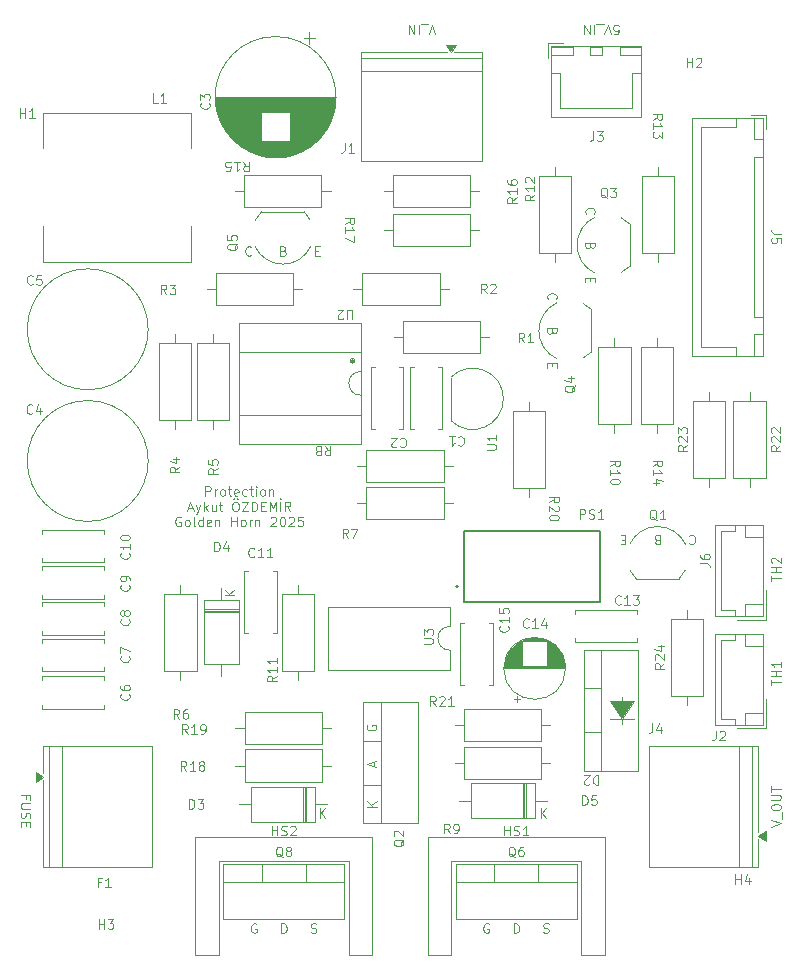
<source format=gto>
%TF.GenerationSoftware,KiCad,Pcbnew,9.0.3*%
%TF.CreationDate,2025-08-27T16:52:30+03:00*%
%TF.ProjectId,Protection,50726f74-6563-4746-996f-6e2e6b696361,1.0*%
%TF.SameCoordinates,Original*%
%TF.FileFunction,Legend,Top*%
%TF.FilePolarity,Positive*%
%FSLAX46Y46*%
G04 Gerber Fmt 4.6, Leading zero omitted, Abs format (unit mm)*
G04 Created by KiCad (PCBNEW 9.0.3) date 2025-08-27 16:52:30*
%MOMM*%
%LPD*%
G01*
G04 APERTURE LIST*
%ADD10C,0.100000*%
%ADD11C,0.120000*%
%ADD12C,0.127000*%
%ADD13C,0.200000*%
G04 APERTURE END LIST*
D10*
X93503809Y-106320985D02*
X93503809Y-105520985D01*
X93503809Y-105520985D02*
X93808571Y-105520985D01*
X93808571Y-105520985D02*
X93884761Y-105559080D01*
X93884761Y-105559080D02*
X93922856Y-105597175D01*
X93922856Y-105597175D02*
X93960952Y-105673366D01*
X93960952Y-105673366D02*
X93960952Y-105787651D01*
X93960952Y-105787651D02*
X93922856Y-105863842D01*
X93922856Y-105863842D02*
X93884761Y-105901937D01*
X93884761Y-105901937D02*
X93808571Y-105940032D01*
X93808571Y-105940032D02*
X93503809Y-105940032D01*
X94303809Y-106320985D02*
X94303809Y-105787651D01*
X94303809Y-105940032D02*
X94341904Y-105863842D01*
X94341904Y-105863842D02*
X94379999Y-105825747D01*
X94379999Y-105825747D02*
X94456190Y-105787651D01*
X94456190Y-105787651D02*
X94532380Y-105787651D01*
X94913332Y-106320985D02*
X94837142Y-106282890D01*
X94837142Y-106282890D02*
X94799047Y-106244794D01*
X94799047Y-106244794D02*
X94760951Y-106168604D01*
X94760951Y-106168604D02*
X94760951Y-105940032D01*
X94760951Y-105940032D02*
X94799047Y-105863842D01*
X94799047Y-105863842D02*
X94837142Y-105825747D01*
X94837142Y-105825747D02*
X94913332Y-105787651D01*
X94913332Y-105787651D02*
X95027618Y-105787651D01*
X95027618Y-105787651D02*
X95103809Y-105825747D01*
X95103809Y-105825747D02*
X95141904Y-105863842D01*
X95141904Y-105863842D02*
X95179999Y-105940032D01*
X95179999Y-105940032D02*
X95179999Y-106168604D01*
X95179999Y-106168604D02*
X95141904Y-106244794D01*
X95141904Y-106244794D02*
X95103809Y-106282890D01*
X95103809Y-106282890D02*
X95027618Y-106320985D01*
X95027618Y-106320985D02*
X94913332Y-106320985D01*
X95408571Y-105787651D02*
X95713333Y-105787651D01*
X95522857Y-105520985D02*
X95522857Y-106206699D01*
X95522857Y-106206699D02*
X95560952Y-106282890D01*
X95560952Y-106282890D02*
X95637142Y-106320985D01*
X95637142Y-106320985D02*
X95713333Y-106320985D01*
X96284762Y-106282890D02*
X96208571Y-106320985D01*
X96208571Y-106320985D02*
X96056190Y-106320985D01*
X96056190Y-106320985D02*
X95980000Y-106282890D01*
X95980000Y-106282890D02*
X95941904Y-106206699D01*
X95941904Y-106206699D02*
X95941904Y-105901937D01*
X95941904Y-105901937D02*
X95980000Y-105825747D01*
X95980000Y-105825747D02*
X96056190Y-105787651D01*
X96056190Y-105787651D02*
X96208571Y-105787651D01*
X96208571Y-105787651D02*
X96284762Y-105825747D01*
X96284762Y-105825747D02*
X96322857Y-105901937D01*
X96322857Y-105901937D02*
X96322857Y-105978128D01*
X96322857Y-105978128D02*
X95941904Y-106054318D01*
X97008571Y-106282890D02*
X96932380Y-106320985D01*
X96932380Y-106320985D02*
X96779999Y-106320985D01*
X96779999Y-106320985D02*
X96703809Y-106282890D01*
X96703809Y-106282890D02*
X96665714Y-106244794D01*
X96665714Y-106244794D02*
X96627618Y-106168604D01*
X96627618Y-106168604D02*
X96627618Y-105940032D01*
X96627618Y-105940032D02*
X96665714Y-105863842D01*
X96665714Y-105863842D02*
X96703809Y-105825747D01*
X96703809Y-105825747D02*
X96779999Y-105787651D01*
X96779999Y-105787651D02*
X96932380Y-105787651D01*
X96932380Y-105787651D02*
X97008571Y-105825747D01*
X97237142Y-105787651D02*
X97541904Y-105787651D01*
X97351428Y-105520985D02*
X97351428Y-106206699D01*
X97351428Y-106206699D02*
X97389523Y-106282890D01*
X97389523Y-106282890D02*
X97465713Y-106320985D01*
X97465713Y-106320985D02*
X97541904Y-106320985D01*
X97808571Y-106320985D02*
X97808571Y-105787651D01*
X97808571Y-105520985D02*
X97770475Y-105559080D01*
X97770475Y-105559080D02*
X97808571Y-105597175D01*
X97808571Y-105597175D02*
X97846666Y-105559080D01*
X97846666Y-105559080D02*
X97808571Y-105520985D01*
X97808571Y-105520985D02*
X97808571Y-105597175D01*
X98303808Y-106320985D02*
X98227618Y-106282890D01*
X98227618Y-106282890D02*
X98189523Y-106244794D01*
X98189523Y-106244794D02*
X98151427Y-106168604D01*
X98151427Y-106168604D02*
X98151427Y-105940032D01*
X98151427Y-105940032D02*
X98189523Y-105863842D01*
X98189523Y-105863842D02*
X98227618Y-105825747D01*
X98227618Y-105825747D02*
X98303808Y-105787651D01*
X98303808Y-105787651D02*
X98418094Y-105787651D01*
X98418094Y-105787651D02*
X98494285Y-105825747D01*
X98494285Y-105825747D02*
X98532380Y-105863842D01*
X98532380Y-105863842D02*
X98570475Y-105940032D01*
X98570475Y-105940032D02*
X98570475Y-106168604D01*
X98570475Y-106168604D02*
X98532380Y-106244794D01*
X98532380Y-106244794D02*
X98494285Y-106282890D01*
X98494285Y-106282890D02*
X98418094Y-106320985D01*
X98418094Y-106320985D02*
X98303808Y-106320985D01*
X98913333Y-105787651D02*
X98913333Y-106320985D01*
X98913333Y-105863842D02*
X98951428Y-105825747D01*
X98951428Y-105825747D02*
X99027618Y-105787651D01*
X99027618Y-105787651D02*
X99141904Y-105787651D01*
X99141904Y-105787651D02*
X99218095Y-105825747D01*
X99218095Y-105825747D02*
X99256190Y-105901937D01*
X99256190Y-105901937D02*
X99256190Y-106320985D01*
X92056189Y-107380368D02*
X92437142Y-107380368D01*
X91979999Y-107608940D02*
X92246666Y-106808940D01*
X92246666Y-106808940D02*
X92513332Y-107608940D01*
X92703808Y-107075606D02*
X92894284Y-107608940D01*
X93084761Y-107075606D02*
X92894284Y-107608940D01*
X92894284Y-107608940D02*
X92818094Y-107799416D01*
X92818094Y-107799416D02*
X92779999Y-107837511D01*
X92779999Y-107837511D02*
X92703808Y-107875606D01*
X93389523Y-107608940D02*
X93389523Y-106808940D01*
X93465713Y-107304178D02*
X93694285Y-107608940D01*
X93694285Y-107075606D02*
X93389523Y-107380368D01*
X94379999Y-107075606D02*
X94379999Y-107608940D01*
X94037142Y-107075606D02*
X94037142Y-107494654D01*
X94037142Y-107494654D02*
X94075237Y-107570845D01*
X94075237Y-107570845D02*
X94151427Y-107608940D01*
X94151427Y-107608940D02*
X94265713Y-107608940D01*
X94265713Y-107608940D02*
X94341904Y-107570845D01*
X94341904Y-107570845D02*
X94379999Y-107532749D01*
X94646666Y-107075606D02*
X94951428Y-107075606D01*
X94760952Y-106808940D02*
X94760952Y-107494654D01*
X94760952Y-107494654D02*
X94799047Y-107570845D01*
X94799047Y-107570845D02*
X94875237Y-107608940D01*
X94875237Y-107608940D02*
X94951428Y-107608940D01*
X95980000Y-106808940D02*
X96132381Y-106808940D01*
X96132381Y-106808940D02*
X96208571Y-106847035D01*
X96208571Y-106847035D02*
X96284762Y-106923225D01*
X96284762Y-106923225D02*
X96322857Y-107075606D01*
X96322857Y-107075606D02*
X96322857Y-107342273D01*
X96322857Y-107342273D02*
X96284762Y-107494654D01*
X96284762Y-107494654D02*
X96208571Y-107570845D01*
X96208571Y-107570845D02*
X96132381Y-107608940D01*
X96132381Y-107608940D02*
X95980000Y-107608940D01*
X95980000Y-107608940D02*
X95903809Y-107570845D01*
X95903809Y-107570845D02*
X95827619Y-107494654D01*
X95827619Y-107494654D02*
X95789523Y-107342273D01*
X95789523Y-107342273D02*
X95789523Y-107075606D01*
X95789523Y-107075606D02*
X95827619Y-106923225D01*
X95827619Y-106923225D02*
X95903809Y-106847035D01*
X95903809Y-106847035D02*
X95980000Y-106808940D01*
X95903809Y-106542273D02*
X95941904Y-106580368D01*
X95941904Y-106580368D02*
X95903809Y-106618464D01*
X95903809Y-106618464D02*
X95865714Y-106580368D01*
X95865714Y-106580368D02*
X95903809Y-106542273D01*
X95903809Y-106542273D02*
X95903809Y-106618464D01*
X96208571Y-106542273D02*
X96246666Y-106580368D01*
X96246666Y-106580368D02*
X96208571Y-106618464D01*
X96208571Y-106618464D02*
X96170476Y-106580368D01*
X96170476Y-106580368D02*
X96208571Y-106542273D01*
X96208571Y-106542273D02*
X96208571Y-106618464D01*
X96589523Y-106808940D02*
X97122857Y-106808940D01*
X97122857Y-106808940D02*
X96589523Y-107608940D01*
X96589523Y-107608940D02*
X97122857Y-107608940D01*
X97427619Y-107608940D02*
X97427619Y-106808940D01*
X97427619Y-106808940D02*
X97618095Y-106808940D01*
X97618095Y-106808940D02*
X97732381Y-106847035D01*
X97732381Y-106847035D02*
X97808571Y-106923225D01*
X97808571Y-106923225D02*
X97846666Y-106999416D01*
X97846666Y-106999416D02*
X97884762Y-107151797D01*
X97884762Y-107151797D02*
X97884762Y-107266083D01*
X97884762Y-107266083D02*
X97846666Y-107418464D01*
X97846666Y-107418464D02*
X97808571Y-107494654D01*
X97808571Y-107494654D02*
X97732381Y-107570845D01*
X97732381Y-107570845D02*
X97618095Y-107608940D01*
X97618095Y-107608940D02*
X97427619Y-107608940D01*
X98227619Y-107189892D02*
X98494285Y-107189892D01*
X98608571Y-107608940D02*
X98227619Y-107608940D01*
X98227619Y-107608940D02*
X98227619Y-106808940D01*
X98227619Y-106808940D02*
X98608571Y-106808940D01*
X98951429Y-107608940D02*
X98951429Y-106808940D01*
X98951429Y-106808940D02*
X99218095Y-107380368D01*
X99218095Y-107380368D02*
X99484762Y-106808940D01*
X99484762Y-106808940D02*
X99484762Y-107608940D01*
X99865715Y-107608940D02*
X99865715Y-106808940D01*
X99865715Y-106542273D02*
X99827619Y-106580368D01*
X99827619Y-106580368D02*
X99865715Y-106618464D01*
X99865715Y-106618464D02*
X99903810Y-106580368D01*
X99903810Y-106580368D02*
X99865715Y-106542273D01*
X99865715Y-106542273D02*
X99865715Y-106618464D01*
X100703810Y-107608940D02*
X100437143Y-107227987D01*
X100246667Y-107608940D02*
X100246667Y-106808940D01*
X100246667Y-106808940D02*
X100551429Y-106808940D01*
X100551429Y-106808940D02*
X100627619Y-106847035D01*
X100627619Y-106847035D02*
X100665714Y-106885130D01*
X100665714Y-106885130D02*
X100703810Y-106961321D01*
X100703810Y-106961321D02*
X100703810Y-107075606D01*
X100703810Y-107075606D02*
X100665714Y-107151797D01*
X100665714Y-107151797D02*
X100627619Y-107189892D01*
X100627619Y-107189892D02*
X100551429Y-107227987D01*
X100551429Y-107227987D02*
X100246667Y-107227987D01*
X91427617Y-108134990D02*
X91351427Y-108096895D01*
X91351427Y-108096895D02*
X91237141Y-108096895D01*
X91237141Y-108096895D02*
X91122855Y-108134990D01*
X91122855Y-108134990D02*
X91046665Y-108211180D01*
X91046665Y-108211180D02*
X91008570Y-108287371D01*
X91008570Y-108287371D02*
X90970474Y-108439752D01*
X90970474Y-108439752D02*
X90970474Y-108554038D01*
X90970474Y-108554038D02*
X91008570Y-108706419D01*
X91008570Y-108706419D02*
X91046665Y-108782609D01*
X91046665Y-108782609D02*
X91122855Y-108858800D01*
X91122855Y-108858800D02*
X91237141Y-108896895D01*
X91237141Y-108896895D02*
X91313332Y-108896895D01*
X91313332Y-108896895D02*
X91427617Y-108858800D01*
X91427617Y-108858800D02*
X91465713Y-108820704D01*
X91465713Y-108820704D02*
X91465713Y-108554038D01*
X91465713Y-108554038D02*
X91313332Y-108554038D01*
X91922855Y-108896895D02*
X91846665Y-108858800D01*
X91846665Y-108858800D02*
X91808570Y-108820704D01*
X91808570Y-108820704D02*
X91770474Y-108744514D01*
X91770474Y-108744514D02*
X91770474Y-108515942D01*
X91770474Y-108515942D02*
X91808570Y-108439752D01*
X91808570Y-108439752D02*
X91846665Y-108401657D01*
X91846665Y-108401657D02*
X91922855Y-108363561D01*
X91922855Y-108363561D02*
X92037141Y-108363561D01*
X92037141Y-108363561D02*
X92113332Y-108401657D01*
X92113332Y-108401657D02*
X92151427Y-108439752D01*
X92151427Y-108439752D02*
X92189522Y-108515942D01*
X92189522Y-108515942D02*
X92189522Y-108744514D01*
X92189522Y-108744514D02*
X92151427Y-108820704D01*
X92151427Y-108820704D02*
X92113332Y-108858800D01*
X92113332Y-108858800D02*
X92037141Y-108896895D01*
X92037141Y-108896895D02*
X91922855Y-108896895D01*
X92646665Y-108896895D02*
X92570475Y-108858800D01*
X92570475Y-108858800D02*
X92532380Y-108782609D01*
X92532380Y-108782609D02*
X92532380Y-108096895D01*
X93294285Y-108896895D02*
X93294285Y-108096895D01*
X93294285Y-108858800D02*
X93218094Y-108896895D01*
X93218094Y-108896895D02*
X93065713Y-108896895D01*
X93065713Y-108896895D02*
X92989523Y-108858800D01*
X92989523Y-108858800D02*
X92951428Y-108820704D01*
X92951428Y-108820704D02*
X92913332Y-108744514D01*
X92913332Y-108744514D02*
X92913332Y-108515942D01*
X92913332Y-108515942D02*
X92951428Y-108439752D01*
X92951428Y-108439752D02*
X92989523Y-108401657D01*
X92989523Y-108401657D02*
X93065713Y-108363561D01*
X93065713Y-108363561D02*
X93218094Y-108363561D01*
X93218094Y-108363561D02*
X93294285Y-108401657D01*
X93980000Y-108858800D02*
X93903809Y-108896895D01*
X93903809Y-108896895D02*
X93751428Y-108896895D01*
X93751428Y-108896895D02*
X93675238Y-108858800D01*
X93675238Y-108858800D02*
X93637142Y-108782609D01*
X93637142Y-108782609D02*
X93637142Y-108477847D01*
X93637142Y-108477847D02*
X93675238Y-108401657D01*
X93675238Y-108401657D02*
X93751428Y-108363561D01*
X93751428Y-108363561D02*
X93903809Y-108363561D01*
X93903809Y-108363561D02*
X93980000Y-108401657D01*
X93980000Y-108401657D02*
X94018095Y-108477847D01*
X94018095Y-108477847D02*
X94018095Y-108554038D01*
X94018095Y-108554038D02*
X93637142Y-108630228D01*
X94360952Y-108363561D02*
X94360952Y-108896895D01*
X94360952Y-108439752D02*
X94399047Y-108401657D01*
X94399047Y-108401657D02*
X94475237Y-108363561D01*
X94475237Y-108363561D02*
X94589523Y-108363561D01*
X94589523Y-108363561D02*
X94665714Y-108401657D01*
X94665714Y-108401657D02*
X94703809Y-108477847D01*
X94703809Y-108477847D02*
X94703809Y-108896895D01*
X95694286Y-108896895D02*
X95694286Y-108096895D01*
X95694286Y-108477847D02*
X96151429Y-108477847D01*
X96151429Y-108896895D02*
X96151429Y-108096895D01*
X96646666Y-108896895D02*
X96570476Y-108858800D01*
X96570476Y-108858800D02*
X96532381Y-108820704D01*
X96532381Y-108820704D02*
X96494285Y-108744514D01*
X96494285Y-108744514D02*
X96494285Y-108515942D01*
X96494285Y-108515942D02*
X96532381Y-108439752D01*
X96532381Y-108439752D02*
X96570476Y-108401657D01*
X96570476Y-108401657D02*
X96646666Y-108363561D01*
X96646666Y-108363561D02*
X96760952Y-108363561D01*
X96760952Y-108363561D02*
X96837143Y-108401657D01*
X96837143Y-108401657D02*
X96875238Y-108439752D01*
X96875238Y-108439752D02*
X96913333Y-108515942D01*
X96913333Y-108515942D02*
X96913333Y-108744514D01*
X96913333Y-108744514D02*
X96875238Y-108820704D01*
X96875238Y-108820704D02*
X96837143Y-108858800D01*
X96837143Y-108858800D02*
X96760952Y-108896895D01*
X96760952Y-108896895D02*
X96646666Y-108896895D01*
X97256191Y-108896895D02*
X97256191Y-108363561D01*
X97256191Y-108515942D02*
X97294286Y-108439752D01*
X97294286Y-108439752D02*
X97332381Y-108401657D01*
X97332381Y-108401657D02*
X97408572Y-108363561D01*
X97408572Y-108363561D02*
X97484762Y-108363561D01*
X97751429Y-108363561D02*
X97751429Y-108896895D01*
X97751429Y-108439752D02*
X97789524Y-108401657D01*
X97789524Y-108401657D02*
X97865714Y-108363561D01*
X97865714Y-108363561D02*
X97980000Y-108363561D01*
X97980000Y-108363561D02*
X98056191Y-108401657D01*
X98056191Y-108401657D02*
X98094286Y-108477847D01*
X98094286Y-108477847D02*
X98094286Y-108896895D01*
X99046667Y-108173085D02*
X99084763Y-108134990D01*
X99084763Y-108134990D02*
X99160953Y-108096895D01*
X99160953Y-108096895D02*
X99351429Y-108096895D01*
X99351429Y-108096895D02*
X99427620Y-108134990D01*
X99427620Y-108134990D02*
X99465715Y-108173085D01*
X99465715Y-108173085D02*
X99503810Y-108249276D01*
X99503810Y-108249276D02*
X99503810Y-108325466D01*
X99503810Y-108325466D02*
X99465715Y-108439752D01*
X99465715Y-108439752D02*
X99008572Y-108896895D01*
X99008572Y-108896895D02*
X99503810Y-108896895D01*
X99999049Y-108096895D02*
X100075239Y-108096895D01*
X100075239Y-108096895D02*
X100151430Y-108134990D01*
X100151430Y-108134990D02*
X100189525Y-108173085D01*
X100189525Y-108173085D02*
X100227620Y-108249276D01*
X100227620Y-108249276D02*
X100265715Y-108401657D01*
X100265715Y-108401657D02*
X100265715Y-108592133D01*
X100265715Y-108592133D02*
X100227620Y-108744514D01*
X100227620Y-108744514D02*
X100189525Y-108820704D01*
X100189525Y-108820704D02*
X100151430Y-108858800D01*
X100151430Y-108858800D02*
X100075239Y-108896895D01*
X100075239Y-108896895D02*
X99999049Y-108896895D01*
X99999049Y-108896895D02*
X99922858Y-108858800D01*
X99922858Y-108858800D02*
X99884763Y-108820704D01*
X99884763Y-108820704D02*
X99846668Y-108744514D01*
X99846668Y-108744514D02*
X99808572Y-108592133D01*
X99808572Y-108592133D02*
X99808572Y-108401657D01*
X99808572Y-108401657D02*
X99846668Y-108249276D01*
X99846668Y-108249276D02*
X99884763Y-108173085D01*
X99884763Y-108173085D02*
X99922858Y-108134990D01*
X99922858Y-108134990D02*
X99999049Y-108096895D01*
X100570477Y-108173085D02*
X100608573Y-108134990D01*
X100608573Y-108134990D02*
X100684763Y-108096895D01*
X100684763Y-108096895D02*
X100875239Y-108096895D01*
X100875239Y-108096895D02*
X100951430Y-108134990D01*
X100951430Y-108134990D02*
X100989525Y-108173085D01*
X100989525Y-108173085D02*
X101027620Y-108249276D01*
X101027620Y-108249276D02*
X101027620Y-108325466D01*
X101027620Y-108325466D02*
X100989525Y-108439752D01*
X100989525Y-108439752D02*
X100532382Y-108896895D01*
X100532382Y-108896895D02*
X101027620Y-108896895D01*
X101751430Y-108096895D02*
X101370478Y-108096895D01*
X101370478Y-108096895D02*
X101332382Y-108477847D01*
X101332382Y-108477847D02*
X101370478Y-108439752D01*
X101370478Y-108439752D02*
X101446668Y-108401657D01*
X101446668Y-108401657D02*
X101637144Y-108401657D01*
X101637144Y-108401657D02*
X101713335Y-108439752D01*
X101713335Y-108439752D02*
X101751430Y-108477847D01*
X101751430Y-108477847D02*
X101789525Y-108554038D01*
X101789525Y-108554038D02*
X101789525Y-108744514D01*
X101789525Y-108744514D02*
X101751430Y-108820704D01*
X101751430Y-108820704D02*
X101713335Y-108858800D01*
X101713335Y-108858800D02*
X101637144Y-108896895D01*
X101637144Y-108896895D02*
X101446668Y-108896895D01*
X101446668Y-108896895D02*
X101370478Y-108858800D01*
X101370478Y-108858800D02*
X101332382Y-108820704D01*
X94269524Y-111014895D02*
X94269524Y-110214895D01*
X94269524Y-110214895D02*
X94460000Y-110214895D01*
X94460000Y-110214895D02*
X94574286Y-110252990D01*
X94574286Y-110252990D02*
X94650476Y-110329180D01*
X94650476Y-110329180D02*
X94688571Y-110405371D01*
X94688571Y-110405371D02*
X94726667Y-110557752D01*
X94726667Y-110557752D02*
X94726667Y-110672038D01*
X94726667Y-110672038D02*
X94688571Y-110824419D01*
X94688571Y-110824419D02*
X94650476Y-110900609D01*
X94650476Y-110900609D02*
X94574286Y-110976800D01*
X94574286Y-110976800D02*
X94460000Y-111014895D01*
X94460000Y-111014895D02*
X94269524Y-111014895D01*
X95412381Y-110481561D02*
X95412381Y-111014895D01*
X95221905Y-110176800D02*
X95031428Y-110748228D01*
X95031428Y-110748228D02*
X95526667Y-110748228D01*
X95974895Y-114739523D02*
X95174895Y-114739523D01*
X95974895Y-114282380D02*
X95517752Y-114625238D01*
X95174895Y-114282380D02*
X95632038Y-114739523D01*
X124821085Y-96956190D02*
X124782990Y-97032380D01*
X124782990Y-97032380D02*
X124706800Y-97108571D01*
X124706800Y-97108571D02*
X124592514Y-97222857D01*
X124592514Y-97222857D02*
X124554419Y-97299047D01*
X124554419Y-97299047D02*
X124554419Y-97375238D01*
X124744895Y-97337142D02*
X124706800Y-97413333D01*
X124706800Y-97413333D02*
X124630609Y-97489523D01*
X124630609Y-97489523D02*
X124478228Y-97527619D01*
X124478228Y-97527619D02*
X124211561Y-97527619D01*
X124211561Y-97527619D02*
X124059180Y-97489523D01*
X124059180Y-97489523D02*
X123982990Y-97413333D01*
X123982990Y-97413333D02*
X123944895Y-97337142D01*
X123944895Y-97337142D02*
X123944895Y-97184761D01*
X123944895Y-97184761D02*
X123982990Y-97108571D01*
X123982990Y-97108571D02*
X124059180Y-97032380D01*
X124059180Y-97032380D02*
X124211561Y-96994285D01*
X124211561Y-96994285D02*
X124478228Y-96994285D01*
X124478228Y-96994285D02*
X124630609Y-97032380D01*
X124630609Y-97032380D02*
X124706800Y-97108571D01*
X124706800Y-97108571D02*
X124744895Y-97184761D01*
X124744895Y-97184761D02*
X124744895Y-97337142D01*
X124211561Y-96308571D02*
X124744895Y-96308571D01*
X123906800Y-96499047D02*
X124478228Y-96689524D01*
X124478228Y-96689524D02*
X124478228Y-96194285D01*
X122537295Y-89676619D02*
X122499200Y-89638523D01*
X122499200Y-89638523D02*
X122461104Y-89524238D01*
X122461104Y-89524238D02*
X122461104Y-89448047D01*
X122461104Y-89448047D02*
X122499200Y-89333761D01*
X122499200Y-89333761D02*
X122575390Y-89257571D01*
X122575390Y-89257571D02*
X122651580Y-89219476D01*
X122651580Y-89219476D02*
X122803961Y-89181380D01*
X122803961Y-89181380D02*
X122918247Y-89181380D01*
X122918247Y-89181380D02*
X123070628Y-89219476D01*
X123070628Y-89219476D02*
X123146819Y-89257571D01*
X123146819Y-89257571D02*
X123223009Y-89333761D01*
X123223009Y-89333761D02*
X123261104Y-89448047D01*
X123261104Y-89448047D02*
X123261104Y-89524238D01*
X123261104Y-89524238D02*
X123223009Y-89638523D01*
X123223009Y-89638523D02*
X123184914Y-89676619D01*
X122880152Y-95099571D02*
X122880152Y-95366237D01*
X122461104Y-95480523D02*
X122461104Y-95099571D01*
X122461104Y-95099571D02*
X123261104Y-95099571D01*
X123261104Y-95099571D02*
X123261104Y-95480523D01*
X122880152Y-92407142D02*
X122842057Y-92521428D01*
X122842057Y-92521428D02*
X122803961Y-92559523D01*
X122803961Y-92559523D02*
X122727771Y-92597619D01*
X122727771Y-92597619D02*
X122613485Y-92597619D01*
X122613485Y-92597619D02*
X122537295Y-92559523D01*
X122537295Y-92559523D02*
X122499200Y-92521428D01*
X122499200Y-92521428D02*
X122461104Y-92445238D01*
X122461104Y-92445238D02*
X122461104Y-92140476D01*
X122461104Y-92140476D02*
X123261104Y-92140476D01*
X123261104Y-92140476D02*
X123261104Y-92407142D01*
X123261104Y-92407142D02*
X123223009Y-92483333D01*
X123223009Y-92483333D02*
X123184914Y-92521428D01*
X123184914Y-92521428D02*
X123108723Y-92559523D01*
X123108723Y-92559523D02*
X123032533Y-92559523D01*
X123032533Y-92559523D02*
X122956342Y-92521428D01*
X122956342Y-92521428D02*
X122918247Y-92483333D01*
X122918247Y-92483333D02*
X122880152Y-92407142D01*
X122880152Y-92407142D02*
X122880152Y-92140476D01*
X93813704Y-73058332D02*
X93851800Y-73096428D01*
X93851800Y-73096428D02*
X93889895Y-73210713D01*
X93889895Y-73210713D02*
X93889895Y-73286904D01*
X93889895Y-73286904D02*
X93851800Y-73401190D01*
X93851800Y-73401190D02*
X93775609Y-73477380D01*
X93775609Y-73477380D02*
X93699419Y-73515475D01*
X93699419Y-73515475D02*
X93547038Y-73553571D01*
X93547038Y-73553571D02*
X93432752Y-73553571D01*
X93432752Y-73553571D02*
X93280371Y-73515475D01*
X93280371Y-73515475D02*
X93204180Y-73477380D01*
X93204180Y-73477380D02*
X93127990Y-73401190D01*
X93127990Y-73401190D02*
X93089895Y-73286904D01*
X93089895Y-73286904D02*
X93089895Y-73210713D01*
X93089895Y-73210713D02*
X93127990Y-73096428D01*
X93127990Y-73096428D02*
X93166085Y-73058332D01*
X93089895Y-72791666D02*
X93089895Y-72296428D01*
X93089895Y-72296428D02*
X93394657Y-72563094D01*
X93394657Y-72563094D02*
X93394657Y-72448809D01*
X93394657Y-72448809D02*
X93432752Y-72372618D01*
X93432752Y-72372618D02*
X93470847Y-72334523D01*
X93470847Y-72334523D02*
X93547038Y-72296428D01*
X93547038Y-72296428D02*
X93737514Y-72296428D01*
X93737514Y-72296428D02*
X93813704Y-72334523D01*
X93813704Y-72334523D02*
X93851800Y-72372618D01*
X93851800Y-72372618D02*
X93889895Y-72448809D01*
X93889895Y-72448809D02*
X93889895Y-72677380D01*
X93889895Y-72677380D02*
X93851800Y-72753571D01*
X93851800Y-72753571D02*
X93813704Y-72791666D01*
X92005714Y-126484895D02*
X91739047Y-126103942D01*
X91548571Y-126484895D02*
X91548571Y-125684895D01*
X91548571Y-125684895D02*
X91853333Y-125684895D01*
X91853333Y-125684895D02*
X91929523Y-125722990D01*
X91929523Y-125722990D02*
X91967618Y-125761085D01*
X91967618Y-125761085D02*
X92005714Y-125837276D01*
X92005714Y-125837276D02*
X92005714Y-125951561D01*
X92005714Y-125951561D02*
X91967618Y-126027752D01*
X91967618Y-126027752D02*
X91929523Y-126065847D01*
X91929523Y-126065847D02*
X91853333Y-126103942D01*
X91853333Y-126103942D02*
X91548571Y-126103942D01*
X92767618Y-126484895D02*
X92310475Y-126484895D01*
X92539047Y-126484895D02*
X92539047Y-125684895D01*
X92539047Y-125684895D02*
X92462856Y-125799180D01*
X92462856Y-125799180D02*
X92386666Y-125875371D01*
X92386666Y-125875371D02*
X92310475Y-125913466D01*
X93148571Y-126484895D02*
X93300952Y-126484895D01*
X93300952Y-126484895D02*
X93377142Y-126446800D01*
X93377142Y-126446800D02*
X93415238Y-126408704D01*
X93415238Y-126408704D02*
X93491428Y-126294419D01*
X93491428Y-126294419D02*
X93529523Y-126142038D01*
X93529523Y-126142038D02*
X93529523Y-125837276D01*
X93529523Y-125837276D02*
X93491428Y-125761085D01*
X93491428Y-125761085D02*
X93453333Y-125722990D01*
X93453333Y-125722990D02*
X93377142Y-125684895D01*
X93377142Y-125684895D02*
X93224761Y-125684895D01*
X93224761Y-125684895D02*
X93148571Y-125722990D01*
X93148571Y-125722990D02*
X93110476Y-125761085D01*
X93110476Y-125761085D02*
X93072380Y-125837276D01*
X93072380Y-125837276D02*
X93072380Y-126027752D01*
X93072380Y-126027752D02*
X93110476Y-126103942D01*
X93110476Y-126103942D02*
X93148571Y-126142038D01*
X93148571Y-126142038D02*
X93224761Y-126180133D01*
X93224761Y-126180133D02*
X93377142Y-126180133D01*
X93377142Y-126180133D02*
X93453333Y-126142038D01*
X93453333Y-126142038D02*
X93491428Y-126103942D01*
X93491428Y-126103942D02*
X93529523Y-126027752D01*
X97655714Y-111438704D02*
X97617618Y-111476800D01*
X97617618Y-111476800D02*
X97503333Y-111514895D01*
X97503333Y-111514895D02*
X97427142Y-111514895D01*
X97427142Y-111514895D02*
X97312856Y-111476800D01*
X97312856Y-111476800D02*
X97236666Y-111400609D01*
X97236666Y-111400609D02*
X97198571Y-111324419D01*
X97198571Y-111324419D02*
X97160475Y-111172038D01*
X97160475Y-111172038D02*
X97160475Y-111057752D01*
X97160475Y-111057752D02*
X97198571Y-110905371D01*
X97198571Y-110905371D02*
X97236666Y-110829180D01*
X97236666Y-110829180D02*
X97312856Y-110752990D01*
X97312856Y-110752990D02*
X97427142Y-110714895D01*
X97427142Y-110714895D02*
X97503333Y-110714895D01*
X97503333Y-110714895D02*
X97617618Y-110752990D01*
X97617618Y-110752990D02*
X97655714Y-110791085D01*
X98417618Y-111514895D02*
X97960475Y-111514895D01*
X98189047Y-111514895D02*
X98189047Y-110714895D01*
X98189047Y-110714895D02*
X98112856Y-110829180D01*
X98112856Y-110829180D02*
X98036666Y-110905371D01*
X98036666Y-110905371D02*
X97960475Y-110943466D01*
X99179523Y-111514895D02*
X98722380Y-111514895D01*
X98950952Y-111514895D02*
X98950952Y-110714895D01*
X98950952Y-110714895D02*
X98874761Y-110829180D01*
X98874761Y-110829180D02*
X98798571Y-110905371D01*
X98798571Y-110905371D02*
X98722380Y-110943466D01*
X87038704Y-111154285D02*
X87076800Y-111192381D01*
X87076800Y-111192381D02*
X87114895Y-111306666D01*
X87114895Y-111306666D02*
X87114895Y-111382857D01*
X87114895Y-111382857D02*
X87076800Y-111497143D01*
X87076800Y-111497143D02*
X87000609Y-111573333D01*
X87000609Y-111573333D02*
X86924419Y-111611428D01*
X86924419Y-111611428D02*
X86772038Y-111649524D01*
X86772038Y-111649524D02*
X86657752Y-111649524D01*
X86657752Y-111649524D02*
X86505371Y-111611428D01*
X86505371Y-111611428D02*
X86429180Y-111573333D01*
X86429180Y-111573333D02*
X86352990Y-111497143D01*
X86352990Y-111497143D02*
X86314895Y-111382857D01*
X86314895Y-111382857D02*
X86314895Y-111306666D01*
X86314895Y-111306666D02*
X86352990Y-111192381D01*
X86352990Y-111192381D02*
X86391085Y-111154285D01*
X87114895Y-110392381D02*
X87114895Y-110849524D01*
X87114895Y-110620952D02*
X86314895Y-110620952D01*
X86314895Y-110620952D02*
X86429180Y-110697143D01*
X86429180Y-110697143D02*
X86505371Y-110773333D01*
X86505371Y-110773333D02*
X86543466Y-110849524D01*
X86314895Y-109897142D02*
X86314895Y-109820952D01*
X86314895Y-109820952D02*
X86352990Y-109744761D01*
X86352990Y-109744761D02*
X86391085Y-109706666D01*
X86391085Y-109706666D02*
X86467276Y-109668571D01*
X86467276Y-109668571D02*
X86619657Y-109630476D01*
X86619657Y-109630476D02*
X86810133Y-109630476D01*
X86810133Y-109630476D02*
X86962514Y-109668571D01*
X86962514Y-109668571D02*
X87038704Y-109706666D01*
X87038704Y-109706666D02*
X87076800Y-109744761D01*
X87076800Y-109744761D02*
X87114895Y-109820952D01*
X87114895Y-109820952D02*
X87114895Y-109897142D01*
X87114895Y-109897142D02*
X87076800Y-109973333D01*
X87076800Y-109973333D02*
X87038704Y-110011428D01*
X87038704Y-110011428D02*
X86962514Y-110049523D01*
X86962514Y-110049523D02*
X86810133Y-110087619D01*
X86810133Y-110087619D02*
X86619657Y-110087619D01*
X86619657Y-110087619D02*
X86467276Y-110049523D01*
X86467276Y-110049523D02*
X86391085Y-110011428D01*
X86391085Y-110011428D02*
X86352990Y-109973333D01*
X86352990Y-109973333D02*
X86314895Y-109897142D01*
X131385104Y-103825714D02*
X131766057Y-103559047D01*
X131385104Y-103368571D02*
X132185104Y-103368571D01*
X132185104Y-103368571D02*
X132185104Y-103673333D01*
X132185104Y-103673333D02*
X132147009Y-103749523D01*
X132147009Y-103749523D02*
X132108914Y-103787618D01*
X132108914Y-103787618D02*
X132032723Y-103825714D01*
X132032723Y-103825714D02*
X131918438Y-103825714D01*
X131918438Y-103825714D02*
X131842247Y-103787618D01*
X131842247Y-103787618D02*
X131804152Y-103749523D01*
X131804152Y-103749523D02*
X131766057Y-103673333D01*
X131766057Y-103673333D02*
X131766057Y-103368571D01*
X131385104Y-104587618D02*
X131385104Y-104130475D01*
X131385104Y-104359047D02*
X132185104Y-104359047D01*
X132185104Y-104359047D02*
X132070819Y-104282856D01*
X132070819Y-104282856D02*
X131994628Y-104206666D01*
X131994628Y-104206666D02*
X131956533Y-104130475D01*
X131918438Y-105273333D02*
X131385104Y-105273333D01*
X132223200Y-105082857D02*
X131651771Y-104892380D01*
X131651771Y-104892380D02*
X131651771Y-105387619D01*
X134260476Y-70044895D02*
X134260476Y-69244895D01*
X134260476Y-69625847D02*
X134717619Y-69625847D01*
X134717619Y-70044895D02*
X134717619Y-69244895D01*
X135060475Y-69321085D02*
X135098571Y-69282990D01*
X135098571Y-69282990D02*
X135174761Y-69244895D01*
X135174761Y-69244895D02*
X135365237Y-69244895D01*
X135365237Y-69244895D02*
X135441428Y-69282990D01*
X135441428Y-69282990D02*
X135479523Y-69321085D01*
X135479523Y-69321085D02*
X135517618Y-69397276D01*
X135517618Y-69397276D02*
X135517618Y-69473466D01*
X135517618Y-69473466D02*
X135479523Y-69587752D01*
X135479523Y-69587752D02*
X135022380Y-70044895D01*
X135022380Y-70044895D02*
X135517618Y-70044895D01*
X125228571Y-108264895D02*
X125228571Y-107464895D01*
X125228571Y-107464895D02*
X125533333Y-107464895D01*
X125533333Y-107464895D02*
X125609523Y-107502990D01*
X125609523Y-107502990D02*
X125647618Y-107541085D01*
X125647618Y-107541085D02*
X125685714Y-107617276D01*
X125685714Y-107617276D02*
X125685714Y-107731561D01*
X125685714Y-107731561D02*
X125647618Y-107807752D01*
X125647618Y-107807752D02*
X125609523Y-107845847D01*
X125609523Y-107845847D02*
X125533333Y-107883942D01*
X125533333Y-107883942D02*
X125228571Y-107883942D01*
X125990475Y-108226800D02*
X126104761Y-108264895D01*
X126104761Y-108264895D02*
X126295237Y-108264895D01*
X126295237Y-108264895D02*
X126371428Y-108226800D01*
X126371428Y-108226800D02*
X126409523Y-108188704D01*
X126409523Y-108188704D02*
X126447618Y-108112514D01*
X126447618Y-108112514D02*
X126447618Y-108036323D01*
X126447618Y-108036323D02*
X126409523Y-107960133D01*
X126409523Y-107960133D02*
X126371428Y-107922038D01*
X126371428Y-107922038D02*
X126295237Y-107883942D01*
X126295237Y-107883942D02*
X126142856Y-107845847D01*
X126142856Y-107845847D02*
X126066666Y-107807752D01*
X126066666Y-107807752D02*
X126028571Y-107769657D01*
X126028571Y-107769657D02*
X125990475Y-107693466D01*
X125990475Y-107693466D02*
X125990475Y-107617276D01*
X125990475Y-107617276D02*
X126028571Y-107541085D01*
X126028571Y-107541085D02*
X126066666Y-107502990D01*
X126066666Y-107502990D02*
X126142856Y-107464895D01*
X126142856Y-107464895D02*
X126333333Y-107464895D01*
X126333333Y-107464895D02*
X126447618Y-107502990D01*
X127209523Y-108264895D02*
X126752380Y-108264895D01*
X126980952Y-108264895D02*
X126980952Y-107464895D01*
X126980952Y-107464895D02*
X126904761Y-107579180D01*
X126904761Y-107579180D02*
X126828571Y-107655371D01*
X126828571Y-107655371D02*
X126752380Y-107693466D01*
X105581667Y-109894895D02*
X105315000Y-109513942D01*
X105124524Y-109894895D02*
X105124524Y-109094895D01*
X105124524Y-109094895D02*
X105429286Y-109094895D01*
X105429286Y-109094895D02*
X105505476Y-109132990D01*
X105505476Y-109132990D02*
X105543571Y-109171085D01*
X105543571Y-109171085D02*
X105581667Y-109247276D01*
X105581667Y-109247276D02*
X105581667Y-109361561D01*
X105581667Y-109361561D02*
X105543571Y-109437752D01*
X105543571Y-109437752D02*
X105505476Y-109475847D01*
X105505476Y-109475847D02*
X105429286Y-109513942D01*
X105429286Y-109513942D02*
X105124524Y-109513942D01*
X105848333Y-109094895D02*
X106381667Y-109094895D01*
X106381667Y-109094895D02*
X106038809Y-109894895D01*
X94544895Y-103983332D02*
X94163942Y-104249999D01*
X94544895Y-104440475D02*
X93744895Y-104440475D01*
X93744895Y-104440475D02*
X93744895Y-104135713D01*
X93744895Y-104135713D02*
X93782990Y-104059523D01*
X93782990Y-104059523D02*
X93821085Y-104021428D01*
X93821085Y-104021428D02*
X93897276Y-103983332D01*
X93897276Y-103983332D02*
X94011561Y-103983332D01*
X94011561Y-103983332D02*
X94087752Y-104021428D01*
X94087752Y-104021428D02*
X94125847Y-104059523D01*
X94125847Y-104059523D02*
X94163942Y-104135713D01*
X94163942Y-104135713D02*
X94163942Y-104440475D01*
X93744895Y-103259523D02*
X93744895Y-103640475D01*
X93744895Y-103640475D02*
X94125847Y-103678571D01*
X94125847Y-103678571D02*
X94087752Y-103640475D01*
X94087752Y-103640475D02*
X94049657Y-103564285D01*
X94049657Y-103564285D02*
X94049657Y-103373809D01*
X94049657Y-103373809D02*
X94087752Y-103297618D01*
X94087752Y-103297618D02*
X94125847Y-103259523D01*
X94125847Y-103259523D02*
X94202038Y-103221428D01*
X94202038Y-103221428D02*
X94392514Y-103221428D01*
X94392514Y-103221428D02*
X94468704Y-103259523D01*
X94468704Y-103259523D02*
X94506800Y-103297618D01*
X94506800Y-103297618D02*
X94544895Y-103373809D01*
X94544895Y-103373809D02*
X94544895Y-103564285D01*
X94544895Y-103564285D02*
X94506800Y-103640475D01*
X94506800Y-103640475D02*
X94468704Y-103678571D01*
X121374895Y-80834285D02*
X120993942Y-81100952D01*
X121374895Y-81291428D02*
X120574895Y-81291428D01*
X120574895Y-81291428D02*
X120574895Y-80986666D01*
X120574895Y-80986666D02*
X120612990Y-80910476D01*
X120612990Y-80910476D02*
X120651085Y-80872381D01*
X120651085Y-80872381D02*
X120727276Y-80834285D01*
X120727276Y-80834285D02*
X120841561Y-80834285D01*
X120841561Y-80834285D02*
X120917752Y-80872381D01*
X120917752Y-80872381D02*
X120955847Y-80910476D01*
X120955847Y-80910476D02*
X120993942Y-80986666D01*
X120993942Y-80986666D02*
X120993942Y-81291428D01*
X121374895Y-80072381D02*
X121374895Y-80529524D01*
X121374895Y-80300952D02*
X120574895Y-80300952D01*
X120574895Y-80300952D02*
X120689180Y-80377143D01*
X120689180Y-80377143D02*
X120765371Y-80453333D01*
X120765371Y-80453333D02*
X120803466Y-80529524D01*
X120651085Y-79767619D02*
X120612990Y-79729523D01*
X120612990Y-79729523D02*
X120574895Y-79653333D01*
X120574895Y-79653333D02*
X120574895Y-79462857D01*
X120574895Y-79462857D02*
X120612990Y-79386666D01*
X120612990Y-79386666D02*
X120651085Y-79348571D01*
X120651085Y-79348571D02*
X120727276Y-79310476D01*
X120727276Y-79310476D02*
X120803466Y-79310476D01*
X120803466Y-79310476D02*
X120917752Y-79348571D01*
X120917752Y-79348571D02*
X121374895Y-79805714D01*
X121374895Y-79805714D02*
X121374895Y-79310476D01*
X77790476Y-74314895D02*
X77790476Y-73514895D01*
X77790476Y-73895847D02*
X78247619Y-73895847D01*
X78247619Y-74314895D02*
X78247619Y-73514895D01*
X79047618Y-74314895D02*
X78590475Y-74314895D01*
X78819047Y-74314895D02*
X78819047Y-73514895D01*
X78819047Y-73514895D02*
X78742856Y-73629180D01*
X78742856Y-73629180D02*
X78666666Y-73705371D01*
X78666666Y-73705371D02*
X78590475Y-73743466D01*
X114196667Y-134894895D02*
X113930000Y-134513942D01*
X113739524Y-134894895D02*
X113739524Y-134094895D01*
X113739524Y-134094895D02*
X114044286Y-134094895D01*
X114044286Y-134094895D02*
X114120476Y-134132990D01*
X114120476Y-134132990D02*
X114158571Y-134171085D01*
X114158571Y-134171085D02*
X114196667Y-134247276D01*
X114196667Y-134247276D02*
X114196667Y-134361561D01*
X114196667Y-134361561D02*
X114158571Y-134437752D01*
X114158571Y-134437752D02*
X114120476Y-134475847D01*
X114120476Y-134475847D02*
X114044286Y-134513942D01*
X114044286Y-134513942D02*
X113739524Y-134513942D01*
X114577619Y-134894895D02*
X114730000Y-134894895D01*
X114730000Y-134894895D02*
X114806190Y-134856800D01*
X114806190Y-134856800D02*
X114844286Y-134818704D01*
X114844286Y-134818704D02*
X114920476Y-134704419D01*
X114920476Y-134704419D02*
X114958571Y-134552038D01*
X114958571Y-134552038D02*
X114958571Y-134247276D01*
X114958571Y-134247276D02*
X114920476Y-134171085D01*
X114920476Y-134171085D02*
X114882381Y-134132990D01*
X114882381Y-134132990D02*
X114806190Y-134094895D01*
X114806190Y-134094895D02*
X114653809Y-134094895D01*
X114653809Y-134094895D02*
X114577619Y-134132990D01*
X114577619Y-134132990D02*
X114539524Y-134171085D01*
X114539524Y-134171085D02*
X114501428Y-134247276D01*
X114501428Y-134247276D02*
X114501428Y-134437752D01*
X114501428Y-134437752D02*
X114539524Y-134513942D01*
X114539524Y-134513942D02*
X114577619Y-134552038D01*
X114577619Y-134552038D02*
X114653809Y-134590133D01*
X114653809Y-134590133D02*
X114806190Y-134590133D01*
X114806190Y-134590133D02*
X114882381Y-134552038D01*
X114882381Y-134552038D02*
X114920476Y-134513942D01*
X114920476Y-134513942D02*
X114958571Y-134437752D01*
X103643332Y-102095104D02*
X103909999Y-102476057D01*
X104100475Y-102095104D02*
X104100475Y-102895104D01*
X104100475Y-102895104D02*
X103795713Y-102895104D01*
X103795713Y-102895104D02*
X103719523Y-102857009D01*
X103719523Y-102857009D02*
X103681428Y-102818914D01*
X103681428Y-102818914D02*
X103643332Y-102742723D01*
X103643332Y-102742723D02*
X103643332Y-102628438D01*
X103643332Y-102628438D02*
X103681428Y-102552247D01*
X103681428Y-102552247D02*
X103719523Y-102514152D01*
X103719523Y-102514152D02*
X103795713Y-102476057D01*
X103795713Y-102476057D02*
X104100475Y-102476057D01*
X103186190Y-102552247D02*
X103262380Y-102590342D01*
X103262380Y-102590342D02*
X103300475Y-102628438D01*
X103300475Y-102628438D02*
X103338571Y-102704628D01*
X103338571Y-102704628D02*
X103338571Y-102742723D01*
X103338571Y-102742723D02*
X103300475Y-102818914D01*
X103300475Y-102818914D02*
X103262380Y-102857009D01*
X103262380Y-102857009D02*
X103186190Y-102895104D01*
X103186190Y-102895104D02*
X103033809Y-102895104D01*
X103033809Y-102895104D02*
X102957618Y-102857009D01*
X102957618Y-102857009D02*
X102919523Y-102818914D01*
X102919523Y-102818914D02*
X102881428Y-102742723D01*
X102881428Y-102742723D02*
X102881428Y-102704628D01*
X102881428Y-102704628D02*
X102919523Y-102628438D01*
X102919523Y-102628438D02*
X102957618Y-102590342D01*
X102957618Y-102590342D02*
X103033809Y-102552247D01*
X103033809Y-102552247D02*
X103186190Y-102552247D01*
X103186190Y-102552247D02*
X103262380Y-102514152D01*
X103262380Y-102514152D02*
X103300475Y-102476057D01*
X103300475Y-102476057D02*
X103338571Y-102399866D01*
X103338571Y-102399866D02*
X103338571Y-102247485D01*
X103338571Y-102247485D02*
X103300475Y-102171295D01*
X103300475Y-102171295D02*
X103262380Y-102133200D01*
X103262380Y-102133200D02*
X103186190Y-102095104D01*
X103186190Y-102095104D02*
X103033809Y-102095104D01*
X103033809Y-102095104D02*
X102957618Y-102133200D01*
X102957618Y-102133200D02*
X102919523Y-102171295D01*
X102919523Y-102171295D02*
X102881428Y-102247485D01*
X102881428Y-102247485D02*
X102881428Y-102399866D01*
X102881428Y-102399866D02*
X102919523Y-102476057D01*
X102919523Y-102476057D02*
X102957618Y-102514152D01*
X102957618Y-102514152D02*
X103033809Y-102552247D01*
X87038704Y-116783332D02*
X87076800Y-116821428D01*
X87076800Y-116821428D02*
X87114895Y-116935713D01*
X87114895Y-116935713D02*
X87114895Y-117011904D01*
X87114895Y-117011904D02*
X87076800Y-117126190D01*
X87076800Y-117126190D02*
X87000609Y-117202380D01*
X87000609Y-117202380D02*
X86924419Y-117240475D01*
X86924419Y-117240475D02*
X86772038Y-117278571D01*
X86772038Y-117278571D02*
X86657752Y-117278571D01*
X86657752Y-117278571D02*
X86505371Y-117240475D01*
X86505371Y-117240475D02*
X86429180Y-117202380D01*
X86429180Y-117202380D02*
X86352990Y-117126190D01*
X86352990Y-117126190D02*
X86314895Y-117011904D01*
X86314895Y-117011904D02*
X86314895Y-116935713D01*
X86314895Y-116935713D02*
X86352990Y-116821428D01*
X86352990Y-116821428D02*
X86391085Y-116783332D01*
X86657752Y-116326190D02*
X86619657Y-116402380D01*
X86619657Y-116402380D02*
X86581561Y-116440475D01*
X86581561Y-116440475D02*
X86505371Y-116478571D01*
X86505371Y-116478571D02*
X86467276Y-116478571D01*
X86467276Y-116478571D02*
X86391085Y-116440475D01*
X86391085Y-116440475D02*
X86352990Y-116402380D01*
X86352990Y-116402380D02*
X86314895Y-116326190D01*
X86314895Y-116326190D02*
X86314895Y-116173809D01*
X86314895Y-116173809D02*
X86352990Y-116097618D01*
X86352990Y-116097618D02*
X86391085Y-116059523D01*
X86391085Y-116059523D02*
X86467276Y-116021428D01*
X86467276Y-116021428D02*
X86505371Y-116021428D01*
X86505371Y-116021428D02*
X86581561Y-116059523D01*
X86581561Y-116059523D02*
X86619657Y-116097618D01*
X86619657Y-116097618D02*
X86657752Y-116173809D01*
X86657752Y-116173809D02*
X86657752Y-116326190D01*
X86657752Y-116326190D02*
X86695847Y-116402380D01*
X86695847Y-116402380D02*
X86733942Y-116440475D01*
X86733942Y-116440475D02*
X86810133Y-116478571D01*
X86810133Y-116478571D02*
X86962514Y-116478571D01*
X86962514Y-116478571D02*
X87038704Y-116440475D01*
X87038704Y-116440475D02*
X87076800Y-116402380D01*
X87076800Y-116402380D02*
X87114895Y-116326190D01*
X87114895Y-116326190D02*
X87114895Y-116173809D01*
X87114895Y-116173809D02*
X87076800Y-116097618D01*
X87076800Y-116097618D02*
X87038704Y-116059523D01*
X87038704Y-116059523D02*
X86962514Y-116021428D01*
X86962514Y-116021428D02*
X86810133Y-116021428D01*
X86810133Y-116021428D02*
X86733942Y-116059523D01*
X86733942Y-116059523D02*
X86695847Y-116097618D01*
X86695847Y-116097618D02*
X86657752Y-116173809D01*
X136713333Y-126234895D02*
X136713333Y-126806323D01*
X136713333Y-126806323D02*
X136675238Y-126920609D01*
X136675238Y-126920609D02*
X136599047Y-126996800D01*
X136599047Y-126996800D02*
X136484762Y-127034895D01*
X136484762Y-127034895D02*
X136408571Y-127034895D01*
X137056190Y-126311085D02*
X137094286Y-126272990D01*
X137094286Y-126272990D02*
X137170476Y-126234895D01*
X137170476Y-126234895D02*
X137360952Y-126234895D01*
X137360952Y-126234895D02*
X137437143Y-126272990D01*
X137437143Y-126272990D02*
X137475238Y-126311085D01*
X137475238Y-126311085D02*
X137513333Y-126387276D01*
X137513333Y-126387276D02*
X137513333Y-126463466D01*
X137513333Y-126463466D02*
X137475238Y-126577752D01*
X137475238Y-126577752D02*
X137018095Y-127034895D01*
X137018095Y-127034895D02*
X137513333Y-127034895D01*
X141434895Y-122338571D02*
X141434895Y-121881428D01*
X142234895Y-122110000D02*
X141434895Y-122110000D01*
X142234895Y-121614761D02*
X141434895Y-121614761D01*
X141815847Y-121614761D02*
X141815847Y-121157618D01*
X142234895Y-121157618D02*
X141434895Y-121157618D01*
X142234895Y-120357619D02*
X142234895Y-120814762D01*
X142234895Y-120586190D02*
X141434895Y-120586190D01*
X141434895Y-120586190D02*
X141549180Y-120662381D01*
X141549180Y-120662381D02*
X141625371Y-120738571D01*
X141625371Y-120738571D02*
X141663466Y-120814762D01*
X117314895Y-102429523D02*
X117962514Y-102429523D01*
X117962514Y-102429523D02*
X118038704Y-102391428D01*
X118038704Y-102391428D02*
X118076800Y-102353333D01*
X118076800Y-102353333D02*
X118114895Y-102277142D01*
X118114895Y-102277142D02*
X118114895Y-102124761D01*
X118114895Y-102124761D02*
X118076800Y-102048571D01*
X118076800Y-102048571D02*
X118038704Y-102010476D01*
X118038704Y-102010476D02*
X117962514Y-101972380D01*
X117962514Y-101972380D02*
X117314895Y-101972380D01*
X118114895Y-101172381D02*
X118114895Y-101629524D01*
X118114895Y-101400952D02*
X117314895Y-101400952D01*
X117314895Y-101400952D02*
X117429180Y-101477143D01*
X117429180Y-101477143D02*
X117505371Y-101553333D01*
X117505371Y-101553333D02*
X117543466Y-101629524D01*
X87038704Y-119923332D02*
X87076800Y-119961428D01*
X87076800Y-119961428D02*
X87114895Y-120075713D01*
X87114895Y-120075713D02*
X87114895Y-120151904D01*
X87114895Y-120151904D02*
X87076800Y-120266190D01*
X87076800Y-120266190D02*
X87000609Y-120342380D01*
X87000609Y-120342380D02*
X86924419Y-120380475D01*
X86924419Y-120380475D02*
X86772038Y-120418571D01*
X86772038Y-120418571D02*
X86657752Y-120418571D01*
X86657752Y-120418571D02*
X86505371Y-120380475D01*
X86505371Y-120380475D02*
X86429180Y-120342380D01*
X86429180Y-120342380D02*
X86352990Y-120266190D01*
X86352990Y-120266190D02*
X86314895Y-120151904D01*
X86314895Y-120151904D02*
X86314895Y-120075713D01*
X86314895Y-120075713D02*
X86352990Y-119961428D01*
X86352990Y-119961428D02*
X86391085Y-119923332D01*
X86314895Y-119656666D02*
X86314895Y-119123332D01*
X86314895Y-119123332D02*
X87114895Y-119466190D01*
X127795104Y-103825714D02*
X128176057Y-103559047D01*
X127795104Y-103368571D02*
X128595104Y-103368571D01*
X128595104Y-103368571D02*
X128595104Y-103673333D01*
X128595104Y-103673333D02*
X128557009Y-103749523D01*
X128557009Y-103749523D02*
X128518914Y-103787618D01*
X128518914Y-103787618D02*
X128442723Y-103825714D01*
X128442723Y-103825714D02*
X128328438Y-103825714D01*
X128328438Y-103825714D02*
X128252247Y-103787618D01*
X128252247Y-103787618D02*
X128214152Y-103749523D01*
X128214152Y-103749523D02*
X128176057Y-103673333D01*
X128176057Y-103673333D02*
X128176057Y-103368571D01*
X127795104Y-104587618D02*
X127795104Y-104130475D01*
X127795104Y-104359047D02*
X128595104Y-104359047D01*
X128595104Y-104359047D02*
X128480819Y-104282856D01*
X128480819Y-104282856D02*
X128404628Y-104206666D01*
X128404628Y-104206666D02*
X128366533Y-104130475D01*
X128595104Y-105082857D02*
X128595104Y-105159047D01*
X128595104Y-105159047D02*
X128557009Y-105235238D01*
X128557009Y-105235238D02*
X128518914Y-105273333D01*
X128518914Y-105273333D02*
X128442723Y-105311428D01*
X128442723Y-105311428D02*
X128290342Y-105349523D01*
X128290342Y-105349523D02*
X128099866Y-105349523D01*
X128099866Y-105349523D02*
X127947485Y-105311428D01*
X127947485Y-105311428D02*
X127871295Y-105273333D01*
X127871295Y-105273333D02*
X127833200Y-105235238D01*
X127833200Y-105235238D02*
X127795104Y-105159047D01*
X127795104Y-105159047D02*
X127795104Y-105082857D01*
X127795104Y-105082857D02*
X127833200Y-105006666D01*
X127833200Y-105006666D02*
X127871295Y-104968571D01*
X127871295Y-104968571D02*
X127947485Y-104930476D01*
X127947485Y-104930476D02*
X128099866Y-104892380D01*
X128099866Y-104892380D02*
X128290342Y-104892380D01*
X128290342Y-104892380D02*
X128442723Y-104930476D01*
X128442723Y-104930476D02*
X128518914Y-104968571D01*
X128518914Y-104968571D02*
X128557009Y-105006666D01*
X128557009Y-105006666D02*
X128595104Y-105082857D01*
X120496667Y-93329895D02*
X120230000Y-92948942D01*
X120039524Y-93329895D02*
X120039524Y-92529895D01*
X120039524Y-92529895D02*
X120344286Y-92529895D01*
X120344286Y-92529895D02*
X120420476Y-92567990D01*
X120420476Y-92567990D02*
X120458571Y-92606085D01*
X120458571Y-92606085D02*
X120496667Y-92682276D01*
X120496667Y-92682276D02*
X120496667Y-92796561D01*
X120496667Y-92796561D02*
X120458571Y-92872752D01*
X120458571Y-92872752D02*
X120420476Y-92910847D01*
X120420476Y-92910847D02*
X120344286Y-92948942D01*
X120344286Y-92948942D02*
X120039524Y-92948942D01*
X121258571Y-93329895D02*
X120801428Y-93329895D01*
X121030000Y-93329895D02*
X121030000Y-92529895D01*
X121030000Y-92529895D02*
X120953809Y-92644180D01*
X120953809Y-92644180D02*
X120877619Y-92720371D01*
X120877619Y-92720371D02*
X120801428Y-92758466D01*
X131405104Y-74485714D02*
X131786057Y-74219047D01*
X131405104Y-74028571D02*
X132205104Y-74028571D01*
X132205104Y-74028571D02*
X132205104Y-74333333D01*
X132205104Y-74333333D02*
X132167009Y-74409523D01*
X132167009Y-74409523D02*
X132128914Y-74447618D01*
X132128914Y-74447618D02*
X132052723Y-74485714D01*
X132052723Y-74485714D02*
X131938438Y-74485714D01*
X131938438Y-74485714D02*
X131862247Y-74447618D01*
X131862247Y-74447618D02*
X131824152Y-74409523D01*
X131824152Y-74409523D02*
X131786057Y-74333333D01*
X131786057Y-74333333D02*
X131786057Y-74028571D01*
X131405104Y-75247618D02*
X131405104Y-74790475D01*
X131405104Y-75019047D02*
X132205104Y-75019047D01*
X132205104Y-75019047D02*
X132090819Y-74942856D01*
X132090819Y-74942856D02*
X132014628Y-74866666D01*
X132014628Y-74866666D02*
X131976533Y-74790475D01*
X132205104Y-75514285D02*
X132205104Y-76009523D01*
X132205104Y-76009523D02*
X131900342Y-75742857D01*
X131900342Y-75742857D02*
X131900342Y-75857142D01*
X131900342Y-75857142D02*
X131862247Y-75933333D01*
X131862247Y-75933333D02*
X131824152Y-75971428D01*
X131824152Y-75971428D02*
X131747961Y-76009523D01*
X131747961Y-76009523D02*
X131557485Y-76009523D01*
X131557485Y-76009523D02*
X131481295Y-75971428D01*
X131481295Y-75971428D02*
X131443200Y-75933333D01*
X131443200Y-75933333D02*
X131405104Y-75857142D01*
X131405104Y-75857142D02*
X131405104Y-75628571D01*
X131405104Y-75628571D02*
X131443200Y-75552380D01*
X131443200Y-75552380D02*
X131481295Y-75514285D01*
X135414895Y-112036666D02*
X135986323Y-112036666D01*
X135986323Y-112036666D02*
X136100609Y-112074761D01*
X136100609Y-112074761D02*
X136176800Y-112150952D01*
X136176800Y-112150952D02*
X136214895Y-112265237D01*
X136214895Y-112265237D02*
X136214895Y-112341428D01*
X135414895Y-111312856D02*
X135414895Y-111465237D01*
X135414895Y-111465237D02*
X135452990Y-111541428D01*
X135452990Y-111541428D02*
X135491085Y-111579523D01*
X135491085Y-111579523D02*
X135605371Y-111655713D01*
X135605371Y-111655713D02*
X135757752Y-111693809D01*
X135757752Y-111693809D02*
X136062514Y-111693809D01*
X136062514Y-111693809D02*
X136138704Y-111655713D01*
X136138704Y-111655713D02*
X136176800Y-111617618D01*
X136176800Y-111617618D02*
X136214895Y-111541428D01*
X136214895Y-111541428D02*
X136214895Y-111389047D01*
X136214895Y-111389047D02*
X136176800Y-111312856D01*
X136176800Y-111312856D02*
X136138704Y-111274761D01*
X136138704Y-111274761D02*
X136062514Y-111236666D01*
X136062514Y-111236666D02*
X135872038Y-111236666D01*
X135872038Y-111236666D02*
X135795847Y-111274761D01*
X135795847Y-111274761D02*
X135757752Y-111312856D01*
X135757752Y-111312856D02*
X135719657Y-111389047D01*
X135719657Y-111389047D02*
X135719657Y-111541428D01*
X135719657Y-111541428D02*
X135757752Y-111617618D01*
X135757752Y-111617618D02*
X135795847Y-111655713D01*
X135795847Y-111655713D02*
X135872038Y-111693809D01*
X141434895Y-113528571D02*
X141434895Y-113071428D01*
X142234895Y-113300000D02*
X141434895Y-113300000D01*
X142234895Y-112804761D02*
X141434895Y-112804761D01*
X141815847Y-112804761D02*
X141815847Y-112347618D01*
X142234895Y-112347618D02*
X141434895Y-112347618D01*
X141511085Y-112004762D02*
X141472990Y-111966666D01*
X141472990Y-111966666D02*
X141434895Y-111890476D01*
X141434895Y-111890476D02*
X141434895Y-111700000D01*
X141434895Y-111700000D02*
X141472990Y-111623809D01*
X141472990Y-111623809D02*
X141511085Y-111585714D01*
X141511085Y-111585714D02*
X141587276Y-111547619D01*
X141587276Y-111547619D02*
X141663466Y-111547619D01*
X141663466Y-111547619D02*
X141777752Y-111585714D01*
X141777752Y-111585714D02*
X142234895Y-112042857D01*
X142234895Y-112042857D02*
X142234895Y-111547619D01*
X119864895Y-81064285D02*
X119483942Y-81330952D01*
X119864895Y-81521428D02*
X119064895Y-81521428D01*
X119064895Y-81521428D02*
X119064895Y-81216666D01*
X119064895Y-81216666D02*
X119102990Y-81140476D01*
X119102990Y-81140476D02*
X119141085Y-81102381D01*
X119141085Y-81102381D02*
X119217276Y-81064285D01*
X119217276Y-81064285D02*
X119331561Y-81064285D01*
X119331561Y-81064285D02*
X119407752Y-81102381D01*
X119407752Y-81102381D02*
X119445847Y-81140476D01*
X119445847Y-81140476D02*
X119483942Y-81216666D01*
X119483942Y-81216666D02*
X119483942Y-81521428D01*
X119864895Y-80302381D02*
X119864895Y-80759524D01*
X119864895Y-80530952D02*
X119064895Y-80530952D01*
X119064895Y-80530952D02*
X119179180Y-80607143D01*
X119179180Y-80607143D02*
X119255371Y-80683333D01*
X119255371Y-80683333D02*
X119293466Y-80759524D01*
X119064895Y-79616666D02*
X119064895Y-79769047D01*
X119064895Y-79769047D02*
X119102990Y-79845238D01*
X119102990Y-79845238D02*
X119141085Y-79883333D01*
X119141085Y-79883333D02*
X119255371Y-79959523D01*
X119255371Y-79959523D02*
X119407752Y-79997619D01*
X119407752Y-79997619D02*
X119712514Y-79997619D01*
X119712514Y-79997619D02*
X119788704Y-79959523D01*
X119788704Y-79959523D02*
X119826800Y-79921428D01*
X119826800Y-79921428D02*
X119864895Y-79845238D01*
X119864895Y-79845238D02*
X119864895Y-79692857D01*
X119864895Y-79692857D02*
X119826800Y-79616666D01*
X119826800Y-79616666D02*
X119788704Y-79578571D01*
X119788704Y-79578571D02*
X119712514Y-79540476D01*
X119712514Y-79540476D02*
X119522038Y-79540476D01*
X119522038Y-79540476D02*
X119445847Y-79578571D01*
X119445847Y-79578571D02*
X119407752Y-79616666D01*
X119407752Y-79616666D02*
X119369657Y-79692857D01*
X119369657Y-79692857D02*
X119369657Y-79845238D01*
X119369657Y-79845238D02*
X119407752Y-79921428D01*
X119407752Y-79921428D02*
X119445847Y-79959523D01*
X119445847Y-79959523D02*
X119522038Y-79997619D01*
X78891667Y-88363704D02*
X78853571Y-88401800D01*
X78853571Y-88401800D02*
X78739286Y-88439895D01*
X78739286Y-88439895D02*
X78663095Y-88439895D01*
X78663095Y-88439895D02*
X78548809Y-88401800D01*
X78548809Y-88401800D02*
X78472619Y-88325609D01*
X78472619Y-88325609D02*
X78434524Y-88249419D01*
X78434524Y-88249419D02*
X78396428Y-88097038D01*
X78396428Y-88097038D02*
X78396428Y-87982752D01*
X78396428Y-87982752D02*
X78434524Y-87830371D01*
X78434524Y-87830371D02*
X78472619Y-87754180D01*
X78472619Y-87754180D02*
X78548809Y-87677990D01*
X78548809Y-87677990D02*
X78663095Y-87639895D01*
X78663095Y-87639895D02*
X78739286Y-87639895D01*
X78739286Y-87639895D02*
X78853571Y-87677990D01*
X78853571Y-87677990D02*
X78891667Y-87716085D01*
X79615476Y-87639895D02*
X79234524Y-87639895D01*
X79234524Y-87639895D02*
X79196428Y-88020847D01*
X79196428Y-88020847D02*
X79234524Y-87982752D01*
X79234524Y-87982752D02*
X79310714Y-87944657D01*
X79310714Y-87944657D02*
X79501190Y-87944657D01*
X79501190Y-87944657D02*
X79577381Y-87982752D01*
X79577381Y-87982752D02*
X79615476Y-88020847D01*
X79615476Y-88020847D02*
X79653571Y-88097038D01*
X79653571Y-88097038D02*
X79653571Y-88287514D01*
X79653571Y-88287514D02*
X79615476Y-88363704D01*
X79615476Y-88363704D02*
X79577381Y-88401800D01*
X79577381Y-88401800D02*
X79501190Y-88439895D01*
X79501190Y-88439895D02*
X79310714Y-88439895D01*
X79310714Y-88439895D02*
X79234524Y-88401800D01*
X79234524Y-88401800D02*
X79196428Y-88363704D01*
X96709285Y-78020104D02*
X96975952Y-78401057D01*
X97166428Y-78020104D02*
X97166428Y-78820104D01*
X97166428Y-78820104D02*
X96861666Y-78820104D01*
X96861666Y-78820104D02*
X96785476Y-78782009D01*
X96785476Y-78782009D02*
X96747381Y-78743914D01*
X96747381Y-78743914D02*
X96709285Y-78667723D01*
X96709285Y-78667723D02*
X96709285Y-78553438D01*
X96709285Y-78553438D02*
X96747381Y-78477247D01*
X96747381Y-78477247D02*
X96785476Y-78439152D01*
X96785476Y-78439152D02*
X96861666Y-78401057D01*
X96861666Y-78401057D02*
X97166428Y-78401057D01*
X95947381Y-78020104D02*
X96404524Y-78020104D01*
X96175952Y-78020104D02*
X96175952Y-78820104D01*
X96175952Y-78820104D02*
X96252143Y-78705819D01*
X96252143Y-78705819D02*
X96328333Y-78629628D01*
X96328333Y-78629628D02*
X96404524Y-78591533D01*
X95223571Y-78820104D02*
X95604523Y-78820104D01*
X95604523Y-78820104D02*
X95642619Y-78439152D01*
X95642619Y-78439152D02*
X95604523Y-78477247D01*
X95604523Y-78477247D02*
X95528333Y-78515342D01*
X95528333Y-78515342D02*
X95337857Y-78515342D01*
X95337857Y-78515342D02*
X95261666Y-78477247D01*
X95261666Y-78477247D02*
X95223571Y-78439152D01*
X95223571Y-78439152D02*
X95185476Y-78362961D01*
X95185476Y-78362961D02*
X95185476Y-78172485D01*
X95185476Y-78172485D02*
X95223571Y-78096295D01*
X95223571Y-78096295D02*
X95261666Y-78058200D01*
X95261666Y-78058200D02*
X95337857Y-78020104D01*
X95337857Y-78020104D02*
X95528333Y-78020104D01*
X95528333Y-78020104D02*
X95604523Y-78058200D01*
X95604523Y-78058200D02*
X95642619Y-78096295D01*
X142194895Y-102064285D02*
X141813942Y-102330952D01*
X142194895Y-102521428D02*
X141394895Y-102521428D01*
X141394895Y-102521428D02*
X141394895Y-102216666D01*
X141394895Y-102216666D02*
X141432990Y-102140476D01*
X141432990Y-102140476D02*
X141471085Y-102102381D01*
X141471085Y-102102381D02*
X141547276Y-102064285D01*
X141547276Y-102064285D02*
X141661561Y-102064285D01*
X141661561Y-102064285D02*
X141737752Y-102102381D01*
X141737752Y-102102381D02*
X141775847Y-102140476D01*
X141775847Y-102140476D02*
X141813942Y-102216666D01*
X141813942Y-102216666D02*
X141813942Y-102521428D01*
X141471085Y-101759524D02*
X141432990Y-101721428D01*
X141432990Y-101721428D02*
X141394895Y-101645238D01*
X141394895Y-101645238D02*
X141394895Y-101454762D01*
X141394895Y-101454762D02*
X141432990Y-101378571D01*
X141432990Y-101378571D02*
X141471085Y-101340476D01*
X141471085Y-101340476D02*
X141547276Y-101302381D01*
X141547276Y-101302381D02*
X141623466Y-101302381D01*
X141623466Y-101302381D02*
X141737752Y-101340476D01*
X141737752Y-101340476D02*
X142194895Y-101797619D01*
X142194895Y-101797619D02*
X142194895Y-101302381D01*
X141471085Y-100997619D02*
X141432990Y-100959523D01*
X141432990Y-100959523D02*
X141394895Y-100883333D01*
X141394895Y-100883333D02*
X141394895Y-100692857D01*
X141394895Y-100692857D02*
X141432990Y-100616666D01*
X141432990Y-100616666D02*
X141471085Y-100578571D01*
X141471085Y-100578571D02*
X141547276Y-100540476D01*
X141547276Y-100540476D02*
X141623466Y-100540476D01*
X141623466Y-100540476D02*
X141737752Y-100578571D01*
X141737752Y-100578571D02*
X142194895Y-101035714D01*
X142194895Y-101035714D02*
X142194895Y-100540476D01*
X111984895Y-118829523D02*
X112632514Y-118829523D01*
X112632514Y-118829523D02*
X112708704Y-118791428D01*
X112708704Y-118791428D02*
X112746800Y-118753333D01*
X112746800Y-118753333D02*
X112784895Y-118677142D01*
X112784895Y-118677142D02*
X112784895Y-118524761D01*
X112784895Y-118524761D02*
X112746800Y-118448571D01*
X112746800Y-118448571D02*
X112708704Y-118410476D01*
X112708704Y-118410476D02*
X112632514Y-118372380D01*
X112632514Y-118372380D02*
X111984895Y-118372380D01*
X111984895Y-118067619D02*
X111984895Y-117572381D01*
X111984895Y-117572381D02*
X112289657Y-117839047D01*
X112289657Y-117839047D02*
X112289657Y-117724762D01*
X112289657Y-117724762D02*
X112327752Y-117648571D01*
X112327752Y-117648571D02*
X112365847Y-117610476D01*
X112365847Y-117610476D02*
X112442038Y-117572381D01*
X112442038Y-117572381D02*
X112632514Y-117572381D01*
X112632514Y-117572381D02*
X112708704Y-117610476D01*
X112708704Y-117610476D02*
X112746800Y-117648571D01*
X112746800Y-117648571D02*
X112784895Y-117724762D01*
X112784895Y-117724762D02*
X112784895Y-117953333D01*
X112784895Y-117953333D02*
X112746800Y-118029524D01*
X112746800Y-118029524D02*
X112708704Y-118067619D01*
X131353333Y-125594895D02*
X131353333Y-126166323D01*
X131353333Y-126166323D02*
X131315238Y-126280609D01*
X131315238Y-126280609D02*
X131239047Y-126356800D01*
X131239047Y-126356800D02*
X131124762Y-126394895D01*
X131124762Y-126394895D02*
X131048571Y-126394895D01*
X132077143Y-125861561D02*
X132077143Y-126394895D01*
X131886667Y-125556800D02*
X131696190Y-126128228D01*
X131696190Y-126128228D02*
X132191429Y-126128228D01*
X141434895Y-134334285D02*
X142234895Y-134067618D01*
X142234895Y-134067618D02*
X141434895Y-133800952D01*
X142311085Y-133724762D02*
X142311085Y-133115238D01*
X141434895Y-132772380D02*
X141434895Y-132619999D01*
X141434895Y-132619999D02*
X141472990Y-132543809D01*
X141472990Y-132543809D02*
X141549180Y-132467618D01*
X141549180Y-132467618D02*
X141701561Y-132429523D01*
X141701561Y-132429523D02*
X141968228Y-132429523D01*
X141968228Y-132429523D02*
X142120609Y-132467618D01*
X142120609Y-132467618D02*
X142196800Y-132543809D01*
X142196800Y-132543809D02*
X142234895Y-132619999D01*
X142234895Y-132619999D02*
X142234895Y-132772380D01*
X142234895Y-132772380D02*
X142196800Y-132848571D01*
X142196800Y-132848571D02*
X142120609Y-132924761D01*
X142120609Y-132924761D02*
X141968228Y-132962857D01*
X141968228Y-132962857D02*
X141701561Y-132962857D01*
X141701561Y-132962857D02*
X141549180Y-132924761D01*
X141549180Y-132924761D02*
X141472990Y-132848571D01*
X141472990Y-132848571D02*
X141434895Y-132772380D01*
X141434895Y-132086666D02*
X142082514Y-132086666D01*
X142082514Y-132086666D02*
X142158704Y-132048571D01*
X142158704Y-132048571D02*
X142196800Y-132010476D01*
X142196800Y-132010476D02*
X142234895Y-131934285D01*
X142234895Y-131934285D02*
X142234895Y-131781904D01*
X142234895Y-131781904D02*
X142196800Y-131705714D01*
X142196800Y-131705714D02*
X142158704Y-131667619D01*
X142158704Y-131667619D02*
X142082514Y-131629523D01*
X142082514Y-131629523D02*
X141434895Y-131629523D01*
X141434895Y-131362857D02*
X141434895Y-130905714D01*
X142234895Y-131134286D02*
X141434895Y-131134286D01*
X132344895Y-120514285D02*
X131963942Y-120780952D01*
X132344895Y-120971428D02*
X131544895Y-120971428D01*
X131544895Y-120971428D02*
X131544895Y-120666666D01*
X131544895Y-120666666D02*
X131582990Y-120590476D01*
X131582990Y-120590476D02*
X131621085Y-120552381D01*
X131621085Y-120552381D02*
X131697276Y-120514285D01*
X131697276Y-120514285D02*
X131811561Y-120514285D01*
X131811561Y-120514285D02*
X131887752Y-120552381D01*
X131887752Y-120552381D02*
X131925847Y-120590476D01*
X131925847Y-120590476D02*
X131963942Y-120666666D01*
X131963942Y-120666666D02*
X131963942Y-120971428D01*
X131621085Y-120209524D02*
X131582990Y-120171428D01*
X131582990Y-120171428D02*
X131544895Y-120095238D01*
X131544895Y-120095238D02*
X131544895Y-119904762D01*
X131544895Y-119904762D02*
X131582990Y-119828571D01*
X131582990Y-119828571D02*
X131621085Y-119790476D01*
X131621085Y-119790476D02*
X131697276Y-119752381D01*
X131697276Y-119752381D02*
X131773466Y-119752381D01*
X131773466Y-119752381D02*
X131887752Y-119790476D01*
X131887752Y-119790476D02*
X132344895Y-120247619D01*
X132344895Y-120247619D02*
X132344895Y-119752381D01*
X131811561Y-119066666D02*
X132344895Y-119066666D01*
X131506800Y-119257142D02*
X132078228Y-119447619D01*
X132078228Y-119447619D02*
X132078228Y-118952380D01*
X96261085Y-84936190D02*
X96222990Y-85012380D01*
X96222990Y-85012380D02*
X96146800Y-85088571D01*
X96146800Y-85088571D02*
X96032514Y-85202857D01*
X96032514Y-85202857D02*
X95994419Y-85279047D01*
X95994419Y-85279047D02*
X95994419Y-85355238D01*
X96184895Y-85317142D02*
X96146800Y-85393333D01*
X96146800Y-85393333D02*
X96070609Y-85469523D01*
X96070609Y-85469523D02*
X95918228Y-85507619D01*
X95918228Y-85507619D02*
X95651561Y-85507619D01*
X95651561Y-85507619D02*
X95499180Y-85469523D01*
X95499180Y-85469523D02*
X95422990Y-85393333D01*
X95422990Y-85393333D02*
X95384895Y-85317142D01*
X95384895Y-85317142D02*
X95384895Y-85164761D01*
X95384895Y-85164761D02*
X95422990Y-85088571D01*
X95422990Y-85088571D02*
X95499180Y-85012380D01*
X95499180Y-85012380D02*
X95651561Y-84974285D01*
X95651561Y-84974285D02*
X95918228Y-84974285D01*
X95918228Y-84974285D02*
X96070609Y-85012380D01*
X96070609Y-85012380D02*
X96146800Y-85088571D01*
X96146800Y-85088571D02*
X96184895Y-85164761D01*
X96184895Y-85164761D02*
X96184895Y-85317142D01*
X95384895Y-84250476D02*
X95384895Y-84631428D01*
X95384895Y-84631428D02*
X95765847Y-84669524D01*
X95765847Y-84669524D02*
X95727752Y-84631428D01*
X95727752Y-84631428D02*
X95689657Y-84555238D01*
X95689657Y-84555238D02*
X95689657Y-84364762D01*
X95689657Y-84364762D02*
X95727752Y-84288571D01*
X95727752Y-84288571D02*
X95765847Y-84250476D01*
X95765847Y-84250476D02*
X95842038Y-84212381D01*
X95842038Y-84212381D02*
X96032514Y-84212381D01*
X96032514Y-84212381D02*
X96108704Y-84250476D01*
X96108704Y-84250476D02*
X96146800Y-84288571D01*
X96146800Y-84288571D02*
X96184895Y-84364762D01*
X96184895Y-84364762D02*
X96184895Y-84555238D01*
X96184895Y-84555238D02*
X96146800Y-84631428D01*
X96146800Y-84631428D02*
X96108704Y-84669524D01*
X102819571Y-85579847D02*
X103086237Y-85579847D01*
X103200523Y-85998895D02*
X102819571Y-85998895D01*
X102819571Y-85998895D02*
X102819571Y-85198895D01*
X102819571Y-85198895D02*
X103200523Y-85198895D01*
X97396619Y-85922704D02*
X97358523Y-85960800D01*
X97358523Y-85960800D02*
X97244238Y-85998895D01*
X97244238Y-85998895D02*
X97168047Y-85998895D01*
X97168047Y-85998895D02*
X97053761Y-85960800D01*
X97053761Y-85960800D02*
X96977571Y-85884609D01*
X96977571Y-85884609D02*
X96939476Y-85808419D01*
X96939476Y-85808419D02*
X96901380Y-85656038D01*
X96901380Y-85656038D02*
X96901380Y-85541752D01*
X96901380Y-85541752D02*
X96939476Y-85389371D01*
X96939476Y-85389371D02*
X96977571Y-85313180D01*
X96977571Y-85313180D02*
X97053761Y-85236990D01*
X97053761Y-85236990D02*
X97168047Y-85198895D01*
X97168047Y-85198895D02*
X97244238Y-85198895D01*
X97244238Y-85198895D02*
X97358523Y-85236990D01*
X97358523Y-85236990D02*
X97396619Y-85275085D01*
X100127142Y-85579847D02*
X100241428Y-85617942D01*
X100241428Y-85617942D02*
X100279523Y-85656038D01*
X100279523Y-85656038D02*
X100317619Y-85732228D01*
X100317619Y-85732228D02*
X100317619Y-85846514D01*
X100317619Y-85846514D02*
X100279523Y-85922704D01*
X100279523Y-85922704D02*
X100241428Y-85960800D01*
X100241428Y-85960800D02*
X100165238Y-85998895D01*
X100165238Y-85998895D02*
X99860476Y-85998895D01*
X99860476Y-85998895D02*
X99860476Y-85198895D01*
X99860476Y-85198895D02*
X100127142Y-85198895D01*
X100127142Y-85198895D02*
X100203333Y-85236990D01*
X100203333Y-85236990D02*
X100241428Y-85275085D01*
X100241428Y-85275085D02*
X100279523Y-85351276D01*
X100279523Y-85351276D02*
X100279523Y-85427466D01*
X100279523Y-85427466D02*
X100241428Y-85503657D01*
X100241428Y-85503657D02*
X100203333Y-85541752D01*
X100203333Y-85541752D02*
X100127142Y-85579847D01*
X100127142Y-85579847D02*
X99860476Y-85579847D01*
X87038704Y-123103332D02*
X87076800Y-123141428D01*
X87076800Y-123141428D02*
X87114895Y-123255713D01*
X87114895Y-123255713D02*
X87114895Y-123331904D01*
X87114895Y-123331904D02*
X87076800Y-123446190D01*
X87076800Y-123446190D02*
X87000609Y-123522380D01*
X87000609Y-123522380D02*
X86924419Y-123560475D01*
X86924419Y-123560475D02*
X86772038Y-123598571D01*
X86772038Y-123598571D02*
X86657752Y-123598571D01*
X86657752Y-123598571D02*
X86505371Y-123560475D01*
X86505371Y-123560475D02*
X86429180Y-123522380D01*
X86429180Y-123522380D02*
X86352990Y-123446190D01*
X86352990Y-123446190D02*
X86314895Y-123331904D01*
X86314895Y-123331904D02*
X86314895Y-123255713D01*
X86314895Y-123255713D02*
X86352990Y-123141428D01*
X86352990Y-123141428D02*
X86391085Y-123103332D01*
X86314895Y-122417618D02*
X86314895Y-122569999D01*
X86314895Y-122569999D02*
X86352990Y-122646190D01*
X86352990Y-122646190D02*
X86391085Y-122684285D01*
X86391085Y-122684285D02*
X86505371Y-122760475D01*
X86505371Y-122760475D02*
X86657752Y-122798571D01*
X86657752Y-122798571D02*
X86962514Y-122798571D01*
X86962514Y-122798571D02*
X87038704Y-122760475D01*
X87038704Y-122760475D02*
X87076800Y-122722380D01*
X87076800Y-122722380D02*
X87114895Y-122646190D01*
X87114895Y-122646190D02*
X87114895Y-122493809D01*
X87114895Y-122493809D02*
X87076800Y-122417618D01*
X87076800Y-122417618D02*
X87038704Y-122379523D01*
X87038704Y-122379523D02*
X86962514Y-122341428D01*
X86962514Y-122341428D02*
X86772038Y-122341428D01*
X86772038Y-122341428D02*
X86695847Y-122379523D01*
X86695847Y-122379523D02*
X86657752Y-122417618D01*
X86657752Y-122417618D02*
X86619657Y-122493809D01*
X86619657Y-122493809D02*
X86619657Y-122646190D01*
X86619657Y-122646190D02*
X86657752Y-122722380D01*
X86657752Y-122722380D02*
X86695847Y-122760475D01*
X86695847Y-122760475D02*
X86772038Y-122798571D01*
X110023332Y-101501295D02*
X110061428Y-101463200D01*
X110061428Y-101463200D02*
X110175713Y-101425104D01*
X110175713Y-101425104D02*
X110251904Y-101425104D01*
X110251904Y-101425104D02*
X110366190Y-101463200D01*
X110366190Y-101463200D02*
X110442380Y-101539390D01*
X110442380Y-101539390D02*
X110480475Y-101615580D01*
X110480475Y-101615580D02*
X110518571Y-101767961D01*
X110518571Y-101767961D02*
X110518571Y-101882247D01*
X110518571Y-101882247D02*
X110480475Y-102034628D01*
X110480475Y-102034628D02*
X110442380Y-102110819D01*
X110442380Y-102110819D02*
X110366190Y-102187009D01*
X110366190Y-102187009D02*
X110251904Y-102225104D01*
X110251904Y-102225104D02*
X110175713Y-102225104D01*
X110175713Y-102225104D02*
X110061428Y-102187009D01*
X110061428Y-102187009D02*
X110023332Y-102148914D01*
X109718571Y-102148914D02*
X109680475Y-102187009D01*
X109680475Y-102187009D02*
X109604285Y-102225104D01*
X109604285Y-102225104D02*
X109413809Y-102225104D01*
X109413809Y-102225104D02*
X109337618Y-102187009D01*
X109337618Y-102187009D02*
X109299523Y-102148914D01*
X109299523Y-102148914D02*
X109261428Y-102072723D01*
X109261428Y-102072723D02*
X109261428Y-101996533D01*
X109261428Y-101996533D02*
X109299523Y-101882247D01*
X109299523Y-101882247D02*
X109756666Y-101425104D01*
X109756666Y-101425104D02*
X109261428Y-101425104D01*
X90216667Y-89234895D02*
X89950000Y-88853942D01*
X89759524Y-89234895D02*
X89759524Y-88434895D01*
X89759524Y-88434895D02*
X90064286Y-88434895D01*
X90064286Y-88434895D02*
X90140476Y-88472990D01*
X90140476Y-88472990D02*
X90178571Y-88511085D01*
X90178571Y-88511085D02*
X90216667Y-88587276D01*
X90216667Y-88587276D02*
X90216667Y-88701561D01*
X90216667Y-88701561D02*
X90178571Y-88777752D01*
X90178571Y-88777752D02*
X90140476Y-88815847D01*
X90140476Y-88815847D02*
X90064286Y-88853942D01*
X90064286Y-88853942D02*
X89759524Y-88853942D01*
X90483333Y-88434895D02*
X90978571Y-88434895D01*
X90978571Y-88434895D02*
X90711905Y-88739657D01*
X90711905Y-88739657D02*
X90826190Y-88739657D01*
X90826190Y-88739657D02*
X90902381Y-88777752D01*
X90902381Y-88777752D02*
X90940476Y-88815847D01*
X90940476Y-88815847D02*
X90978571Y-88892038D01*
X90978571Y-88892038D02*
X90978571Y-89082514D01*
X90978571Y-89082514D02*
X90940476Y-89158704D01*
X90940476Y-89158704D02*
X90902381Y-89196800D01*
X90902381Y-89196800D02*
X90826190Y-89234895D01*
X90826190Y-89234895D02*
X90597619Y-89234895D01*
X90597619Y-89234895D02*
X90521428Y-89196800D01*
X90521428Y-89196800D02*
X90483333Y-89158704D01*
X113005714Y-124104895D02*
X112739047Y-123723942D01*
X112548571Y-124104895D02*
X112548571Y-123304895D01*
X112548571Y-123304895D02*
X112853333Y-123304895D01*
X112853333Y-123304895D02*
X112929523Y-123342990D01*
X112929523Y-123342990D02*
X112967618Y-123381085D01*
X112967618Y-123381085D02*
X113005714Y-123457276D01*
X113005714Y-123457276D02*
X113005714Y-123571561D01*
X113005714Y-123571561D02*
X112967618Y-123647752D01*
X112967618Y-123647752D02*
X112929523Y-123685847D01*
X112929523Y-123685847D02*
X112853333Y-123723942D01*
X112853333Y-123723942D02*
X112548571Y-123723942D01*
X113310475Y-123381085D02*
X113348571Y-123342990D01*
X113348571Y-123342990D02*
X113424761Y-123304895D01*
X113424761Y-123304895D02*
X113615237Y-123304895D01*
X113615237Y-123304895D02*
X113691428Y-123342990D01*
X113691428Y-123342990D02*
X113729523Y-123381085D01*
X113729523Y-123381085D02*
X113767618Y-123457276D01*
X113767618Y-123457276D02*
X113767618Y-123533466D01*
X113767618Y-123533466D02*
X113729523Y-123647752D01*
X113729523Y-123647752D02*
X113272380Y-124104895D01*
X113272380Y-124104895D02*
X113767618Y-124104895D01*
X114529523Y-124104895D02*
X114072380Y-124104895D01*
X114300952Y-124104895D02*
X114300952Y-123304895D01*
X114300952Y-123304895D02*
X114224761Y-123419180D01*
X114224761Y-123419180D02*
X114148571Y-123495371D01*
X114148571Y-123495371D02*
X114072380Y-123533466D01*
X142225104Y-84133333D02*
X141653676Y-84133333D01*
X141653676Y-84133333D02*
X141539390Y-84095238D01*
X141539390Y-84095238D02*
X141463200Y-84019047D01*
X141463200Y-84019047D02*
X141425104Y-83904762D01*
X141425104Y-83904762D02*
X141425104Y-83828571D01*
X142225104Y-84895238D02*
X142225104Y-84514286D01*
X142225104Y-84514286D02*
X141844152Y-84476190D01*
X141844152Y-84476190D02*
X141882247Y-84514286D01*
X141882247Y-84514286D02*
X141920342Y-84590476D01*
X141920342Y-84590476D02*
X141920342Y-84780952D01*
X141920342Y-84780952D02*
X141882247Y-84857143D01*
X141882247Y-84857143D02*
X141844152Y-84895238D01*
X141844152Y-84895238D02*
X141767961Y-84933333D01*
X141767961Y-84933333D02*
X141577485Y-84933333D01*
X141577485Y-84933333D02*
X141501295Y-84895238D01*
X141501295Y-84895238D02*
X141463200Y-84857143D01*
X141463200Y-84857143D02*
X141425104Y-84780952D01*
X141425104Y-84780952D02*
X141425104Y-84590476D01*
X141425104Y-84590476D02*
X141463200Y-84514286D01*
X141463200Y-84514286D02*
X141501295Y-84476190D01*
X120885714Y-117428704D02*
X120847618Y-117466800D01*
X120847618Y-117466800D02*
X120733333Y-117504895D01*
X120733333Y-117504895D02*
X120657142Y-117504895D01*
X120657142Y-117504895D02*
X120542856Y-117466800D01*
X120542856Y-117466800D02*
X120466666Y-117390609D01*
X120466666Y-117390609D02*
X120428571Y-117314419D01*
X120428571Y-117314419D02*
X120390475Y-117162038D01*
X120390475Y-117162038D02*
X120390475Y-117047752D01*
X120390475Y-117047752D02*
X120428571Y-116895371D01*
X120428571Y-116895371D02*
X120466666Y-116819180D01*
X120466666Y-116819180D02*
X120542856Y-116742990D01*
X120542856Y-116742990D02*
X120657142Y-116704895D01*
X120657142Y-116704895D02*
X120733333Y-116704895D01*
X120733333Y-116704895D02*
X120847618Y-116742990D01*
X120847618Y-116742990D02*
X120885714Y-116781085D01*
X121647618Y-117504895D02*
X121190475Y-117504895D01*
X121419047Y-117504895D02*
X121419047Y-116704895D01*
X121419047Y-116704895D02*
X121342856Y-116819180D01*
X121342856Y-116819180D02*
X121266666Y-116895371D01*
X121266666Y-116895371D02*
X121190475Y-116933466D01*
X122333333Y-116971561D02*
X122333333Y-117504895D01*
X122142857Y-116666800D02*
X121952380Y-117238228D01*
X121952380Y-117238228D02*
X122447619Y-117238228D01*
X117321667Y-89179895D02*
X117055000Y-88798942D01*
X116864524Y-89179895D02*
X116864524Y-88379895D01*
X116864524Y-88379895D02*
X117169286Y-88379895D01*
X117169286Y-88379895D02*
X117245476Y-88417990D01*
X117245476Y-88417990D02*
X117283571Y-88456085D01*
X117283571Y-88456085D02*
X117321667Y-88532276D01*
X117321667Y-88532276D02*
X117321667Y-88646561D01*
X117321667Y-88646561D02*
X117283571Y-88722752D01*
X117283571Y-88722752D02*
X117245476Y-88760847D01*
X117245476Y-88760847D02*
X117169286Y-88798942D01*
X117169286Y-88798942D02*
X116864524Y-88798942D01*
X117626428Y-88456085D02*
X117664524Y-88417990D01*
X117664524Y-88417990D02*
X117740714Y-88379895D01*
X117740714Y-88379895D02*
X117931190Y-88379895D01*
X117931190Y-88379895D02*
X118007381Y-88417990D01*
X118007381Y-88417990D02*
X118045476Y-88456085D01*
X118045476Y-88456085D02*
X118083571Y-88532276D01*
X118083571Y-88532276D02*
X118083571Y-88608466D01*
X118083571Y-88608466D02*
X118045476Y-88722752D01*
X118045476Y-88722752D02*
X117588333Y-89179895D01*
X117588333Y-89179895D02*
X118083571Y-89179895D01*
X92129524Y-132804895D02*
X92129524Y-132004895D01*
X92129524Y-132004895D02*
X92320000Y-132004895D01*
X92320000Y-132004895D02*
X92434286Y-132042990D01*
X92434286Y-132042990D02*
X92510476Y-132119180D01*
X92510476Y-132119180D02*
X92548571Y-132195371D01*
X92548571Y-132195371D02*
X92586667Y-132347752D01*
X92586667Y-132347752D02*
X92586667Y-132462038D01*
X92586667Y-132462038D02*
X92548571Y-132614419D01*
X92548571Y-132614419D02*
X92510476Y-132690609D01*
X92510476Y-132690609D02*
X92434286Y-132766800D01*
X92434286Y-132766800D02*
X92320000Y-132804895D01*
X92320000Y-132804895D02*
X92129524Y-132804895D01*
X92853333Y-132004895D02*
X93348571Y-132004895D01*
X93348571Y-132004895D02*
X93081905Y-132309657D01*
X93081905Y-132309657D02*
X93196190Y-132309657D01*
X93196190Y-132309657D02*
X93272381Y-132347752D01*
X93272381Y-132347752D02*
X93310476Y-132385847D01*
X93310476Y-132385847D02*
X93348571Y-132462038D01*
X93348571Y-132462038D02*
X93348571Y-132652514D01*
X93348571Y-132652514D02*
X93310476Y-132728704D01*
X93310476Y-132728704D02*
X93272381Y-132766800D01*
X93272381Y-132766800D02*
X93196190Y-132804895D01*
X93196190Y-132804895D02*
X92967619Y-132804895D01*
X92967619Y-132804895D02*
X92891428Y-132766800D01*
X92891428Y-132766800D02*
X92853333Y-132728704D01*
X103205476Y-133579895D02*
X103205476Y-132779895D01*
X103662619Y-133579895D02*
X103319761Y-133122752D01*
X103662619Y-132779895D02*
X103205476Y-133237038D01*
X89491666Y-73039895D02*
X89110714Y-73039895D01*
X89110714Y-73039895D02*
X89110714Y-72239895D01*
X90177380Y-73039895D02*
X89720237Y-73039895D01*
X89948809Y-73039895D02*
X89948809Y-72239895D01*
X89948809Y-72239895D02*
X89872618Y-72354180D01*
X89872618Y-72354180D02*
X89796428Y-72430371D01*
X89796428Y-72430371D02*
X89720237Y-72468466D01*
X105335104Y-83295714D02*
X105716057Y-83029047D01*
X105335104Y-82838571D02*
X106135104Y-82838571D01*
X106135104Y-82838571D02*
X106135104Y-83143333D01*
X106135104Y-83143333D02*
X106097009Y-83219523D01*
X106097009Y-83219523D02*
X106058914Y-83257618D01*
X106058914Y-83257618D02*
X105982723Y-83295714D01*
X105982723Y-83295714D02*
X105868438Y-83295714D01*
X105868438Y-83295714D02*
X105792247Y-83257618D01*
X105792247Y-83257618D02*
X105754152Y-83219523D01*
X105754152Y-83219523D02*
X105716057Y-83143333D01*
X105716057Y-83143333D02*
X105716057Y-82838571D01*
X105335104Y-84057618D02*
X105335104Y-83600475D01*
X105335104Y-83829047D02*
X106135104Y-83829047D01*
X106135104Y-83829047D02*
X106020819Y-83752856D01*
X106020819Y-83752856D02*
X105944628Y-83676666D01*
X105944628Y-83676666D02*
X105906533Y-83600475D01*
X106135104Y-84324285D02*
X106135104Y-84857619D01*
X106135104Y-84857619D02*
X105335104Y-84514761D01*
X100071309Y-136916085D02*
X99995119Y-136877990D01*
X99995119Y-136877990D02*
X99918928Y-136801800D01*
X99918928Y-136801800D02*
X99804642Y-136687514D01*
X99804642Y-136687514D02*
X99728452Y-136649419D01*
X99728452Y-136649419D02*
X99652261Y-136649419D01*
X99690357Y-136839895D02*
X99614166Y-136801800D01*
X99614166Y-136801800D02*
X99537976Y-136725609D01*
X99537976Y-136725609D02*
X99499880Y-136573228D01*
X99499880Y-136573228D02*
X99499880Y-136306561D01*
X99499880Y-136306561D02*
X99537976Y-136154180D01*
X99537976Y-136154180D02*
X99614166Y-136077990D01*
X99614166Y-136077990D02*
X99690357Y-136039895D01*
X99690357Y-136039895D02*
X99842738Y-136039895D01*
X99842738Y-136039895D02*
X99918928Y-136077990D01*
X99918928Y-136077990D02*
X99995119Y-136154180D01*
X99995119Y-136154180D02*
X100033214Y-136306561D01*
X100033214Y-136306561D02*
X100033214Y-136573228D01*
X100033214Y-136573228D02*
X99995119Y-136725609D01*
X99995119Y-136725609D02*
X99918928Y-136801800D01*
X99918928Y-136801800D02*
X99842738Y-136839895D01*
X99842738Y-136839895D02*
X99690357Y-136839895D01*
X100490356Y-136382752D02*
X100414166Y-136344657D01*
X100414166Y-136344657D02*
X100376071Y-136306561D01*
X100376071Y-136306561D02*
X100337975Y-136230371D01*
X100337975Y-136230371D02*
X100337975Y-136192276D01*
X100337975Y-136192276D02*
X100376071Y-136116085D01*
X100376071Y-136116085D02*
X100414166Y-136077990D01*
X100414166Y-136077990D02*
X100490356Y-136039895D01*
X100490356Y-136039895D02*
X100642737Y-136039895D01*
X100642737Y-136039895D02*
X100718928Y-136077990D01*
X100718928Y-136077990D02*
X100757023Y-136116085D01*
X100757023Y-136116085D02*
X100795118Y-136192276D01*
X100795118Y-136192276D02*
X100795118Y-136230371D01*
X100795118Y-136230371D02*
X100757023Y-136306561D01*
X100757023Y-136306561D02*
X100718928Y-136344657D01*
X100718928Y-136344657D02*
X100642737Y-136382752D01*
X100642737Y-136382752D02*
X100490356Y-136382752D01*
X100490356Y-136382752D02*
X100414166Y-136420847D01*
X100414166Y-136420847D02*
X100376071Y-136458942D01*
X100376071Y-136458942D02*
X100337975Y-136535133D01*
X100337975Y-136535133D02*
X100337975Y-136687514D01*
X100337975Y-136687514D02*
X100376071Y-136763704D01*
X100376071Y-136763704D02*
X100414166Y-136801800D01*
X100414166Y-136801800D02*
X100490356Y-136839895D01*
X100490356Y-136839895D02*
X100642737Y-136839895D01*
X100642737Y-136839895D02*
X100718928Y-136801800D01*
X100718928Y-136801800D02*
X100757023Y-136763704D01*
X100757023Y-136763704D02*
X100795118Y-136687514D01*
X100795118Y-136687514D02*
X100795118Y-136535133D01*
X100795118Y-136535133D02*
X100757023Y-136458942D01*
X100757023Y-136458942D02*
X100718928Y-136420847D01*
X100718928Y-136420847D02*
X100642737Y-136382752D01*
X97817023Y-142570490D02*
X97740833Y-142532395D01*
X97740833Y-142532395D02*
X97626547Y-142532395D01*
X97626547Y-142532395D02*
X97512261Y-142570490D01*
X97512261Y-142570490D02*
X97436071Y-142646680D01*
X97436071Y-142646680D02*
X97397976Y-142722871D01*
X97397976Y-142722871D02*
X97359880Y-142875252D01*
X97359880Y-142875252D02*
X97359880Y-142989538D01*
X97359880Y-142989538D02*
X97397976Y-143141919D01*
X97397976Y-143141919D02*
X97436071Y-143218109D01*
X97436071Y-143218109D02*
X97512261Y-143294300D01*
X97512261Y-143294300D02*
X97626547Y-143332395D01*
X97626547Y-143332395D02*
X97702738Y-143332395D01*
X97702738Y-143332395D02*
X97817023Y-143294300D01*
X97817023Y-143294300D02*
X97855119Y-143256204D01*
X97855119Y-143256204D02*
X97855119Y-142989538D01*
X97855119Y-142989538D02*
X97702738Y-142989538D01*
X99937976Y-143332395D02*
X99937976Y-142532395D01*
X99937976Y-142532395D02*
X100128452Y-142532395D01*
X100128452Y-142532395D02*
X100242738Y-142570490D01*
X100242738Y-142570490D02*
X100318928Y-142646680D01*
X100318928Y-142646680D02*
X100357023Y-142722871D01*
X100357023Y-142722871D02*
X100395119Y-142875252D01*
X100395119Y-142875252D02*
X100395119Y-142989538D01*
X100395119Y-142989538D02*
X100357023Y-143141919D01*
X100357023Y-143141919D02*
X100318928Y-143218109D01*
X100318928Y-143218109D02*
X100242738Y-143294300D01*
X100242738Y-143294300D02*
X100128452Y-143332395D01*
X100128452Y-143332395D02*
X99937976Y-143332395D01*
X102458928Y-143294300D02*
X102573214Y-143332395D01*
X102573214Y-143332395D02*
X102763690Y-143332395D01*
X102763690Y-143332395D02*
X102839881Y-143294300D01*
X102839881Y-143294300D02*
X102877976Y-143256204D01*
X102877976Y-143256204D02*
X102916071Y-143180014D01*
X102916071Y-143180014D02*
X102916071Y-143103823D01*
X102916071Y-143103823D02*
X102877976Y-143027633D01*
X102877976Y-143027633D02*
X102839881Y-142989538D01*
X102839881Y-142989538D02*
X102763690Y-142951442D01*
X102763690Y-142951442D02*
X102611309Y-142913347D01*
X102611309Y-142913347D02*
X102535119Y-142875252D01*
X102535119Y-142875252D02*
X102497024Y-142837157D01*
X102497024Y-142837157D02*
X102458928Y-142760966D01*
X102458928Y-142760966D02*
X102458928Y-142684776D01*
X102458928Y-142684776D02*
X102497024Y-142608585D01*
X102497024Y-142608585D02*
X102535119Y-142570490D01*
X102535119Y-142570490D02*
X102611309Y-142532395D01*
X102611309Y-142532395D02*
X102801786Y-142532395D01*
X102801786Y-142532395D02*
X102916071Y-142570490D01*
X105964523Y-91350104D02*
X105964523Y-90702485D01*
X105964523Y-90702485D02*
X105926428Y-90626295D01*
X105926428Y-90626295D02*
X105888333Y-90588200D01*
X105888333Y-90588200D02*
X105812142Y-90550104D01*
X105812142Y-90550104D02*
X105659761Y-90550104D01*
X105659761Y-90550104D02*
X105583571Y-90588200D01*
X105583571Y-90588200D02*
X105545476Y-90626295D01*
X105545476Y-90626295D02*
X105507380Y-90702485D01*
X105507380Y-90702485D02*
X105507380Y-91350104D01*
X105164524Y-91273914D02*
X105126428Y-91312009D01*
X105126428Y-91312009D02*
X105050238Y-91350104D01*
X105050238Y-91350104D02*
X104859762Y-91350104D01*
X104859762Y-91350104D02*
X104783571Y-91312009D01*
X104783571Y-91312009D02*
X104745476Y-91273914D01*
X104745476Y-91273914D02*
X104707381Y-91197723D01*
X104707381Y-91197723D02*
X104707381Y-91121533D01*
X104707381Y-91121533D02*
X104745476Y-91007247D01*
X104745476Y-91007247D02*
X105202619Y-90550104D01*
X105202619Y-90550104D02*
X104707381Y-90550104D01*
X78866667Y-99308704D02*
X78828571Y-99346800D01*
X78828571Y-99346800D02*
X78714286Y-99384895D01*
X78714286Y-99384895D02*
X78638095Y-99384895D01*
X78638095Y-99384895D02*
X78523809Y-99346800D01*
X78523809Y-99346800D02*
X78447619Y-99270609D01*
X78447619Y-99270609D02*
X78409524Y-99194419D01*
X78409524Y-99194419D02*
X78371428Y-99042038D01*
X78371428Y-99042038D02*
X78371428Y-98927752D01*
X78371428Y-98927752D02*
X78409524Y-98775371D01*
X78409524Y-98775371D02*
X78447619Y-98699180D01*
X78447619Y-98699180D02*
X78523809Y-98622990D01*
X78523809Y-98622990D02*
X78638095Y-98584895D01*
X78638095Y-98584895D02*
X78714286Y-98584895D01*
X78714286Y-98584895D02*
X78828571Y-98622990D01*
X78828571Y-98622990D02*
X78866667Y-98661085D01*
X79552381Y-98851561D02*
X79552381Y-99384895D01*
X79361905Y-98546800D02*
X79171428Y-99118228D01*
X79171428Y-99118228D02*
X79666667Y-99118228D01*
X114938332Y-101351295D02*
X114976428Y-101313200D01*
X114976428Y-101313200D02*
X115090713Y-101275104D01*
X115090713Y-101275104D02*
X115166904Y-101275104D01*
X115166904Y-101275104D02*
X115281190Y-101313200D01*
X115281190Y-101313200D02*
X115357380Y-101389390D01*
X115357380Y-101389390D02*
X115395475Y-101465580D01*
X115395475Y-101465580D02*
X115433571Y-101617961D01*
X115433571Y-101617961D02*
X115433571Y-101732247D01*
X115433571Y-101732247D02*
X115395475Y-101884628D01*
X115395475Y-101884628D02*
X115357380Y-101960819D01*
X115357380Y-101960819D02*
X115281190Y-102037009D01*
X115281190Y-102037009D02*
X115166904Y-102075104D01*
X115166904Y-102075104D02*
X115090713Y-102075104D01*
X115090713Y-102075104D02*
X114976428Y-102037009D01*
X114976428Y-102037009D02*
X114938332Y-101998914D01*
X114176428Y-101275104D02*
X114633571Y-101275104D01*
X114404999Y-101275104D02*
X114404999Y-102075104D01*
X114404999Y-102075104D02*
X114481190Y-101960819D01*
X114481190Y-101960819D02*
X114557380Y-101884628D01*
X114557380Y-101884628D02*
X114633571Y-101846533D01*
X122615104Y-106885714D02*
X122996057Y-106619047D01*
X122615104Y-106428571D02*
X123415104Y-106428571D01*
X123415104Y-106428571D02*
X123415104Y-106733333D01*
X123415104Y-106733333D02*
X123377009Y-106809523D01*
X123377009Y-106809523D02*
X123338914Y-106847618D01*
X123338914Y-106847618D02*
X123262723Y-106885714D01*
X123262723Y-106885714D02*
X123148438Y-106885714D01*
X123148438Y-106885714D02*
X123072247Y-106847618D01*
X123072247Y-106847618D02*
X123034152Y-106809523D01*
X123034152Y-106809523D02*
X122996057Y-106733333D01*
X122996057Y-106733333D02*
X122996057Y-106428571D01*
X123338914Y-107190475D02*
X123377009Y-107228571D01*
X123377009Y-107228571D02*
X123415104Y-107304761D01*
X123415104Y-107304761D02*
X123415104Y-107495237D01*
X123415104Y-107495237D02*
X123377009Y-107571428D01*
X123377009Y-107571428D02*
X123338914Y-107609523D01*
X123338914Y-107609523D02*
X123262723Y-107647618D01*
X123262723Y-107647618D02*
X123186533Y-107647618D01*
X123186533Y-107647618D02*
X123072247Y-107609523D01*
X123072247Y-107609523D02*
X122615104Y-107152380D01*
X122615104Y-107152380D02*
X122615104Y-107647618D01*
X123415104Y-108142857D02*
X123415104Y-108219047D01*
X123415104Y-108219047D02*
X123377009Y-108295238D01*
X123377009Y-108295238D02*
X123338914Y-108333333D01*
X123338914Y-108333333D02*
X123262723Y-108371428D01*
X123262723Y-108371428D02*
X123110342Y-108409523D01*
X123110342Y-108409523D02*
X122919866Y-108409523D01*
X122919866Y-108409523D02*
X122767485Y-108371428D01*
X122767485Y-108371428D02*
X122691295Y-108333333D01*
X122691295Y-108333333D02*
X122653200Y-108295238D01*
X122653200Y-108295238D02*
X122615104Y-108219047D01*
X122615104Y-108219047D02*
X122615104Y-108142857D01*
X122615104Y-108142857D02*
X122653200Y-108066666D01*
X122653200Y-108066666D02*
X122691295Y-108028571D01*
X122691295Y-108028571D02*
X122767485Y-107990476D01*
X122767485Y-107990476D02*
X122919866Y-107952380D01*
X122919866Y-107952380D02*
X123110342Y-107952380D01*
X123110342Y-107952380D02*
X123262723Y-107990476D01*
X123262723Y-107990476D02*
X123338914Y-108028571D01*
X123338914Y-108028571D02*
X123377009Y-108066666D01*
X123377009Y-108066666D02*
X123415104Y-108142857D01*
X105303333Y-76464895D02*
X105303333Y-77036323D01*
X105303333Y-77036323D02*
X105265238Y-77150609D01*
X105265238Y-77150609D02*
X105189047Y-77226800D01*
X105189047Y-77226800D02*
X105074762Y-77264895D01*
X105074762Y-77264895D02*
X104998571Y-77264895D01*
X106103333Y-77264895D02*
X105646190Y-77264895D01*
X105874762Y-77264895D02*
X105874762Y-76464895D01*
X105874762Y-76464895D02*
X105798571Y-76579180D01*
X105798571Y-76579180D02*
X105722381Y-76655371D01*
X105722381Y-76655371D02*
X105646190Y-76693466D01*
X112980951Y-67245104D02*
X112714284Y-66445104D01*
X112714284Y-66445104D02*
X112447618Y-67245104D01*
X112371428Y-66368914D02*
X111761904Y-66368914D01*
X111571427Y-66445104D02*
X111571427Y-67245104D01*
X111190475Y-66445104D02*
X111190475Y-67245104D01*
X111190475Y-67245104D02*
X110733332Y-66445104D01*
X110733332Y-66445104D02*
X110733332Y-67245104D01*
X99544895Y-121584285D02*
X99163942Y-121850952D01*
X99544895Y-122041428D02*
X98744895Y-122041428D01*
X98744895Y-122041428D02*
X98744895Y-121736666D01*
X98744895Y-121736666D02*
X98782990Y-121660476D01*
X98782990Y-121660476D02*
X98821085Y-121622381D01*
X98821085Y-121622381D02*
X98897276Y-121584285D01*
X98897276Y-121584285D02*
X99011561Y-121584285D01*
X99011561Y-121584285D02*
X99087752Y-121622381D01*
X99087752Y-121622381D02*
X99125847Y-121660476D01*
X99125847Y-121660476D02*
X99163942Y-121736666D01*
X99163942Y-121736666D02*
X99163942Y-122041428D01*
X99544895Y-120822381D02*
X99544895Y-121279524D01*
X99544895Y-121050952D02*
X98744895Y-121050952D01*
X98744895Y-121050952D02*
X98859180Y-121127143D01*
X98859180Y-121127143D02*
X98935371Y-121203333D01*
X98935371Y-121203333D02*
X98973466Y-121279524D01*
X99544895Y-120060476D02*
X99544895Y-120517619D01*
X99544895Y-120289047D02*
X98744895Y-120289047D01*
X98744895Y-120289047D02*
X98859180Y-120365238D01*
X98859180Y-120365238D02*
X98935371Y-120441428D01*
X98935371Y-120441428D02*
X98973466Y-120517619D01*
X127553809Y-81116085D02*
X127477619Y-81077990D01*
X127477619Y-81077990D02*
X127401428Y-81001800D01*
X127401428Y-81001800D02*
X127287142Y-80887514D01*
X127287142Y-80887514D02*
X127210952Y-80849419D01*
X127210952Y-80849419D02*
X127134761Y-80849419D01*
X127172857Y-81039895D02*
X127096666Y-81001800D01*
X127096666Y-81001800D02*
X127020476Y-80925609D01*
X127020476Y-80925609D02*
X126982380Y-80773228D01*
X126982380Y-80773228D02*
X126982380Y-80506561D01*
X126982380Y-80506561D02*
X127020476Y-80354180D01*
X127020476Y-80354180D02*
X127096666Y-80277990D01*
X127096666Y-80277990D02*
X127172857Y-80239895D01*
X127172857Y-80239895D02*
X127325238Y-80239895D01*
X127325238Y-80239895D02*
X127401428Y-80277990D01*
X127401428Y-80277990D02*
X127477619Y-80354180D01*
X127477619Y-80354180D02*
X127515714Y-80506561D01*
X127515714Y-80506561D02*
X127515714Y-80773228D01*
X127515714Y-80773228D02*
X127477619Y-80925609D01*
X127477619Y-80925609D02*
X127401428Y-81001800D01*
X127401428Y-81001800D02*
X127325238Y-81039895D01*
X127325238Y-81039895D02*
X127172857Y-81039895D01*
X127782380Y-80239895D02*
X128277618Y-80239895D01*
X128277618Y-80239895D02*
X128010952Y-80544657D01*
X128010952Y-80544657D02*
X128125237Y-80544657D01*
X128125237Y-80544657D02*
X128201428Y-80582752D01*
X128201428Y-80582752D02*
X128239523Y-80620847D01*
X128239523Y-80620847D02*
X128277618Y-80697038D01*
X128277618Y-80697038D02*
X128277618Y-80887514D01*
X128277618Y-80887514D02*
X128239523Y-80963704D01*
X128239523Y-80963704D02*
X128201428Y-81001800D01*
X128201428Y-81001800D02*
X128125237Y-81039895D01*
X128125237Y-81039895D02*
X127896666Y-81039895D01*
X127896666Y-81039895D02*
X127820475Y-81001800D01*
X127820475Y-81001800D02*
X127782380Y-80963704D01*
X126110152Y-87849571D02*
X126110152Y-88116237D01*
X125691104Y-88230523D02*
X125691104Y-87849571D01*
X125691104Y-87849571D02*
X126491104Y-87849571D01*
X126491104Y-87849571D02*
X126491104Y-88230523D01*
X126110152Y-85157142D02*
X126072057Y-85271428D01*
X126072057Y-85271428D02*
X126033961Y-85309523D01*
X126033961Y-85309523D02*
X125957771Y-85347619D01*
X125957771Y-85347619D02*
X125843485Y-85347619D01*
X125843485Y-85347619D02*
X125767295Y-85309523D01*
X125767295Y-85309523D02*
X125729200Y-85271428D01*
X125729200Y-85271428D02*
X125691104Y-85195238D01*
X125691104Y-85195238D02*
X125691104Y-84890476D01*
X125691104Y-84890476D02*
X126491104Y-84890476D01*
X126491104Y-84890476D02*
X126491104Y-85157142D01*
X126491104Y-85157142D02*
X126453009Y-85233333D01*
X126453009Y-85233333D02*
X126414914Y-85271428D01*
X126414914Y-85271428D02*
X126338723Y-85309523D01*
X126338723Y-85309523D02*
X126262533Y-85309523D01*
X126262533Y-85309523D02*
X126186342Y-85271428D01*
X126186342Y-85271428D02*
X126148247Y-85233333D01*
X126148247Y-85233333D02*
X126110152Y-85157142D01*
X126110152Y-85157142D02*
X126110152Y-84890476D01*
X125767295Y-82426619D02*
X125729200Y-82388523D01*
X125729200Y-82388523D02*
X125691104Y-82274238D01*
X125691104Y-82274238D02*
X125691104Y-82198047D01*
X125691104Y-82198047D02*
X125729200Y-82083761D01*
X125729200Y-82083761D02*
X125805390Y-82007571D01*
X125805390Y-82007571D02*
X125881580Y-81969476D01*
X125881580Y-81969476D02*
X126033961Y-81931380D01*
X126033961Y-81931380D02*
X126148247Y-81931380D01*
X126148247Y-81931380D02*
X126300628Y-81969476D01*
X126300628Y-81969476D02*
X126376819Y-82007571D01*
X126376819Y-82007571D02*
X126453009Y-82083761D01*
X126453009Y-82083761D02*
X126491104Y-82198047D01*
X126491104Y-82198047D02*
X126491104Y-82274238D01*
X126491104Y-82274238D02*
X126453009Y-82388523D01*
X126453009Y-82388523D02*
X126414914Y-82426619D01*
X126343333Y-75474895D02*
X126343333Y-76046323D01*
X126343333Y-76046323D02*
X126305238Y-76160609D01*
X126305238Y-76160609D02*
X126229047Y-76236800D01*
X126229047Y-76236800D02*
X126114762Y-76274895D01*
X126114762Y-76274895D02*
X126038571Y-76274895D01*
X126648095Y-75474895D02*
X127143333Y-75474895D01*
X127143333Y-75474895D02*
X126876667Y-75779657D01*
X126876667Y-75779657D02*
X126990952Y-75779657D01*
X126990952Y-75779657D02*
X127067143Y-75817752D01*
X127067143Y-75817752D02*
X127105238Y-75855847D01*
X127105238Y-75855847D02*
X127143333Y-75932038D01*
X127143333Y-75932038D02*
X127143333Y-76122514D01*
X127143333Y-76122514D02*
X127105238Y-76198704D01*
X127105238Y-76198704D02*
X127067143Y-76236800D01*
X127067143Y-76236800D02*
X126990952Y-76274895D01*
X126990952Y-76274895D02*
X126762381Y-76274895D01*
X126762381Y-76274895D02*
X126686190Y-76236800D01*
X126686190Y-76236800D02*
X126648095Y-76198704D01*
X128101666Y-67245104D02*
X128482618Y-67245104D01*
X128482618Y-67245104D02*
X128520714Y-66864152D01*
X128520714Y-66864152D02*
X128482618Y-66902247D01*
X128482618Y-66902247D02*
X128406428Y-66940342D01*
X128406428Y-66940342D02*
X128215952Y-66940342D01*
X128215952Y-66940342D02*
X128139761Y-66902247D01*
X128139761Y-66902247D02*
X128101666Y-66864152D01*
X128101666Y-66864152D02*
X128063571Y-66787961D01*
X128063571Y-66787961D02*
X128063571Y-66597485D01*
X128063571Y-66597485D02*
X128101666Y-66521295D01*
X128101666Y-66521295D02*
X128139761Y-66483200D01*
X128139761Y-66483200D02*
X128215952Y-66445104D01*
X128215952Y-66445104D02*
X128406428Y-66445104D01*
X128406428Y-66445104D02*
X128482618Y-66483200D01*
X128482618Y-66483200D02*
X128520714Y-66521295D01*
X127834999Y-67245104D02*
X127568332Y-66445104D01*
X127568332Y-66445104D02*
X127301666Y-67245104D01*
X127225476Y-66368914D02*
X126615952Y-66368914D01*
X126425475Y-66445104D02*
X126425475Y-67245104D01*
X126044523Y-66445104D02*
X126044523Y-67245104D01*
X126044523Y-67245104D02*
X125587380Y-66445104D01*
X125587380Y-66445104D02*
X125587380Y-67245104D01*
X134294895Y-102034285D02*
X133913942Y-102300952D01*
X134294895Y-102491428D02*
X133494895Y-102491428D01*
X133494895Y-102491428D02*
X133494895Y-102186666D01*
X133494895Y-102186666D02*
X133532990Y-102110476D01*
X133532990Y-102110476D02*
X133571085Y-102072381D01*
X133571085Y-102072381D02*
X133647276Y-102034285D01*
X133647276Y-102034285D02*
X133761561Y-102034285D01*
X133761561Y-102034285D02*
X133837752Y-102072381D01*
X133837752Y-102072381D02*
X133875847Y-102110476D01*
X133875847Y-102110476D02*
X133913942Y-102186666D01*
X133913942Y-102186666D02*
X133913942Y-102491428D01*
X133571085Y-101729524D02*
X133532990Y-101691428D01*
X133532990Y-101691428D02*
X133494895Y-101615238D01*
X133494895Y-101615238D02*
X133494895Y-101424762D01*
X133494895Y-101424762D02*
X133532990Y-101348571D01*
X133532990Y-101348571D02*
X133571085Y-101310476D01*
X133571085Y-101310476D02*
X133647276Y-101272381D01*
X133647276Y-101272381D02*
X133723466Y-101272381D01*
X133723466Y-101272381D02*
X133837752Y-101310476D01*
X133837752Y-101310476D02*
X134294895Y-101767619D01*
X134294895Y-101767619D02*
X134294895Y-101272381D01*
X133494895Y-101005714D02*
X133494895Y-100510476D01*
X133494895Y-100510476D02*
X133799657Y-100777142D01*
X133799657Y-100777142D02*
X133799657Y-100662857D01*
X133799657Y-100662857D02*
X133837752Y-100586666D01*
X133837752Y-100586666D02*
X133875847Y-100548571D01*
X133875847Y-100548571D02*
X133952038Y-100510476D01*
X133952038Y-100510476D02*
X134142514Y-100510476D01*
X134142514Y-100510476D02*
X134218704Y-100548571D01*
X134218704Y-100548571D02*
X134256800Y-100586666D01*
X134256800Y-100586666D02*
X134294895Y-100662857D01*
X134294895Y-100662857D02*
X134294895Y-100891428D01*
X134294895Y-100891428D02*
X134256800Y-100967619D01*
X134256800Y-100967619D02*
X134218704Y-101005714D01*
X87038704Y-113853332D02*
X87076800Y-113891428D01*
X87076800Y-113891428D02*
X87114895Y-114005713D01*
X87114895Y-114005713D02*
X87114895Y-114081904D01*
X87114895Y-114081904D02*
X87076800Y-114196190D01*
X87076800Y-114196190D02*
X87000609Y-114272380D01*
X87000609Y-114272380D02*
X86924419Y-114310475D01*
X86924419Y-114310475D02*
X86772038Y-114348571D01*
X86772038Y-114348571D02*
X86657752Y-114348571D01*
X86657752Y-114348571D02*
X86505371Y-114310475D01*
X86505371Y-114310475D02*
X86429180Y-114272380D01*
X86429180Y-114272380D02*
X86352990Y-114196190D01*
X86352990Y-114196190D02*
X86314895Y-114081904D01*
X86314895Y-114081904D02*
X86314895Y-114005713D01*
X86314895Y-114005713D02*
X86352990Y-113891428D01*
X86352990Y-113891428D02*
X86391085Y-113853332D01*
X87114895Y-113472380D02*
X87114895Y-113319999D01*
X87114895Y-113319999D02*
X87076800Y-113243809D01*
X87076800Y-113243809D02*
X87038704Y-113205713D01*
X87038704Y-113205713D02*
X86924419Y-113129523D01*
X86924419Y-113129523D02*
X86772038Y-113091428D01*
X86772038Y-113091428D02*
X86467276Y-113091428D01*
X86467276Y-113091428D02*
X86391085Y-113129523D01*
X86391085Y-113129523D02*
X86352990Y-113167618D01*
X86352990Y-113167618D02*
X86314895Y-113243809D01*
X86314895Y-113243809D02*
X86314895Y-113396190D01*
X86314895Y-113396190D02*
X86352990Y-113472380D01*
X86352990Y-113472380D02*
X86391085Y-113510475D01*
X86391085Y-113510475D02*
X86467276Y-113548571D01*
X86467276Y-113548571D02*
X86657752Y-113548571D01*
X86657752Y-113548571D02*
X86733942Y-113510475D01*
X86733942Y-113510475D02*
X86772038Y-113472380D01*
X86772038Y-113472380D02*
X86810133Y-113396190D01*
X86810133Y-113396190D02*
X86810133Y-113243809D01*
X86810133Y-113243809D02*
X86772038Y-113167618D01*
X86772038Y-113167618D02*
X86733942Y-113129523D01*
X86733942Y-113129523D02*
X86657752Y-113091428D01*
X91905714Y-129604895D02*
X91639047Y-129223942D01*
X91448571Y-129604895D02*
X91448571Y-128804895D01*
X91448571Y-128804895D02*
X91753333Y-128804895D01*
X91753333Y-128804895D02*
X91829523Y-128842990D01*
X91829523Y-128842990D02*
X91867618Y-128881085D01*
X91867618Y-128881085D02*
X91905714Y-128957276D01*
X91905714Y-128957276D02*
X91905714Y-129071561D01*
X91905714Y-129071561D02*
X91867618Y-129147752D01*
X91867618Y-129147752D02*
X91829523Y-129185847D01*
X91829523Y-129185847D02*
X91753333Y-129223942D01*
X91753333Y-129223942D02*
X91448571Y-129223942D01*
X92667618Y-129604895D02*
X92210475Y-129604895D01*
X92439047Y-129604895D02*
X92439047Y-128804895D01*
X92439047Y-128804895D02*
X92362856Y-128919180D01*
X92362856Y-128919180D02*
X92286666Y-128995371D01*
X92286666Y-128995371D02*
X92210475Y-129033466D01*
X93124761Y-129147752D02*
X93048571Y-129109657D01*
X93048571Y-129109657D02*
X93010476Y-129071561D01*
X93010476Y-129071561D02*
X92972380Y-128995371D01*
X92972380Y-128995371D02*
X92972380Y-128957276D01*
X92972380Y-128957276D02*
X93010476Y-128881085D01*
X93010476Y-128881085D02*
X93048571Y-128842990D01*
X93048571Y-128842990D02*
X93124761Y-128804895D01*
X93124761Y-128804895D02*
X93277142Y-128804895D01*
X93277142Y-128804895D02*
X93353333Y-128842990D01*
X93353333Y-128842990D02*
X93391428Y-128881085D01*
X93391428Y-128881085D02*
X93429523Y-128957276D01*
X93429523Y-128957276D02*
X93429523Y-128995371D01*
X93429523Y-128995371D02*
X93391428Y-129071561D01*
X93391428Y-129071561D02*
X93353333Y-129109657D01*
X93353333Y-129109657D02*
X93277142Y-129147752D01*
X93277142Y-129147752D02*
X93124761Y-129147752D01*
X93124761Y-129147752D02*
X93048571Y-129185847D01*
X93048571Y-129185847D02*
X93010476Y-129223942D01*
X93010476Y-129223942D02*
X92972380Y-129300133D01*
X92972380Y-129300133D02*
X92972380Y-129452514D01*
X92972380Y-129452514D02*
X93010476Y-129528704D01*
X93010476Y-129528704D02*
X93048571Y-129566800D01*
X93048571Y-129566800D02*
X93124761Y-129604895D01*
X93124761Y-129604895D02*
X93277142Y-129604895D01*
X93277142Y-129604895D02*
X93353333Y-129566800D01*
X93353333Y-129566800D02*
X93391428Y-129528704D01*
X93391428Y-129528704D02*
X93429523Y-129452514D01*
X93429523Y-129452514D02*
X93429523Y-129300133D01*
X93429523Y-129300133D02*
X93391428Y-129223942D01*
X93391428Y-129223942D02*
X93353333Y-129185847D01*
X93353333Y-129185847D02*
X93277142Y-129147752D01*
X91314895Y-103853332D02*
X90933942Y-104119999D01*
X91314895Y-104310475D02*
X90514895Y-104310475D01*
X90514895Y-104310475D02*
X90514895Y-104005713D01*
X90514895Y-104005713D02*
X90552990Y-103929523D01*
X90552990Y-103929523D02*
X90591085Y-103891428D01*
X90591085Y-103891428D02*
X90667276Y-103853332D01*
X90667276Y-103853332D02*
X90781561Y-103853332D01*
X90781561Y-103853332D02*
X90857752Y-103891428D01*
X90857752Y-103891428D02*
X90895847Y-103929523D01*
X90895847Y-103929523D02*
X90933942Y-104005713D01*
X90933942Y-104005713D02*
X90933942Y-104310475D01*
X90781561Y-103167618D02*
X91314895Y-103167618D01*
X90476800Y-103358094D02*
X91048228Y-103548571D01*
X91048228Y-103548571D02*
X91048228Y-103053332D01*
X91291667Y-125204895D02*
X91025000Y-124823942D01*
X90834524Y-125204895D02*
X90834524Y-124404895D01*
X90834524Y-124404895D02*
X91139286Y-124404895D01*
X91139286Y-124404895D02*
X91215476Y-124442990D01*
X91215476Y-124442990D02*
X91253571Y-124481085D01*
X91253571Y-124481085D02*
X91291667Y-124557276D01*
X91291667Y-124557276D02*
X91291667Y-124671561D01*
X91291667Y-124671561D02*
X91253571Y-124747752D01*
X91253571Y-124747752D02*
X91215476Y-124785847D01*
X91215476Y-124785847D02*
X91139286Y-124823942D01*
X91139286Y-124823942D02*
X90834524Y-124823942D01*
X91977381Y-124404895D02*
X91825000Y-124404895D01*
X91825000Y-124404895D02*
X91748809Y-124442990D01*
X91748809Y-124442990D02*
X91710714Y-124481085D01*
X91710714Y-124481085D02*
X91634524Y-124595371D01*
X91634524Y-124595371D02*
X91596428Y-124747752D01*
X91596428Y-124747752D02*
X91596428Y-125052514D01*
X91596428Y-125052514D02*
X91634524Y-125128704D01*
X91634524Y-125128704D02*
X91672619Y-125166800D01*
X91672619Y-125166800D02*
X91748809Y-125204895D01*
X91748809Y-125204895D02*
X91901190Y-125204895D01*
X91901190Y-125204895D02*
X91977381Y-125166800D01*
X91977381Y-125166800D02*
X92015476Y-125128704D01*
X92015476Y-125128704D02*
X92053571Y-125052514D01*
X92053571Y-125052514D02*
X92053571Y-124862038D01*
X92053571Y-124862038D02*
X92015476Y-124785847D01*
X92015476Y-124785847D02*
X91977381Y-124747752D01*
X91977381Y-124747752D02*
X91901190Y-124709657D01*
X91901190Y-124709657D02*
X91748809Y-124709657D01*
X91748809Y-124709657D02*
X91672619Y-124747752D01*
X91672619Y-124747752D02*
X91634524Y-124785847D01*
X91634524Y-124785847D02*
X91596428Y-124862038D01*
X128675714Y-115468704D02*
X128637618Y-115506800D01*
X128637618Y-115506800D02*
X128523333Y-115544895D01*
X128523333Y-115544895D02*
X128447142Y-115544895D01*
X128447142Y-115544895D02*
X128332856Y-115506800D01*
X128332856Y-115506800D02*
X128256666Y-115430609D01*
X128256666Y-115430609D02*
X128218571Y-115354419D01*
X128218571Y-115354419D02*
X128180475Y-115202038D01*
X128180475Y-115202038D02*
X128180475Y-115087752D01*
X128180475Y-115087752D02*
X128218571Y-114935371D01*
X128218571Y-114935371D02*
X128256666Y-114859180D01*
X128256666Y-114859180D02*
X128332856Y-114782990D01*
X128332856Y-114782990D02*
X128447142Y-114744895D01*
X128447142Y-114744895D02*
X128523333Y-114744895D01*
X128523333Y-114744895D02*
X128637618Y-114782990D01*
X128637618Y-114782990D02*
X128675714Y-114821085D01*
X129437618Y-115544895D02*
X128980475Y-115544895D01*
X129209047Y-115544895D02*
X129209047Y-114744895D01*
X129209047Y-114744895D02*
X129132856Y-114859180D01*
X129132856Y-114859180D02*
X129056666Y-114935371D01*
X129056666Y-114935371D02*
X128980475Y-114973466D01*
X129704285Y-114744895D02*
X130199523Y-114744895D01*
X130199523Y-114744895D02*
X129932857Y-115049657D01*
X129932857Y-115049657D02*
X130047142Y-115049657D01*
X130047142Y-115049657D02*
X130123333Y-115087752D01*
X130123333Y-115087752D02*
X130161428Y-115125847D01*
X130161428Y-115125847D02*
X130199523Y-115202038D01*
X130199523Y-115202038D02*
X130199523Y-115392514D01*
X130199523Y-115392514D02*
X130161428Y-115468704D01*
X130161428Y-115468704D02*
X130123333Y-115506800D01*
X130123333Y-115506800D02*
X130047142Y-115544895D01*
X130047142Y-115544895D02*
X129818571Y-115544895D01*
X129818571Y-115544895D02*
X129742380Y-115506800D01*
X129742380Y-115506800D02*
X129704285Y-115468704D01*
X118837024Y-135074895D02*
X118837024Y-134274895D01*
X118837024Y-134655847D02*
X119294167Y-134655847D01*
X119294167Y-135074895D02*
X119294167Y-134274895D01*
X119637023Y-135036800D02*
X119751309Y-135074895D01*
X119751309Y-135074895D02*
X119941785Y-135074895D01*
X119941785Y-135074895D02*
X120017976Y-135036800D01*
X120017976Y-135036800D02*
X120056071Y-134998704D01*
X120056071Y-134998704D02*
X120094166Y-134922514D01*
X120094166Y-134922514D02*
X120094166Y-134846323D01*
X120094166Y-134846323D02*
X120056071Y-134770133D01*
X120056071Y-134770133D02*
X120017976Y-134732038D01*
X120017976Y-134732038D02*
X119941785Y-134693942D01*
X119941785Y-134693942D02*
X119789404Y-134655847D01*
X119789404Y-134655847D02*
X119713214Y-134617752D01*
X119713214Y-134617752D02*
X119675119Y-134579657D01*
X119675119Y-134579657D02*
X119637023Y-134503466D01*
X119637023Y-134503466D02*
X119637023Y-134427276D01*
X119637023Y-134427276D02*
X119675119Y-134351085D01*
X119675119Y-134351085D02*
X119713214Y-134312990D01*
X119713214Y-134312990D02*
X119789404Y-134274895D01*
X119789404Y-134274895D02*
X119979881Y-134274895D01*
X119979881Y-134274895D02*
X120094166Y-134312990D01*
X120856071Y-135074895D02*
X120398928Y-135074895D01*
X120627500Y-135074895D02*
X120627500Y-134274895D01*
X120627500Y-134274895D02*
X120551309Y-134389180D01*
X120551309Y-134389180D02*
X120475119Y-134465371D01*
X120475119Y-134465371D02*
X120398928Y-134503466D01*
X84465476Y-142959895D02*
X84465476Y-142159895D01*
X84465476Y-142540847D02*
X84922619Y-142540847D01*
X84922619Y-142959895D02*
X84922619Y-142159895D01*
X85227380Y-142159895D02*
X85722618Y-142159895D01*
X85722618Y-142159895D02*
X85455952Y-142464657D01*
X85455952Y-142464657D02*
X85570237Y-142464657D01*
X85570237Y-142464657D02*
X85646428Y-142502752D01*
X85646428Y-142502752D02*
X85684523Y-142540847D01*
X85684523Y-142540847D02*
X85722618Y-142617038D01*
X85722618Y-142617038D02*
X85722618Y-142807514D01*
X85722618Y-142807514D02*
X85684523Y-142883704D01*
X85684523Y-142883704D02*
X85646428Y-142921800D01*
X85646428Y-142921800D02*
X85570237Y-142959895D01*
X85570237Y-142959895D02*
X85341666Y-142959895D01*
X85341666Y-142959895D02*
X85265475Y-142921800D01*
X85265475Y-142921800D02*
X85227380Y-142883704D01*
X138390476Y-139184895D02*
X138390476Y-138384895D01*
X138390476Y-138765847D02*
X138847619Y-138765847D01*
X138847619Y-139184895D02*
X138847619Y-138384895D01*
X139571428Y-138651561D02*
X139571428Y-139184895D01*
X139380952Y-138346800D02*
X139190475Y-138918228D01*
X139190475Y-138918228D02*
X139685714Y-138918228D01*
X131723809Y-108401085D02*
X131647619Y-108362990D01*
X131647619Y-108362990D02*
X131571428Y-108286800D01*
X131571428Y-108286800D02*
X131457142Y-108172514D01*
X131457142Y-108172514D02*
X131380952Y-108134419D01*
X131380952Y-108134419D02*
X131304761Y-108134419D01*
X131342857Y-108324895D02*
X131266666Y-108286800D01*
X131266666Y-108286800D02*
X131190476Y-108210609D01*
X131190476Y-108210609D02*
X131152380Y-108058228D01*
X131152380Y-108058228D02*
X131152380Y-107791561D01*
X131152380Y-107791561D02*
X131190476Y-107639180D01*
X131190476Y-107639180D02*
X131266666Y-107562990D01*
X131266666Y-107562990D02*
X131342857Y-107524895D01*
X131342857Y-107524895D02*
X131495238Y-107524895D01*
X131495238Y-107524895D02*
X131571428Y-107562990D01*
X131571428Y-107562990D02*
X131647619Y-107639180D01*
X131647619Y-107639180D02*
X131685714Y-107791561D01*
X131685714Y-107791561D02*
X131685714Y-108058228D01*
X131685714Y-108058228D02*
X131647619Y-108210609D01*
X131647619Y-108210609D02*
X131571428Y-108286800D01*
X131571428Y-108286800D02*
X131495238Y-108324895D01*
X131495238Y-108324895D02*
X131342857Y-108324895D01*
X132447618Y-108324895D02*
X131990475Y-108324895D01*
X132219047Y-108324895D02*
X132219047Y-107524895D01*
X132219047Y-107524895D02*
X132142856Y-107639180D01*
X132142856Y-107639180D02*
X132066666Y-107715371D01*
X132066666Y-107715371D02*
X131990475Y-107753466D01*
X129050428Y-110050152D02*
X128783762Y-110050152D01*
X128669476Y-109631104D02*
X129050428Y-109631104D01*
X129050428Y-109631104D02*
X129050428Y-110431104D01*
X129050428Y-110431104D02*
X128669476Y-110431104D01*
X131742857Y-110050152D02*
X131628571Y-110012057D01*
X131628571Y-110012057D02*
X131590476Y-109973961D01*
X131590476Y-109973961D02*
X131552380Y-109897771D01*
X131552380Y-109897771D02*
X131552380Y-109783485D01*
X131552380Y-109783485D02*
X131590476Y-109707295D01*
X131590476Y-109707295D02*
X131628571Y-109669200D01*
X131628571Y-109669200D02*
X131704761Y-109631104D01*
X131704761Y-109631104D02*
X132009523Y-109631104D01*
X132009523Y-109631104D02*
X132009523Y-110431104D01*
X132009523Y-110431104D02*
X131742857Y-110431104D01*
X131742857Y-110431104D02*
X131666666Y-110393009D01*
X131666666Y-110393009D02*
X131628571Y-110354914D01*
X131628571Y-110354914D02*
X131590476Y-110278723D01*
X131590476Y-110278723D02*
X131590476Y-110202533D01*
X131590476Y-110202533D02*
X131628571Y-110126342D01*
X131628571Y-110126342D02*
X131666666Y-110088247D01*
X131666666Y-110088247D02*
X131742857Y-110050152D01*
X131742857Y-110050152D02*
X132009523Y-110050152D01*
X134473380Y-109707295D02*
X134511476Y-109669200D01*
X134511476Y-109669200D02*
X134625761Y-109631104D01*
X134625761Y-109631104D02*
X134701952Y-109631104D01*
X134701952Y-109631104D02*
X134816238Y-109669200D01*
X134816238Y-109669200D02*
X134892428Y-109745390D01*
X134892428Y-109745390D02*
X134930523Y-109821580D01*
X134930523Y-109821580D02*
X134968619Y-109973961D01*
X134968619Y-109973961D02*
X134968619Y-110088247D01*
X134968619Y-110088247D02*
X134930523Y-110240628D01*
X134930523Y-110240628D02*
X134892428Y-110316819D01*
X134892428Y-110316819D02*
X134816238Y-110393009D01*
X134816238Y-110393009D02*
X134701952Y-110431104D01*
X134701952Y-110431104D02*
X134625761Y-110431104D01*
X134625761Y-110431104D02*
X134511476Y-110393009D01*
X134511476Y-110393009D02*
X134473380Y-110354914D01*
X126780475Y-129990104D02*
X126780475Y-130790104D01*
X126780475Y-130790104D02*
X126589999Y-130790104D01*
X126589999Y-130790104D02*
X126475713Y-130752009D01*
X126475713Y-130752009D02*
X126399523Y-130675819D01*
X126399523Y-130675819D02*
X126361428Y-130599628D01*
X126361428Y-130599628D02*
X126323332Y-130447247D01*
X126323332Y-130447247D02*
X126323332Y-130332961D01*
X126323332Y-130332961D02*
X126361428Y-130180580D01*
X126361428Y-130180580D02*
X126399523Y-130104390D01*
X126399523Y-130104390D02*
X126475713Y-130028200D01*
X126475713Y-130028200D02*
X126589999Y-129990104D01*
X126589999Y-129990104D02*
X126780475Y-129990104D01*
X126018571Y-130713914D02*
X125980475Y-130752009D01*
X125980475Y-130752009D02*
X125904285Y-130790104D01*
X125904285Y-130790104D02*
X125713809Y-130790104D01*
X125713809Y-130790104D02*
X125637618Y-130752009D01*
X125637618Y-130752009D02*
X125599523Y-130713914D01*
X125599523Y-130713914D02*
X125561428Y-130637723D01*
X125561428Y-130637723D02*
X125561428Y-130561533D01*
X125561428Y-130561533D02*
X125599523Y-130447247D01*
X125599523Y-130447247D02*
X126056666Y-129990104D01*
X126056666Y-129990104D02*
X125561428Y-129990104D01*
X119108704Y-117344285D02*
X119146800Y-117382381D01*
X119146800Y-117382381D02*
X119184895Y-117496666D01*
X119184895Y-117496666D02*
X119184895Y-117572857D01*
X119184895Y-117572857D02*
X119146800Y-117687143D01*
X119146800Y-117687143D02*
X119070609Y-117763333D01*
X119070609Y-117763333D02*
X118994419Y-117801428D01*
X118994419Y-117801428D02*
X118842038Y-117839524D01*
X118842038Y-117839524D02*
X118727752Y-117839524D01*
X118727752Y-117839524D02*
X118575371Y-117801428D01*
X118575371Y-117801428D02*
X118499180Y-117763333D01*
X118499180Y-117763333D02*
X118422990Y-117687143D01*
X118422990Y-117687143D02*
X118384895Y-117572857D01*
X118384895Y-117572857D02*
X118384895Y-117496666D01*
X118384895Y-117496666D02*
X118422990Y-117382381D01*
X118422990Y-117382381D02*
X118461085Y-117344285D01*
X119184895Y-116582381D02*
X119184895Y-117039524D01*
X119184895Y-116810952D02*
X118384895Y-116810952D01*
X118384895Y-116810952D02*
X118499180Y-116887143D01*
X118499180Y-116887143D02*
X118575371Y-116963333D01*
X118575371Y-116963333D02*
X118613466Y-117039524D01*
X118384895Y-115858571D02*
X118384895Y-116239523D01*
X118384895Y-116239523D02*
X118765847Y-116277619D01*
X118765847Y-116277619D02*
X118727752Y-116239523D01*
X118727752Y-116239523D02*
X118689657Y-116163333D01*
X118689657Y-116163333D02*
X118689657Y-115972857D01*
X118689657Y-115972857D02*
X118727752Y-115896666D01*
X118727752Y-115896666D02*
X118765847Y-115858571D01*
X118765847Y-115858571D02*
X118842038Y-115820476D01*
X118842038Y-115820476D02*
X119032514Y-115820476D01*
X119032514Y-115820476D02*
X119108704Y-115858571D01*
X119108704Y-115858571D02*
X119146800Y-115896666D01*
X119146800Y-115896666D02*
X119184895Y-115972857D01*
X119184895Y-115972857D02*
X119184895Y-116163333D01*
X119184895Y-116163333D02*
X119146800Y-116239523D01*
X119146800Y-116239523D02*
X119108704Y-116277619D01*
X99157024Y-135074895D02*
X99157024Y-134274895D01*
X99157024Y-134655847D02*
X99614167Y-134655847D01*
X99614167Y-135074895D02*
X99614167Y-134274895D01*
X99957023Y-135036800D02*
X100071309Y-135074895D01*
X100071309Y-135074895D02*
X100261785Y-135074895D01*
X100261785Y-135074895D02*
X100337976Y-135036800D01*
X100337976Y-135036800D02*
X100376071Y-134998704D01*
X100376071Y-134998704D02*
X100414166Y-134922514D01*
X100414166Y-134922514D02*
X100414166Y-134846323D01*
X100414166Y-134846323D02*
X100376071Y-134770133D01*
X100376071Y-134770133D02*
X100337976Y-134732038D01*
X100337976Y-134732038D02*
X100261785Y-134693942D01*
X100261785Y-134693942D02*
X100109404Y-134655847D01*
X100109404Y-134655847D02*
X100033214Y-134617752D01*
X100033214Y-134617752D02*
X99995119Y-134579657D01*
X99995119Y-134579657D02*
X99957023Y-134503466D01*
X99957023Y-134503466D02*
X99957023Y-134427276D01*
X99957023Y-134427276D02*
X99995119Y-134351085D01*
X99995119Y-134351085D02*
X100033214Y-134312990D01*
X100033214Y-134312990D02*
X100109404Y-134274895D01*
X100109404Y-134274895D02*
X100299881Y-134274895D01*
X100299881Y-134274895D02*
X100414166Y-134312990D01*
X100718928Y-134351085D02*
X100757024Y-134312990D01*
X100757024Y-134312990D02*
X100833214Y-134274895D01*
X100833214Y-134274895D02*
X101023690Y-134274895D01*
X101023690Y-134274895D02*
X101099881Y-134312990D01*
X101099881Y-134312990D02*
X101137976Y-134351085D01*
X101137976Y-134351085D02*
X101176071Y-134427276D01*
X101176071Y-134427276D02*
X101176071Y-134503466D01*
X101176071Y-134503466D02*
X101137976Y-134617752D01*
X101137976Y-134617752D02*
X100680833Y-135074895D01*
X100680833Y-135074895D02*
X101176071Y-135074895D01*
X125409524Y-132494895D02*
X125409524Y-131694895D01*
X125409524Y-131694895D02*
X125600000Y-131694895D01*
X125600000Y-131694895D02*
X125714286Y-131732990D01*
X125714286Y-131732990D02*
X125790476Y-131809180D01*
X125790476Y-131809180D02*
X125828571Y-131885371D01*
X125828571Y-131885371D02*
X125866667Y-132037752D01*
X125866667Y-132037752D02*
X125866667Y-132152038D01*
X125866667Y-132152038D02*
X125828571Y-132304419D01*
X125828571Y-132304419D02*
X125790476Y-132380609D01*
X125790476Y-132380609D02*
X125714286Y-132456800D01*
X125714286Y-132456800D02*
X125600000Y-132494895D01*
X125600000Y-132494895D02*
X125409524Y-132494895D01*
X126590476Y-131694895D02*
X126209524Y-131694895D01*
X126209524Y-131694895D02*
X126171428Y-132075847D01*
X126171428Y-132075847D02*
X126209524Y-132037752D01*
X126209524Y-132037752D02*
X126285714Y-131999657D01*
X126285714Y-131999657D02*
X126476190Y-131999657D01*
X126476190Y-131999657D02*
X126552381Y-132037752D01*
X126552381Y-132037752D02*
X126590476Y-132075847D01*
X126590476Y-132075847D02*
X126628571Y-132152038D01*
X126628571Y-132152038D02*
X126628571Y-132342514D01*
X126628571Y-132342514D02*
X126590476Y-132418704D01*
X126590476Y-132418704D02*
X126552381Y-132456800D01*
X126552381Y-132456800D02*
X126476190Y-132494895D01*
X126476190Y-132494895D02*
X126285714Y-132494895D01*
X126285714Y-132494895D02*
X126209524Y-132456800D01*
X126209524Y-132456800D02*
X126171428Y-132418704D01*
X121890476Y-133594895D02*
X121890476Y-132794895D01*
X122347619Y-133594895D02*
X122004761Y-133137752D01*
X122347619Y-132794895D02*
X121890476Y-133252038D01*
X110321085Y-135396190D02*
X110282990Y-135472380D01*
X110282990Y-135472380D02*
X110206800Y-135548571D01*
X110206800Y-135548571D02*
X110092514Y-135662857D01*
X110092514Y-135662857D02*
X110054419Y-135739047D01*
X110054419Y-135739047D02*
X110054419Y-135815238D01*
X110244895Y-135777142D02*
X110206800Y-135853333D01*
X110206800Y-135853333D02*
X110130609Y-135929523D01*
X110130609Y-135929523D02*
X109978228Y-135967619D01*
X109978228Y-135967619D02*
X109711561Y-135967619D01*
X109711561Y-135967619D02*
X109559180Y-135929523D01*
X109559180Y-135929523D02*
X109482990Y-135853333D01*
X109482990Y-135853333D02*
X109444895Y-135777142D01*
X109444895Y-135777142D02*
X109444895Y-135624761D01*
X109444895Y-135624761D02*
X109482990Y-135548571D01*
X109482990Y-135548571D02*
X109559180Y-135472380D01*
X109559180Y-135472380D02*
X109711561Y-135434285D01*
X109711561Y-135434285D02*
X109978228Y-135434285D01*
X109978228Y-135434285D02*
X110130609Y-135472380D01*
X110130609Y-135472380D02*
X110206800Y-135548571D01*
X110206800Y-135548571D02*
X110244895Y-135624761D01*
X110244895Y-135624761D02*
X110244895Y-135777142D01*
X109521085Y-135129524D02*
X109482990Y-135091428D01*
X109482990Y-135091428D02*
X109444895Y-135015238D01*
X109444895Y-135015238D02*
X109444895Y-134824762D01*
X109444895Y-134824762D02*
X109482990Y-134748571D01*
X109482990Y-134748571D02*
X109521085Y-134710476D01*
X109521085Y-134710476D02*
X109597276Y-134672381D01*
X109597276Y-134672381D02*
X109673466Y-134672381D01*
X109673466Y-134672381D02*
X109787752Y-134710476D01*
X109787752Y-134710476D02*
X110244895Y-135167619D01*
X110244895Y-135167619D02*
X110244895Y-134672381D01*
X107756323Y-129210476D02*
X107756323Y-128829523D01*
X107984895Y-129286666D02*
X107184895Y-129019999D01*
X107184895Y-129019999D02*
X107984895Y-128753333D01*
X108024895Y-132639523D02*
X107224895Y-132639523D01*
X108024895Y-132182380D02*
X107567752Y-132525238D01*
X107224895Y-132182380D02*
X107682038Y-132639523D01*
X107222990Y-125730476D02*
X107184895Y-125806666D01*
X107184895Y-125806666D02*
X107184895Y-125920952D01*
X107184895Y-125920952D02*
X107222990Y-126035238D01*
X107222990Y-126035238D02*
X107299180Y-126111428D01*
X107299180Y-126111428D02*
X107375371Y-126149523D01*
X107375371Y-126149523D02*
X107527752Y-126187619D01*
X107527752Y-126187619D02*
X107642038Y-126187619D01*
X107642038Y-126187619D02*
X107794419Y-126149523D01*
X107794419Y-126149523D02*
X107870609Y-126111428D01*
X107870609Y-126111428D02*
X107946800Y-126035238D01*
X107946800Y-126035238D02*
X107984895Y-125920952D01*
X107984895Y-125920952D02*
X107984895Y-125844761D01*
X107984895Y-125844761D02*
X107946800Y-125730476D01*
X107946800Y-125730476D02*
X107908704Y-125692380D01*
X107908704Y-125692380D02*
X107642038Y-125692380D01*
X107642038Y-125692380D02*
X107642038Y-125844761D01*
X84653333Y-139045847D02*
X84386667Y-139045847D01*
X84386667Y-139464895D02*
X84386667Y-138664895D01*
X84386667Y-138664895D02*
X84767619Y-138664895D01*
X85491428Y-139464895D02*
X85034285Y-139464895D01*
X85262857Y-139464895D02*
X85262857Y-138664895D01*
X85262857Y-138664895D02*
X85186666Y-138779180D01*
X85186666Y-138779180D02*
X85110476Y-138855371D01*
X85110476Y-138855371D02*
X85034285Y-138893466D01*
X78291652Y-131952380D02*
X78291652Y-131685714D01*
X77872604Y-131685714D02*
X78672604Y-131685714D01*
X78672604Y-131685714D02*
X78672604Y-132066666D01*
X78672604Y-132371428D02*
X78024985Y-132371428D01*
X78024985Y-132371428D02*
X77948795Y-132409523D01*
X77948795Y-132409523D02*
X77910700Y-132447618D01*
X77910700Y-132447618D02*
X77872604Y-132523809D01*
X77872604Y-132523809D02*
X77872604Y-132676190D01*
X77872604Y-132676190D02*
X77910700Y-132752380D01*
X77910700Y-132752380D02*
X77948795Y-132790475D01*
X77948795Y-132790475D02*
X78024985Y-132828571D01*
X78024985Y-132828571D02*
X78672604Y-132828571D01*
X77910700Y-133171427D02*
X77872604Y-133285713D01*
X77872604Y-133285713D02*
X77872604Y-133476189D01*
X77872604Y-133476189D02*
X77910700Y-133552380D01*
X77910700Y-133552380D02*
X77948795Y-133590475D01*
X77948795Y-133590475D02*
X78024985Y-133628570D01*
X78024985Y-133628570D02*
X78101176Y-133628570D01*
X78101176Y-133628570D02*
X78177366Y-133590475D01*
X78177366Y-133590475D02*
X78215461Y-133552380D01*
X78215461Y-133552380D02*
X78253557Y-133476189D01*
X78253557Y-133476189D02*
X78291652Y-133323808D01*
X78291652Y-133323808D02*
X78329747Y-133247618D01*
X78329747Y-133247618D02*
X78367842Y-133209523D01*
X78367842Y-133209523D02*
X78444033Y-133171427D01*
X78444033Y-133171427D02*
X78520223Y-133171427D01*
X78520223Y-133171427D02*
X78596414Y-133209523D01*
X78596414Y-133209523D02*
X78634509Y-133247618D01*
X78634509Y-133247618D02*
X78672604Y-133323808D01*
X78672604Y-133323808D02*
X78672604Y-133514285D01*
X78672604Y-133514285D02*
X78634509Y-133628570D01*
X78291652Y-133971428D02*
X78291652Y-134238094D01*
X77872604Y-134352380D02*
X77872604Y-133971428D01*
X77872604Y-133971428D02*
X78672604Y-133971428D01*
X78672604Y-133971428D02*
X78672604Y-134352380D01*
X119751309Y-136916085D02*
X119675119Y-136877990D01*
X119675119Y-136877990D02*
X119598928Y-136801800D01*
X119598928Y-136801800D02*
X119484642Y-136687514D01*
X119484642Y-136687514D02*
X119408452Y-136649419D01*
X119408452Y-136649419D02*
X119332261Y-136649419D01*
X119370357Y-136839895D02*
X119294166Y-136801800D01*
X119294166Y-136801800D02*
X119217976Y-136725609D01*
X119217976Y-136725609D02*
X119179880Y-136573228D01*
X119179880Y-136573228D02*
X119179880Y-136306561D01*
X119179880Y-136306561D02*
X119217976Y-136154180D01*
X119217976Y-136154180D02*
X119294166Y-136077990D01*
X119294166Y-136077990D02*
X119370357Y-136039895D01*
X119370357Y-136039895D02*
X119522738Y-136039895D01*
X119522738Y-136039895D02*
X119598928Y-136077990D01*
X119598928Y-136077990D02*
X119675119Y-136154180D01*
X119675119Y-136154180D02*
X119713214Y-136306561D01*
X119713214Y-136306561D02*
X119713214Y-136573228D01*
X119713214Y-136573228D02*
X119675119Y-136725609D01*
X119675119Y-136725609D02*
X119598928Y-136801800D01*
X119598928Y-136801800D02*
X119522738Y-136839895D01*
X119522738Y-136839895D02*
X119370357Y-136839895D01*
X120398928Y-136039895D02*
X120246547Y-136039895D01*
X120246547Y-136039895D02*
X120170356Y-136077990D01*
X120170356Y-136077990D02*
X120132261Y-136116085D01*
X120132261Y-136116085D02*
X120056071Y-136230371D01*
X120056071Y-136230371D02*
X120017975Y-136382752D01*
X120017975Y-136382752D02*
X120017975Y-136687514D01*
X120017975Y-136687514D02*
X120056071Y-136763704D01*
X120056071Y-136763704D02*
X120094166Y-136801800D01*
X120094166Y-136801800D02*
X120170356Y-136839895D01*
X120170356Y-136839895D02*
X120322737Y-136839895D01*
X120322737Y-136839895D02*
X120398928Y-136801800D01*
X120398928Y-136801800D02*
X120437023Y-136763704D01*
X120437023Y-136763704D02*
X120475118Y-136687514D01*
X120475118Y-136687514D02*
X120475118Y-136497038D01*
X120475118Y-136497038D02*
X120437023Y-136420847D01*
X120437023Y-136420847D02*
X120398928Y-136382752D01*
X120398928Y-136382752D02*
X120322737Y-136344657D01*
X120322737Y-136344657D02*
X120170356Y-136344657D01*
X120170356Y-136344657D02*
X120094166Y-136382752D01*
X120094166Y-136382752D02*
X120056071Y-136420847D01*
X120056071Y-136420847D02*
X120017975Y-136497038D01*
X122138928Y-143294300D02*
X122253214Y-143332395D01*
X122253214Y-143332395D02*
X122443690Y-143332395D01*
X122443690Y-143332395D02*
X122519881Y-143294300D01*
X122519881Y-143294300D02*
X122557976Y-143256204D01*
X122557976Y-143256204D02*
X122596071Y-143180014D01*
X122596071Y-143180014D02*
X122596071Y-143103823D01*
X122596071Y-143103823D02*
X122557976Y-143027633D01*
X122557976Y-143027633D02*
X122519881Y-142989538D01*
X122519881Y-142989538D02*
X122443690Y-142951442D01*
X122443690Y-142951442D02*
X122291309Y-142913347D01*
X122291309Y-142913347D02*
X122215119Y-142875252D01*
X122215119Y-142875252D02*
X122177024Y-142837157D01*
X122177024Y-142837157D02*
X122138928Y-142760966D01*
X122138928Y-142760966D02*
X122138928Y-142684776D01*
X122138928Y-142684776D02*
X122177024Y-142608585D01*
X122177024Y-142608585D02*
X122215119Y-142570490D01*
X122215119Y-142570490D02*
X122291309Y-142532395D01*
X122291309Y-142532395D02*
X122481786Y-142532395D01*
X122481786Y-142532395D02*
X122596071Y-142570490D01*
X119617976Y-143332395D02*
X119617976Y-142532395D01*
X119617976Y-142532395D02*
X119808452Y-142532395D01*
X119808452Y-142532395D02*
X119922738Y-142570490D01*
X119922738Y-142570490D02*
X119998928Y-142646680D01*
X119998928Y-142646680D02*
X120037023Y-142722871D01*
X120037023Y-142722871D02*
X120075119Y-142875252D01*
X120075119Y-142875252D02*
X120075119Y-142989538D01*
X120075119Y-142989538D02*
X120037023Y-143141919D01*
X120037023Y-143141919D02*
X119998928Y-143218109D01*
X119998928Y-143218109D02*
X119922738Y-143294300D01*
X119922738Y-143294300D02*
X119808452Y-143332395D01*
X119808452Y-143332395D02*
X119617976Y-143332395D01*
X117497023Y-142570490D02*
X117420833Y-142532395D01*
X117420833Y-142532395D02*
X117306547Y-142532395D01*
X117306547Y-142532395D02*
X117192261Y-142570490D01*
X117192261Y-142570490D02*
X117116071Y-142646680D01*
X117116071Y-142646680D02*
X117077976Y-142722871D01*
X117077976Y-142722871D02*
X117039880Y-142875252D01*
X117039880Y-142875252D02*
X117039880Y-142989538D01*
X117039880Y-142989538D02*
X117077976Y-143141919D01*
X117077976Y-143141919D02*
X117116071Y-143218109D01*
X117116071Y-143218109D02*
X117192261Y-143294300D01*
X117192261Y-143294300D02*
X117306547Y-143332395D01*
X117306547Y-143332395D02*
X117382738Y-143332395D01*
X117382738Y-143332395D02*
X117497023Y-143294300D01*
X117497023Y-143294300D02*
X117535119Y-143256204D01*
X117535119Y-143256204D02*
X117535119Y-142989538D01*
X117535119Y-142989538D02*
X117382738Y-142989538D01*
D11*
%TO.C,D4*%
X94860000Y-114140000D02*
X94860000Y-115160000D01*
X94860000Y-121620000D02*
X94860000Y-120600000D01*
X96330000Y-115940000D02*
X93390000Y-115940000D01*
X96330000Y-116060000D02*
X93390000Y-116060000D01*
X96330000Y-116180000D02*
X93390000Y-116180000D01*
X96330000Y-115160000D02*
X93390000Y-115160000D01*
X93390000Y-120600000D01*
X96330000Y-120600000D01*
X96330000Y-115160000D01*
%TO.C,Q4*%
X126200000Y-94150000D02*
X126200000Y-90550000D01*
X121750000Y-92350000D02*
G75*
G02*
X123251193Y-89993600I2600000J0D01*
G01*
X123251193Y-94706400D02*
G75*
G02*
X121750000Y-92350000I1098807J2356400D01*
G01*
X125472795Y-90025816D02*
G75*
G02*
X126200000Y-90550000I-1122795J-2324184D01*
G01*
X126200000Y-94150000D02*
G75*
G02*
X125472795Y-94674184I-1850000J1800000D01*
G01*
%TO.C,C3*%
X98210000Y-73837323D02*
X94533000Y-73837323D01*
X98210000Y-73877323D02*
X94543000Y-73877323D01*
X98210000Y-73917323D02*
X94554000Y-73917323D01*
X98210000Y-73957323D02*
X94565000Y-73957323D01*
X98210000Y-73997323D02*
X94577000Y-73997323D01*
X98210000Y-74037323D02*
X94589000Y-74037323D01*
X98210000Y-74077323D02*
X94601000Y-74077323D01*
X98210000Y-74117323D02*
X94613000Y-74117323D01*
X98210000Y-74157323D02*
X94626000Y-74157323D01*
X98210000Y-74197323D02*
X94640000Y-74197323D01*
X98210000Y-74237323D02*
X94653000Y-74237323D01*
X98210000Y-74277323D02*
X94668000Y-74277323D01*
X98210000Y-74317323D02*
X94682000Y-74317323D01*
X98210000Y-74357323D02*
X94697000Y-74357323D01*
X98210000Y-74397323D02*
X94712000Y-74397323D01*
X98210000Y-74437323D02*
X94728000Y-74437323D01*
X98210000Y-74477323D02*
X94744000Y-74477323D01*
X98210000Y-74517323D02*
X94760000Y-74517323D01*
X98210000Y-74557323D02*
X94777000Y-74557323D01*
X98210000Y-74597323D02*
X94794000Y-74597323D01*
X98210000Y-74637323D02*
X94812000Y-74637323D01*
X98210000Y-74677323D02*
X94830000Y-74677323D01*
X98210000Y-74717323D02*
X94848000Y-74717323D01*
X98210000Y-74757323D02*
X94867000Y-74757323D01*
X98210000Y-74797323D02*
X94886000Y-74797323D01*
X98210000Y-74837323D02*
X94906000Y-74837323D01*
X98210000Y-74877323D02*
X94926000Y-74877323D01*
X98210000Y-74917323D02*
X94946000Y-74917323D01*
X98210000Y-74957323D02*
X94967000Y-74957323D01*
X98210000Y-74997323D02*
X94989000Y-74997323D01*
X98210000Y-75037323D02*
X95011000Y-75037323D01*
X98210000Y-75077323D02*
X95033000Y-75077323D01*
X98210000Y-75117323D02*
X95056000Y-75117323D01*
X98210000Y-75157323D02*
X95079000Y-75157323D01*
X98210000Y-75197323D02*
X95103000Y-75197323D01*
X98210000Y-75237323D02*
X95127000Y-75237323D01*
X98210000Y-75277323D02*
X95152000Y-75277323D01*
X98210000Y-75317323D02*
X95178000Y-75317323D01*
X98210000Y-75357323D02*
X95203000Y-75357323D01*
X98210000Y-75397323D02*
X95230000Y-75397323D01*
X98210000Y-75437323D02*
X95257000Y-75437323D01*
X98210000Y-75477323D02*
X95284000Y-75477323D01*
X98210000Y-75517323D02*
X95312000Y-75517323D01*
X98210000Y-75557323D02*
X95341000Y-75557323D01*
X98210000Y-75597323D02*
X95370000Y-75597323D01*
X98210000Y-75637323D02*
X95400000Y-75637323D01*
X98210000Y-75677323D02*
X95430000Y-75677323D01*
X98210000Y-75717323D02*
X95462000Y-75717323D01*
X98210000Y-75757323D02*
X95493000Y-75757323D01*
X98210000Y-75797323D02*
X95526000Y-75797323D01*
X98210000Y-75837323D02*
X95559000Y-75837323D01*
X98210000Y-75877323D02*
X95592000Y-75877323D01*
X98210000Y-75917323D02*
X95627000Y-75917323D01*
X98210000Y-75957323D02*
X95662000Y-75957323D01*
X98210000Y-75997323D02*
X95698000Y-75997323D01*
X98210000Y-76037323D02*
X95734000Y-76037323D01*
X98210000Y-76077323D02*
X95772000Y-76077323D01*
X98210000Y-76117323D02*
X95810000Y-76117323D01*
X98210000Y-76157323D02*
X95849000Y-76157323D01*
X98210000Y-76197323D02*
X95889000Y-76197323D01*
X98210000Y-76237323D02*
X95930000Y-76237323D01*
X98210000Y-76277323D02*
X95972000Y-76277323D01*
X100049000Y-77637323D02*
X98851000Y-77637323D01*
X100312000Y-77597323D02*
X98588000Y-77597323D01*
X100512000Y-77557323D02*
X98388000Y-77557323D01*
X100680000Y-77517323D02*
X98220000Y-77517323D01*
X100827000Y-77477323D02*
X98073000Y-77477323D01*
X100959000Y-77437323D02*
X97941000Y-77437323D01*
X101080000Y-77397323D02*
X97820000Y-77397323D01*
X101192000Y-77357323D02*
X97708000Y-77357323D01*
X101296000Y-77317323D02*
X97604000Y-77317323D01*
X101394000Y-77277323D02*
X97506000Y-77277323D01*
X101487000Y-77237323D02*
X97413000Y-77237323D01*
X101574000Y-77197323D02*
X97326000Y-77197323D01*
X101658000Y-77157323D02*
X97242000Y-77157323D01*
X101738000Y-77117323D02*
X97162000Y-77117323D01*
X101815000Y-77077323D02*
X97085000Y-77077323D01*
X101889000Y-77037323D02*
X97011000Y-77037323D01*
X101960000Y-76997323D02*
X96940000Y-76997323D01*
X102028000Y-76957323D02*
X96872000Y-76957323D01*
X102094000Y-76917323D02*
X96806000Y-76917323D01*
X102158000Y-76877323D02*
X96742000Y-76877323D01*
X102220000Y-76837323D02*
X96680000Y-76837323D01*
X102280000Y-76797323D02*
X96620000Y-76797323D01*
X102325000Y-67077677D02*
X102325000Y-68077677D01*
X102338000Y-76757323D02*
X96562000Y-76757323D01*
X102395000Y-76717323D02*
X96505000Y-76717323D01*
X102450000Y-76677323D02*
X96450000Y-76677323D01*
X102503000Y-76637323D02*
X96397000Y-76637323D01*
X102555000Y-76597323D02*
X96345000Y-76597323D01*
X102606000Y-76557323D02*
X96294000Y-76557323D01*
X102655000Y-76517323D02*
X96245000Y-76517323D01*
X102704000Y-76477323D02*
X96196000Y-76477323D01*
X102751000Y-76437323D02*
X96149000Y-76437323D01*
X102797000Y-76397323D02*
X96103000Y-76397323D01*
X102825000Y-67577677D02*
X101825000Y-67577677D01*
X102841000Y-76357323D02*
X96059000Y-76357323D01*
X102885000Y-76317323D02*
X96015000Y-76317323D01*
X102928000Y-76277323D02*
X100690000Y-76277323D01*
X102970000Y-76237323D02*
X100690000Y-76237323D01*
X103011000Y-76197323D02*
X100690000Y-76197323D01*
X103051000Y-76157323D02*
X100690000Y-76157323D01*
X103090000Y-76117323D02*
X100690000Y-76117323D01*
X103128000Y-76077323D02*
X100690000Y-76077323D01*
X103166000Y-76037323D02*
X100690000Y-76037323D01*
X103202000Y-75997323D02*
X100690000Y-75997323D01*
X103238000Y-75957323D02*
X100690000Y-75957323D01*
X103273000Y-75917323D02*
X100690000Y-75917323D01*
X103308000Y-75877323D02*
X100690000Y-75877323D01*
X103341000Y-75837323D02*
X100690000Y-75837323D01*
X103374000Y-75797323D02*
X100690000Y-75797323D01*
X103407000Y-75757323D02*
X100690000Y-75757323D01*
X103438000Y-75717323D02*
X100690000Y-75717323D01*
X103470000Y-75677323D02*
X100690000Y-75677323D01*
X103500000Y-75637323D02*
X100690000Y-75637323D01*
X103530000Y-75597323D02*
X100690000Y-75597323D01*
X103559000Y-75557323D02*
X100690000Y-75557323D01*
X103588000Y-75517323D02*
X100690000Y-75517323D01*
X103616000Y-75477323D02*
X100690000Y-75477323D01*
X103643000Y-75437323D02*
X100690000Y-75437323D01*
X103670000Y-75397323D02*
X100690000Y-75397323D01*
X103697000Y-75357323D02*
X100690000Y-75357323D01*
X103722000Y-75317323D02*
X100690000Y-75317323D01*
X103748000Y-75277323D02*
X100690000Y-75277323D01*
X103773000Y-75237323D02*
X100690000Y-75237323D01*
X103797000Y-75197323D02*
X100690000Y-75197323D01*
X103821000Y-75157323D02*
X100690000Y-75157323D01*
X103844000Y-75117323D02*
X100690000Y-75117323D01*
X103867000Y-75077323D02*
X100690000Y-75077323D01*
X103889000Y-75037323D02*
X100690000Y-75037323D01*
X103911000Y-74997323D02*
X100690000Y-74997323D01*
X103933000Y-74957323D02*
X100690000Y-74957323D01*
X103954000Y-74917323D02*
X100690000Y-74917323D01*
X103974000Y-74877323D02*
X100690000Y-74877323D01*
X103994000Y-74837323D02*
X100690000Y-74837323D01*
X104014000Y-74797323D02*
X100690000Y-74797323D01*
X104033000Y-74757323D02*
X100690000Y-74757323D01*
X104052000Y-74717323D02*
X100690000Y-74717323D01*
X104070000Y-74677323D02*
X100690000Y-74677323D01*
X104088000Y-74637323D02*
X100690000Y-74637323D01*
X104106000Y-74597323D02*
X100690000Y-74597323D01*
X104123000Y-74557323D02*
X100690000Y-74557323D01*
X104140000Y-74517323D02*
X100690000Y-74517323D01*
X104156000Y-74477323D02*
X100690000Y-74477323D01*
X104172000Y-74437323D02*
X100690000Y-74437323D01*
X104188000Y-74397323D02*
X100690000Y-74397323D01*
X104203000Y-74357323D02*
X100690000Y-74357323D01*
X104218000Y-74317323D02*
X100690000Y-74317323D01*
X104232000Y-74277323D02*
X100690000Y-74277323D01*
X104247000Y-74237323D02*
X100690000Y-74237323D01*
X104260000Y-74197323D02*
X100690000Y-74197323D01*
X104274000Y-74157323D02*
X100690000Y-74157323D01*
X104287000Y-74117323D02*
X100690000Y-74117323D01*
X104299000Y-74077323D02*
X100690000Y-74077323D01*
X104311000Y-74037323D02*
X100690000Y-74037323D01*
X104323000Y-73997323D02*
X100690000Y-73997323D01*
X104335000Y-73957323D02*
X100690000Y-73957323D01*
X104346000Y-73917323D02*
X100690000Y-73917323D01*
X104357000Y-73877323D02*
X100690000Y-73877323D01*
X104367000Y-73837323D02*
X100690000Y-73837323D01*
X104378000Y-73797323D02*
X94522000Y-73797323D01*
X104387000Y-73757323D02*
X94513000Y-73757323D01*
X104397000Y-73717323D02*
X94503000Y-73717323D01*
X104406000Y-73677323D02*
X94494000Y-73677323D01*
X104415000Y-73637323D02*
X94485000Y-73637323D01*
X104423000Y-73597323D02*
X94477000Y-73597323D01*
X104431000Y-73557323D02*
X94469000Y-73557323D01*
X104439000Y-73517323D02*
X94461000Y-73517323D01*
X104447000Y-73477323D02*
X94453000Y-73477323D01*
X104454000Y-73437323D02*
X94446000Y-73437323D01*
X104461000Y-73397323D02*
X94439000Y-73397323D01*
X104467000Y-73357323D02*
X94433000Y-73357323D01*
X104473000Y-73317323D02*
X94427000Y-73317323D01*
X104479000Y-73277323D02*
X94421000Y-73277323D01*
X104485000Y-73237323D02*
X94415000Y-73237323D01*
X104490000Y-73197323D02*
X94410000Y-73197323D01*
X104495000Y-73157323D02*
X94405000Y-73157323D01*
X104499000Y-73117323D02*
X94401000Y-73117323D01*
X104504000Y-73077323D02*
X94396000Y-73077323D01*
X104507000Y-73037323D02*
X94393000Y-73037323D01*
X104511000Y-72997323D02*
X94389000Y-72997323D01*
X104514000Y-72957323D02*
X94386000Y-72957323D01*
X104517000Y-72917323D02*
X94383000Y-72917323D01*
X104520000Y-72877323D02*
X94380000Y-72877323D01*
X104522000Y-72837323D02*
X94378000Y-72837323D01*
X104524000Y-72797323D02*
X94376000Y-72797323D01*
X104526000Y-72757323D02*
X94374000Y-72757323D01*
X104527000Y-72717323D02*
X94373000Y-72717323D01*
X104529000Y-72637323D02*
X94371000Y-72637323D01*
X104529000Y-72677323D02*
X94371000Y-72677323D01*
X104530000Y-72557323D02*
X94370000Y-72557323D01*
X104530000Y-72597323D02*
X94370000Y-72597323D01*
X104570000Y-72557323D02*
G75*
G02*
X94330000Y-72557323I-5120000J0D01*
G01*
X94330000Y-72557323D02*
G75*
G02*
X104570000Y-72557323I5120000J0D01*
G01*
%TO.C,R19*%
X96060000Y-125970000D02*
X96830000Y-125970000D01*
X104140000Y-125970000D02*
X103370000Y-125970000D01*
X96830000Y-124600000D02*
X103370000Y-124600000D01*
X103370000Y-127340000D01*
X96830000Y-127340000D01*
X96830000Y-124600000D01*
%TO.C,C11*%
X96800000Y-112680000D02*
X97137000Y-112680000D01*
X96800000Y-117920000D02*
X96800000Y-112680000D01*
X97137000Y-117920000D02*
X96800000Y-117920000D01*
X99203000Y-112680000D02*
X99540000Y-112680000D01*
X99540000Y-112680000D02*
X99540000Y-117920000D01*
X99540000Y-117920000D02*
X99203000Y-117920000D01*
%TO.C,C10*%
X79680000Y-109205000D02*
X84920000Y-109205000D01*
X79680000Y-109542000D02*
X79680000Y-109205000D01*
X79680000Y-111945000D02*
X79680000Y-111608000D01*
X84920000Y-109205000D02*
X84920000Y-109542000D01*
X84920000Y-111608000D02*
X84920000Y-111945000D01*
X84920000Y-111945000D02*
X79680000Y-111945000D01*
%TO.C,R14*%
X131750000Y-92930000D02*
X131750000Y-93700000D01*
X131750000Y-101010000D02*
X131750000Y-100240000D01*
X130380000Y-100240000D02*
X133120000Y-100240000D01*
X133120000Y-93700000D01*
X130380000Y-93700000D01*
X130380000Y-100240000D01*
D12*
%TO.C,PS1*%
X115450000Y-109310000D02*
X115450000Y-115310000D01*
X115450000Y-115310000D02*
X126950000Y-115310000D01*
X126950000Y-109310000D02*
X115450000Y-109310000D01*
X126950000Y-115310000D02*
X126950000Y-109310000D01*
D13*
X114910000Y-114015000D02*
G75*
G02*
X114710000Y-114015000I-100000J0D01*
G01*
X114710000Y-114015000D02*
G75*
G02*
X114910000Y-114015000I100000J0D01*
G01*
D11*
%TO.C,R7*%
X106370000Y-106935000D02*
X107140000Y-106935000D01*
X114450000Y-106935000D02*
X113680000Y-106935000D01*
X107140000Y-105565000D02*
X113680000Y-105565000D01*
X113680000Y-108305000D01*
X107140000Y-108305000D01*
X107140000Y-105565000D01*
%TO.C,R5*%
X94180000Y-92620000D02*
X94180000Y-93390000D01*
X94180000Y-100700000D02*
X94180000Y-99930000D01*
X92810000Y-99930000D02*
X95550000Y-99930000D01*
X95550000Y-93390000D01*
X92810000Y-93390000D01*
X92810000Y-99930000D01*
%TO.C,R12*%
X123120000Y-78480000D02*
X123120000Y-79250000D01*
X123120000Y-86560000D02*
X123120000Y-85790000D01*
X124490000Y-79250000D02*
X121750000Y-79250000D01*
X121750000Y-85790000D01*
X124490000Y-85790000D01*
X124490000Y-79250000D01*
%TO.C,R9*%
X114650000Y-128930000D02*
X115420000Y-128930000D01*
X122730000Y-128930000D02*
X121960000Y-128930000D01*
X121960000Y-130300000D02*
X115420000Y-130300000D01*
X115420000Y-127560000D01*
X121960000Y-127560000D01*
X121960000Y-130300000D01*
%TO.C,R8*%
X106370000Y-103810000D02*
X107140000Y-103810000D01*
X114450000Y-103810000D02*
X113680000Y-103810000D01*
X107140000Y-102440000D02*
X113680000Y-102440000D01*
X113680000Y-105180000D01*
X107140000Y-105180000D01*
X107140000Y-102440000D01*
%TO.C,C8*%
X79680000Y-115355000D02*
X84920000Y-115355000D01*
X79680000Y-115692000D02*
X79680000Y-115355000D01*
X79680000Y-118095000D02*
X79680000Y-117758000D01*
X84920000Y-115355000D02*
X84920000Y-115692000D01*
X84920000Y-117758000D02*
X84920000Y-118095000D01*
X84920000Y-118095000D02*
X79680000Y-118095000D01*
%TO.C,J2*%
X136680000Y-118000000D02*
X136680000Y-125720000D01*
X136680000Y-125720000D02*
X140700000Y-125720000D01*
X137180000Y-118500000D02*
X138390000Y-118500000D01*
X137180000Y-125220000D02*
X137180000Y-118500000D01*
X138390000Y-118500000D02*
X138390000Y-118000000D01*
X138390000Y-125220000D02*
X137180000Y-125220000D01*
X138390000Y-125720000D02*
X138390000Y-125220000D01*
X138500000Y-126020000D02*
X141000000Y-126020000D01*
X139200000Y-118000000D02*
X139200000Y-119000000D01*
X139200000Y-119000000D02*
X140700000Y-119000000D01*
X139200000Y-124720000D02*
X140700000Y-124720000D01*
X139200000Y-125720000D02*
X139200000Y-124720000D01*
X140700000Y-118000000D02*
X136680000Y-118000000D01*
X140700000Y-125720000D02*
X140700000Y-118000000D01*
X141000000Y-126020000D02*
X141000000Y-123520000D01*
%TO.C,U1*%
X114295000Y-96315000D02*
X114295000Y-99915000D01*
X114306522Y-96276522D02*
G75*
G02*
X118745001Y-98115000I1838478J-1838478D01*
G01*
X118745000Y-98115000D02*
G75*
G02*
X114306522Y-99953478I-2600000J0D01*
G01*
%TO.C,C7*%
X79680000Y-118455000D02*
X84920000Y-118455000D01*
X79680000Y-118792000D02*
X79680000Y-118455000D01*
X79680000Y-121195000D02*
X79680000Y-120858000D01*
X84920000Y-118455000D02*
X84920000Y-118792000D01*
X84920000Y-120858000D02*
X84920000Y-121195000D01*
X84920000Y-121195000D02*
X79680000Y-121195000D01*
%TO.C,R10*%
X128150000Y-92930000D02*
X128150000Y-93700000D01*
X128150000Y-101010000D02*
X128150000Y-100240000D01*
X126780000Y-100240000D02*
X129520000Y-100240000D01*
X129520000Y-93700000D01*
X126780000Y-93700000D01*
X126780000Y-100240000D01*
%TO.C,R1*%
X109465000Y-92865000D02*
X110235000Y-92865000D01*
X117545000Y-92865000D02*
X116775000Y-92865000D01*
X110235000Y-91495000D02*
X116775000Y-91495000D01*
X116775000Y-94235000D01*
X110235000Y-94235000D01*
X110235000Y-91495000D01*
%TO.C,R13*%
X131810000Y-78480000D02*
X131810000Y-79250000D01*
X131810000Y-86560000D02*
X131810000Y-85790000D01*
X133180000Y-79250000D02*
X130440000Y-79250000D01*
X130440000Y-85790000D01*
X133180000Y-85790000D01*
X133180000Y-79250000D01*
%TO.C,J6*%
X136680000Y-108800000D02*
X136680000Y-116520000D01*
X136680000Y-116520000D02*
X140700000Y-116520000D01*
X137180000Y-109300000D02*
X138390000Y-109300000D01*
X137180000Y-116020000D02*
X137180000Y-109300000D01*
X138390000Y-109300000D02*
X138390000Y-108800000D01*
X138390000Y-116020000D02*
X137180000Y-116020000D01*
X138390000Y-116520000D02*
X138390000Y-116020000D01*
X138500000Y-116820000D02*
X141000000Y-116820000D01*
X139200000Y-108800000D02*
X139200000Y-109800000D01*
X139200000Y-109800000D02*
X140700000Y-109800000D01*
X139200000Y-115520000D02*
X140700000Y-115520000D01*
X139200000Y-116520000D02*
X139200000Y-115520000D01*
X140700000Y-108800000D02*
X136680000Y-108800000D01*
X140700000Y-116520000D02*
X140700000Y-108800000D01*
X141000000Y-116820000D02*
X141000000Y-114320000D01*
%TO.C,R16*%
X108620000Y-80510000D02*
X109390000Y-80510000D01*
X116700000Y-80510000D02*
X115930000Y-80510000D01*
X109390000Y-79140000D02*
X115930000Y-79140000D01*
X115930000Y-81880000D01*
X109390000Y-81880000D01*
X109390000Y-79140000D01*
%TO.C,C5*%
X88670000Y-92225000D02*
G75*
G02*
X78430000Y-92225000I-5120000J0D01*
G01*
X78430000Y-92225000D02*
G75*
G02*
X88670000Y-92225000I5120000J0D01*
G01*
%TO.C,R15*%
X96030000Y-80510000D02*
X96800000Y-80510000D01*
X104110000Y-80510000D02*
X103340000Y-80510000D01*
X96800000Y-79140000D02*
X103340000Y-79140000D01*
X103340000Y-81880000D01*
X96800000Y-81880000D01*
X96800000Y-79140000D01*
%TO.C,R22*%
X139590000Y-97510000D02*
X139590000Y-98280000D01*
X139590000Y-105590000D02*
X139590000Y-104820000D01*
X138220000Y-104820000D02*
X140960000Y-104820000D01*
X140960000Y-98280000D01*
X138220000Y-98280000D01*
X138220000Y-104820000D01*
%TO.C,U3*%
X103920000Y-115735000D02*
X103920000Y-121035000D01*
X103920000Y-121035000D02*
X114200000Y-121035000D01*
X114200000Y-115735000D02*
X103920000Y-115735000D01*
X114200000Y-117385000D02*
X114200000Y-115735000D01*
X114200000Y-121035000D02*
X114200000Y-119385000D01*
X114200000Y-119385000D02*
G75*
G02*
X114200000Y-117385000I0J1000000D01*
G01*
%TO.C,J4*%
X131097500Y-127500000D02*
X140337500Y-127500000D01*
X131097500Y-137740000D02*
X131097500Y-127500000D01*
X138717500Y-137740000D02*
X138717500Y-127500000D01*
X139817500Y-137740000D02*
X139817500Y-127500000D01*
X140337500Y-127500000D02*
X140337500Y-134820000D01*
X140337500Y-135420000D02*
X140337500Y-137740000D01*
X140337500Y-137740000D02*
X131097500Y-137740000D01*
X140947500Y-135560000D02*
X140337500Y-135120000D01*
X140947500Y-134680000D01*
X140947500Y-135560000D01*
G36*
X140947500Y-135560000D02*
G01*
X140337500Y-135120000D01*
X140947500Y-134680000D01*
X140947500Y-135560000D01*
G37*
%TO.C,R24*%
X134310000Y-115960000D02*
X134310000Y-116730000D01*
X134310000Y-124040000D02*
X134310000Y-123270000D01*
X135680000Y-116730000D02*
X132940000Y-116730000D01*
X132940000Y-123270000D01*
X135680000Y-123270000D01*
X135680000Y-116730000D01*
%TO.C,Q5*%
X101870000Y-82260000D02*
X98270000Y-82260000D01*
X97745816Y-82987205D02*
G75*
G02*
X98270000Y-82260000I2324184J-1122795D01*
G01*
X100070000Y-86710000D02*
G75*
G02*
X97713600Y-85208807I0J2600000D01*
G01*
X101870000Y-82260000D02*
G75*
G02*
X102394184Y-82987205I-1800000J-1850000D01*
G01*
X102426400Y-85208807D02*
G75*
G02*
X100070000Y-86710000I-2356400J1098807D01*
G01*
%TO.C,C6*%
X79680000Y-121605000D02*
X84920000Y-121605000D01*
X79680000Y-121942000D02*
X79680000Y-121605000D01*
X79680000Y-124345000D02*
X79680000Y-124008000D01*
X84920000Y-121605000D02*
X84920000Y-121942000D01*
X84920000Y-124008000D02*
X84920000Y-124345000D01*
X84920000Y-124345000D02*
X79680000Y-124345000D01*
%TO.C,C2*%
X107510000Y-95445000D02*
X107847000Y-95445000D01*
X107510000Y-100685000D02*
X107510000Y-95445000D01*
X107847000Y-100685000D02*
X107510000Y-100685000D01*
X109913000Y-95445000D02*
X110250000Y-95445000D01*
X110250000Y-95445000D02*
X110250000Y-100685000D01*
X110250000Y-100685000D02*
X109913000Y-100685000D01*
%TO.C,R3*%
X93610000Y-88790000D02*
X94380000Y-88790000D01*
X101690000Y-88790000D02*
X100920000Y-88790000D01*
X94380000Y-87420000D02*
X100920000Y-87420000D01*
X100920000Y-90160000D01*
X94380000Y-90160000D01*
X94380000Y-87420000D01*
%TO.C,R21*%
X114650000Y-125740000D02*
X115420000Y-125740000D01*
X122730000Y-125740000D02*
X121960000Y-125740000D01*
X115420000Y-124370000D02*
X121960000Y-124370000D01*
X121960000Y-127110000D01*
X115420000Y-127110000D01*
X115420000Y-124370000D01*
%TO.C,J5*%
X134730000Y-74340000D02*
X134730000Y-94460000D01*
X134730000Y-94460000D02*
X140700000Y-94460000D01*
X135490000Y-75100000D02*
X135490000Y-84400000D01*
X135490000Y-93700000D02*
X135490000Y-84400000D01*
X138440000Y-74350000D02*
X138440000Y-75100000D01*
X138440000Y-75100000D02*
X135490000Y-75100000D01*
X138440000Y-93700000D02*
X135490000Y-93700000D01*
X138440000Y-94450000D02*
X138440000Y-93700000D01*
X139940000Y-74350000D02*
X139940000Y-76150000D01*
X139940000Y-76150000D02*
X140690000Y-76150000D01*
X139940000Y-77650000D02*
X139940000Y-91150000D01*
X139940000Y-91150000D02*
X140690000Y-91150000D01*
X139940000Y-92650000D02*
X139940000Y-94450000D01*
X139940000Y-94450000D02*
X140690000Y-94450000D01*
X140690000Y-74350000D02*
X139940000Y-74350000D01*
X140690000Y-76150000D02*
X140690000Y-74350000D01*
X140690000Y-77650000D02*
X139940000Y-77650000D01*
X140690000Y-91150000D02*
X140690000Y-77650000D01*
X140690000Y-92650000D02*
X139940000Y-92650000D01*
X140690000Y-94450000D02*
X140690000Y-92650000D01*
X140700000Y-74340000D02*
X134730000Y-74340000D01*
X140700000Y-94460000D02*
X140700000Y-74340000D01*
X140990000Y-74050000D02*
X139740000Y-74050000D01*
X140990000Y-75300000D02*
X140990000Y-74050000D01*
%TO.C,C14*%
X118810000Y-120895113D02*
X123970000Y-120895113D01*
X118810000Y-120935113D02*
X123970000Y-120935113D01*
X118811000Y-120855113D02*
X123969000Y-120855113D01*
X118813000Y-120815113D02*
X123967000Y-120815113D01*
X118815000Y-120775113D02*
X123965000Y-120775113D01*
X118818000Y-120735113D02*
X123962000Y-120735113D01*
X118821000Y-120695113D02*
X120350000Y-120695113D01*
X118825000Y-120655113D02*
X120350000Y-120655113D01*
X118830000Y-120615113D02*
X120350000Y-120615113D01*
X118835000Y-120575113D02*
X120350000Y-120575113D01*
X118841000Y-120535113D02*
X120350000Y-120535113D01*
X118847000Y-120495113D02*
X120350000Y-120495113D01*
X118854000Y-120455113D02*
X120350000Y-120455113D01*
X118862000Y-120415113D02*
X120350000Y-120415113D01*
X118871000Y-120375113D02*
X120350000Y-120375113D01*
X118880000Y-120335113D02*
X120350000Y-120335113D01*
X118889000Y-120295113D02*
X120350000Y-120295113D01*
X118900000Y-120255113D02*
X120350000Y-120255113D01*
X118911000Y-120215113D02*
X120350000Y-120215113D01*
X118923000Y-120175113D02*
X120350000Y-120175113D01*
X118935000Y-120135113D02*
X120350000Y-120135113D01*
X118948000Y-120095113D02*
X120350000Y-120095113D01*
X118962000Y-120055113D02*
X120350000Y-120055113D01*
X118977000Y-120015113D02*
X120350000Y-120015113D01*
X118992000Y-119975113D02*
X120350000Y-119975113D01*
X119008000Y-119935113D02*
X120350000Y-119935113D01*
X119025000Y-119895113D02*
X120350000Y-119895113D01*
X119043000Y-119855113D02*
X120350000Y-119855113D01*
X119061000Y-119815113D02*
X120350000Y-119815113D01*
X119081000Y-119775113D02*
X120350000Y-119775113D01*
X119101000Y-119735113D02*
X120350000Y-119735113D01*
X119122000Y-119695113D02*
X120350000Y-119695113D01*
X119144000Y-119655113D02*
X120350000Y-119655113D01*
X119167000Y-119615113D02*
X120350000Y-119615113D01*
X119191000Y-119575113D02*
X120350000Y-119575113D01*
X119215000Y-119535113D02*
X120350000Y-119535113D01*
X119241000Y-119495113D02*
X120350000Y-119495113D01*
X119268000Y-119455113D02*
X120350000Y-119455113D01*
X119296000Y-119415113D02*
X120350000Y-119415113D01*
X119325000Y-119375113D02*
X120350000Y-119375113D01*
X119355000Y-119335113D02*
X120350000Y-119335113D01*
X119387000Y-119295113D02*
X120350000Y-119295113D01*
X119420000Y-119255113D02*
X120350000Y-119255113D01*
X119454000Y-119215113D02*
X120350000Y-119215113D01*
X119489000Y-119175113D02*
X120350000Y-119175113D01*
X119526000Y-119135113D02*
X120350000Y-119135113D01*
X119565000Y-119095113D02*
X120350000Y-119095113D01*
X119605000Y-119055113D02*
X120350000Y-119055113D01*
X119647000Y-119015113D02*
X120350000Y-119015113D01*
X119665000Y-123489888D02*
X120165000Y-123489888D01*
X119691000Y-118975113D02*
X120350000Y-118975113D01*
X119738000Y-118935113D02*
X120350000Y-118935113D01*
X119786000Y-118895113D02*
X120350000Y-118895113D01*
X119837000Y-118855113D02*
X120350000Y-118855113D01*
X119891000Y-118815113D02*
X120350000Y-118815113D01*
X119915000Y-123739888D02*
X119915000Y-123239888D01*
X119947000Y-118775113D02*
X120350000Y-118775113D01*
X120007000Y-118735113D02*
X120350000Y-118735113D01*
X120071000Y-118695113D02*
X120350000Y-118695113D01*
X120139000Y-118655113D02*
X120350000Y-118655113D01*
X120213000Y-118615113D02*
X122567000Y-118615113D01*
X120292000Y-118575113D02*
X122488000Y-118575113D01*
X120379000Y-118535113D02*
X122401000Y-118535113D01*
X120476000Y-118495113D02*
X122304000Y-118495113D01*
X120585000Y-118455113D02*
X122195000Y-118455113D01*
X120713000Y-118415113D02*
X122067000Y-118415113D01*
X120873000Y-118375113D02*
X121907000Y-118375113D01*
X121107000Y-118335113D02*
X121673000Y-118335113D01*
X122430000Y-118655113D02*
X122641000Y-118655113D01*
X122430000Y-118695113D02*
X122709000Y-118695113D01*
X122430000Y-118735113D02*
X122773000Y-118735113D01*
X122430000Y-118775113D02*
X122833000Y-118775113D01*
X122430000Y-118815113D02*
X122889000Y-118815113D01*
X122430000Y-118855113D02*
X122943000Y-118855113D01*
X122430000Y-118895113D02*
X122994000Y-118895113D01*
X122430000Y-118935113D02*
X123042000Y-118935113D01*
X122430000Y-118975113D02*
X123089000Y-118975113D01*
X122430000Y-119015113D02*
X123133000Y-119015113D01*
X122430000Y-119055113D02*
X123175000Y-119055113D01*
X122430000Y-119095113D02*
X123215000Y-119095113D01*
X122430000Y-119135113D02*
X123254000Y-119135113D01*
X122430000Y-119175113D02*
X123291000Y-119175113D01*
X122430000Y-119215113D02*
X123326000Y-119215113D01*
X122430000Y-119255113D02*
X123360000Y-119255113D01*
X122430000Y-119295113D02*
X123393000Y-119295113D01*
X122430000Y-119335113D02*
X123425000Y-119335113D01*
X122430000Y-119375113D02*
X123455000Y-119375113D01*
X122430000Y-119415113D02*
X123484000Y-119415113D01*
X122430000Y-119455113D02*
X123512000Y-119455113D01*
X122430000Y-119495113D02*
X123539000Y-119495113D01*
X122430000Y-119535113D02*
X123565000Y-119535113D01*
X122430000Y-119575113D02*
X123589000Y-119575113D01*
X122430000Y-119615113D02*
X123613000Y-119615113D01*
X122430000Y-119655113D02*
X123636000Y-119655113D01*
X122430000Y-119695113D02*
X123658000Y-119695113D01*
X122430000Y-119735113D02*
X123679000Y-119735113D01*
X122430000Y-119775113D02*
X123699000Y-119775113D01*
X122430000Y-119815113D02*
X123719000Y-119815113D01*
X122430000Y-119855113D02*
X123737000Y-119855113D01*
X122430000Y-119895113D02*
X123755000Y-119895113D01*
X122430000Y-119935113D02*
X123772000Y-119935113D01*
X122430000Y-119975113D02*
X123788000Y-119975113D01*
X122430000Y-120015113D02*
X123803000Y-120015113D01*
X122430000Y-120055113D02*
X123818000Y-120055113D01*
X122430000Y-120095113D02*
X123832000Y-120095113D01*
X122430000Y-120135113D02*
X123845000Y-120135113D01*
X122430000Y-120175113D02*
X123857000Y-120175113D01*
X122430000Y-120215113D02*
X123869000Y-120215113D01*
X122430000Y-120255113D02*
X123880000Y-120255113D01*
X122430000Y-120295113D02*
X123891000Y-120295113D01*
X122430000Y-120335113D02*
X123900000Y-120335113D01*
X122430000Y-120375113D02*
X123909000Y-120375113D01*
X122430000Y-120415113D02*
X123918000Y-120415113D01*
X122430000Y-120455113D02*
X123926000Y-120455113D01*
X122430000Y-120495113D02*
X123933000Y-120495113D01*
X122430000Y-120535113D02*
X123939000Y-120535113D01*
X122430000Y-120575113D02*
X123945000Y-120575113D01*
X122430000Y-120615113D02*
X123950000Y-120615113D01*
X122430000Y-120655113D02*
X123955000Y-120655113D01*
X122430000Y-120695113D02*
X123959000Y-120695113D01*
X124010000Y-120935113D02*
G75*
G02*
X118770000Y-120935113I-2620000J0D01*
G01*
X118770000Y-120935113D02*
G75*
G02*
X124010000Y-120935113I2620000J0D01*
G01*
%TO.C,R2*%
X106045000Y-88790000D02*
X106815000Y-88790000D01*
X114125000Y-88790000D02*
X113355000Y-88790000D01*
X106815000Y-87420000D02*
X113355000Y-87420000D01*
X113355000Y-90160000D01*
X106815000Y-90160000D01*
X106815000Y-87420000D01*
%TO.C,D3*%
X96350000Y-132440000D02*
X97370000Y-132440000D01*
X101790000Y-133910000D02*
X101790000Y-130970000D01*
X101910000Y-133910000D02*
X101910000Y-130970000D01*
X102030000Y-133910000D02*
X102030000Y-130970000D01*
X103830000Y-132440000D02*
X102810000Y-132440000D01*
X102810000Y-133910000D02*
X97370000Y-133910000D01*
X97370000Y-130970000D01*
X102810000Y-130970000D01*
X102810000Y-133910000D01*
%TO.C,L1*%
X79725000Y-73900000D02*
X92325000Y-73900000D01*
X79725000Y-76900000D02*
X79725000Y-73900000D01*
X79725000Y-86500000D02*
X79725000Y-83500000D01*
X92325000Y-73900000D02*
X92325000Y-76900000D01*
X92325000Y-83500000D02*
X92325000Y-86500000D01*
X92325000Y-86500000D02*
X79725000Y-86500000D01*
%TO.C,R17*%
X108620000Y-83810000D02*
X109390000Y-83810000D01*
X116700000Y-83810000D02*
X115930000Y-83810000D01*
X115930000Y-85180000D02*
X109390000Y-85180000D01*
X109390000Y-82440000D01*
X115930000Y-82440000D01*
X115930000Y-85180000D01*
%TO.C,Q8*%
X95027500Y-137475000D02*
X95027500Y-142116000D01*
X95027500Y-137475000D02*
X105267500Y-137475000D01*
X95027500Y-138985000D02*
X105267500Y-138985000D01*
X95027500Y-142116000D02*
X105267500Y-142116000D01*
X98297500Y-137475000D02*
X98297500Y-138985000D01*
X101998500Y-137475000D02*
X101998500Y-138985000D01*
X105267500Y-137475000D02*
X105267500Y-142116000D01*
%TO.C,U2*%
X96320000Y-91660000D02*
X96320000Y-101940000D01*
X96320000Y-101940000D02*
X106720000Y-101940000D01*
X96380000Y-94150000D02*
X96380000Y-99450000D01*
X96380000Y-99450000D02*
X106660000Y-99450000D01*
X106660000Y-94150000D02*
X96380000Y-94150000D01*
X106660000Y-95800000D02*
X106660000Y-94150000D01*
X106660000Y-99450000D02*
X106660000Y-97800000D01*
X106720000Y-91660000D02*
X96320000Y-91660000D01*
X106720000Y-101940000D02*
X106720000Y-91660000D01*
X106660000Y-97800000D02*
G75*
G02*
X106660000Y-95800000I0J1000000D01*
G01*
X106015000Y-94895000D02*
G75*
G02*
X105915000Y-94895000I-50000J0D01*
G01*
X105915000Y-94895000D02*
G75*
G02*
X106015000Y-94895000I50000J0D01*
G01*
X106090000Y-94895000D02*
G75*
G02*
X105840000Y-94895000I-125000J0D01*
G01*
X105840000Y-94895000D02*
G75*
G02*
X106090000Y-94895000I125000J0D01*
G01*
X106165000Y-94895000D02*
G75*
G02*
X105765000Y-94895000I-200000J0D01*
G01*
X105765000Y-94895000D02*
G75*
G02*
X106165000Y-94895000I200000J0D01*
G01*
%TO.C,C4*%
X88670000Y-103375000D02*
G75*
G02*
X78430000Y-103375000I-5120000J0D01*
G01*
X78430000Y-103375000D02*
G75*
G02*
X88670000Y-103375000I5120000J0D01*
G01*
%TO.C,C1*%
X110810000Y-95445000D02*
X111147000Y-95445000D01*
X110810000Y-100685000D02*
X110810000Y-95445000D01*
X111147000Y-100685000D02*
X110810000Y-100685000D01*
X113213000Y-95445000D02*
X113550000Y-95445000D01*
X113550000Y-95445000D02*
X113550000Y-100685000D01*
X113550000Y-100685000D02*
X113213000Y-100685000D01*
%TO.C,R20*%
X120890000Y-98350000D02*
X120890000Y-99120000D01*
X120890000Y-106430000D02*
X120890000Y-105660000D01*
X119520000Y-105660000D02*
X122260000Y-105660000D01*
X122260000Y-99120000D01*
X119520000Y-99120000D01*
X119520000Y-105660000D01*
%TO.C,J1*%
X106680000Y-68730000D02*
X114000000Y-68730000D01*
X106680000Y-77970000D02*
X106680000Y-68730000D01*
X114600000Y-68730000D02*
X116920000Y-68730000D01*
X116920000Y-68730000D02*
X116920000Y-77970000D01*
X116920000Y-69250000D02*
X106680000Y-69250000D01*
X116920000Y-70350000D02*
X106680000Y-70350000D01*
X116920000Y-77970000D02*
X106680000Y-77970000D01*
X114300000Y-68730000D02*
X113860000Y-68120000D01*
X114740000Y-68120000D01*
X114300000Y-68730000D01*
G36*
X114300000Y-68730000D02*
G01*
X113860000Y-68120000D01*
X114740000Y-68120000D01*
X114300000Y-68730000D01*
G37*
%TO.C,R11*%
X101380000Y-113840000D02*
X101380000Y-114610000D01*
X101380000Y-121920000D02*
X101380000Y-121150000D01*
X102750000Y-114610000D02*
X100010000Y-114610000D01*
X100010000Y-121150000D01*
X102750000Y-121150000D01*
X102750000Y-114610000D01*
%TO.C,Q3*%
X129430000Y-86900000D02*
X129430000Y-83300000D01*
X124980000Y-85100000D02*
G75*
G02*
X126481193Y-82743600I2600000J0D01*
G01*
X126481193Y-87456400D02*
G75*
G02*
X124980000Y-85100000I1098807J2356400D01*
G01*
X128702795Y-82775816D02*
G75*
G02*
X129430000Y-83300000I-1122795J-2324184D01*
G01*
X129430000Y-86900000D02*
G75*
G02*
X128702795Y-87424184I-1850000J1800000D01*
G01*
%TO.C,J3*%
X122510000Y-67985000D02*
X122510000Y-69235000D01*
X122800000Y-68275000D02*
X122800000Y-74245000D01*
X122800000Y-74245000D02*
X130420000Y-74245000D01*
X122810000Y-68285000D02*
X122810000Y-69035000D01*
X122810000Y-69035000D02*
X124610000Y-69035000D01*
X122810000Y-70535000D02*
X123560000Y-70535000D01*
X123560000Y-70535000D02*
X123560000Y-73485000D01*
X123560000Y-73485000D02*
X126610000Y-73485000D01*
X123760000Y-67985000D02*
X122510000Y-67985000D01*
X124610000Y-68285000D02*
X122810000Y-68285000D01*
X124610000Y-69035000D02*
X124610000Y-68285000D01*
X126110000Y-68285000D02*
X126110000Y-69035000D01*
X126110000Y-69035000D02*
X127110000Y-69035000D01*
X127110000Y-68285000D02*
X126110000Y-68285000D01*
X127110000Y-69035000D02*
X127110000Y-68285000D01*
X128610000Y-68285000D02*
X128610000Y-69035000D01*
X128610000Y-69035000D02*
X130410000Y-69035000D01*
X129660000Y-70535000D02*
X129660000Y-73485000D01*
X129660000Y-73485000D02*
X126610000Y-73485000D01*
X130410000Y-68285000D02*
X128610000Y-68285000D01*
X130410000Y-69035000D02*
X130410000Y-68285000D01*
X130410000Y-70535000D02*
X129660000Y-70535000D01*
X130420000Y-68275000D02*
X122800000Y-68275000D01*
X130420000Y-74245000D02*
X130420000Y-68275000D01*
%TO.C,R23*%
X136170000Y-97510000D02*
X136170000Y-98280000D01*
X136170000Y-105590000D02*
X136170000Y-104820000D01*
X134800000Y-104820000D02*
X137540000Y-104820000D01*
X137540000Y-98280000D01*
X134800000Y-98280000D01*
X134800000Y-104820000D01*
%TO.C,C9*%
X79680000Y-112285000D02*
X84920000Y-112285000D01*
X79680000Y-112622000D02*
X79680000Y-112285000D01*
X79680000Y-115025000D02*
X79680000Y-114688000D01*
X84920000Y-112285000D02*
X84920000Y-112622000D01*
X84920000Y-114688000D02*
X84920000Y-115025000D01*
X84920000Y-115025000D02*
X79680000Y-115025000D01*
%TO.C,R18*%
X96060000Y-129160000D02*
X96830000Y-129160000D01*
X104140000Y-129160000D02*
X103370000Y-129160000D01*
X103370000Y-130530000D02*
X96830000Y-130530000D01*
X96830000Y-127790000D01*
X103370000Y-127790000D01*
X103370000Y-130530000D01*
%TO.C,R4*%
X90950000Y-92600000D02*
X90950000Y-93370000D01*
X90950000Y-100680000D02*
X90950000Y-99910000D01*
X89580000Y-99910000D02*
X92320000Y-99910000D01*
X92320000Y-93370000D01*
X89580000Y-93370000D01*
X89580000Y-99910000D01*
%TO.C,R6*%
X91400000Y-113850000D02*
X91400000Y-114620000D01*
X91400000Y-121930000D02*
X91400000Y-121160000D01*
X92770000Y-114620000D02*
X90030000Y-114620000D01*
X90030000Y-121160000D01*
X92770000Y-121160000D01*
X92770000Y-114620000D01*
%TO.C,C13*%
X124840000Y-115990000D02*
X130080000Y-115990000D01*
X124840000Y-116327000D02*
X124840000Y-115990000D01*
X124840000Y-118730000D02*
X124840000Y-118393000D01*
X130080000Y-115990000D02*
X130080000Y-116327000D01*
X130080000Y-118393000D02*
X130080000Y-118730000D01*
X130080000Y-118730000D02*
X124840000Y-118730000D01*
D10*
%TO.C,HS1*%
X112327500Y-135210000D02*
X127327500Y-135210000D01*
X112327500Y-145210000D02*
X112327500Y-135210000D01*
X114327500Y-137210000D02*
X114327500Y-145210000D01*
X114327500Y-145210000D02*
X112327500Y-145210000D01*
X125327500Y-137210000D02*
X114327500Y-137210000D01*
X125327500Y-145210000D02*
X125327500Y-137210000D01*
X127327500Y-135210000D02*
X127327500Y-145210000D01*
X127327500Y-145210000D02*
X125327500Y-145210000D01*
D11*
%TO.C,Q1*%
X130000000Y-113370000D02*
X133600000Y-113370000D01*
X129443600Y-110421193D02*
G75*
G02*
X131800000Y-108920000I2356400J-1098807D01*
G01*
X130000000Y-113370000D02*
G75*
G02*
X129475816Y-112642795I1800000J1850000D01*
G01*
X131800000Y-108920000D02*
G75*
G02*
X134156400Y-110421193I0J-2600000D01*
G01*
X134124184Y-112642795D02*
G75*
G02*
X133600000Y-113370000I-2324184J1122795D01*
G01*
%TO.C,D2*%
X125540000Y-119360000D02*
X130181000Y-119360000D01*
X125540000Y-122629000D02*
X127050000Y-122629000D01*
X125540000Y-126330000D02*
X127050000Y-126330000D01*
X125540000Y-129600000D02*
X125540000Y-119360000D01*
X125540000Y-129600000D02*
X130181000Y-129600000D01*
X127050000Y-129600000D02*
X127050000Y-119360000D01*
X127794000Y-123718000D02*
X128810000Y-125242000D01*
X128810000Y-123718000D02*
X128810000Y-123337000D01*
X128810000Y-125242000D02*
X127794000Y-125242000D01*
X128810000Y-125242000D02*
X129826000Y-123718000D01*
X128810000Y-125242000D02*
X129826000Y-125242000D01*
X128810000Y-125623000D02*
X128810000Y-125242000D01*
X129826000Y-123718000D02*
X127794000Y-123718000D01*
X130181000Y-129600000D02*
X130181000Y-119360000D01*
D10*
X128810000Y-125220000D02*
X127810000Y-123720000D01*
X129810000Y-123720000D01*
X128810000Y-125220000D01*
G36*
X128810000Y-125220000D02*
G01*
X127810000Y-123720000D01*
X129810000Y-123720000D01*
X128810000Y-125220000D01*
G37*
D11*
%TO.C,C15*%
X115100000Y-117070000D02*
X115437000Y-117070000D01*
X115100000Y-122310000D02*
X115100000Y-117070000D01*
X115437000Y-122310000D02*
X115100000Y-122310000D01*
X117503000Y-117070000D02*
X117840000Y-117070000D01*
X117840000Y-117070000D02*
X117840000Y-122310000D01*
X117840000Y-122310000D02*
X117503000Y-122310000D01*
D10*
%TO.C,HS2*%
X92647500Y-135210000D02*
X107647500Y-135210000D01*
X92647500Y-145210000D02*
X92647500Y-135210000D01*
X94647500Y-137210000D02*
X94647500Y-145210000D01*
X94647500Y-145210000D02*
X92647500Y-145210000D01*
X105647500Y-137210000D02*
X94647500Y-137210000D01*
X105647500Y-145210000D02*
X105647500Y-137210000D01*
X107647500Y-135210000D02*
X107647500Y-145210000D01*
X107647500Y-145210000D02*
X105647500Y-145210000D01*
D11*
%TO.C,D5*%
X114950000Y-132130000D02*
X115970000Y-132130000D01*
X120390000Y-133600000D02*
X120390000Y-130660000D01*
X120510000Y-133600000D02*
X120510000Y-130660000D01*
X120630000Y-133600000D02*
X120630000Y-130660000D01*
X122430000Y-132130000D02*
X121410000Y-132130000D01*
X121410000Y-133600000D02*
X115970000Y-133600000D01*
X115970000Y-130660000D01*
X121410000Y-130660000D01*
X121410000Y-133600000D01*
%TO.C,Q2*%
X106840000Y-123810000D02*
X111481000Y-123810000D01*
X106840000Y-127079000D02*
X108350000Y-127079000D01*
X106840000Y-130780000D02*
X108350000Y-130780000D01*
X106840000Y-134050000D02*
X106840000Y-123810000D01*
X106840000Y-134050000D02*
X111481000Y-134050000D01*
X108350000Y-134050000D02*
X108350000Y-123810000D01*
X111481000Y-134050000D02*
X111481000Y-123810000D01*
%TO.C,F1*%
X79742500Y-127500000D02*
X88982500Y-127500000D01*
X79742500Y-129820000D02*
X79742500Y-127500000D01*
X79742500Y-137740000D02*
X79742500Y-130420000D01*
X80262500Y-127500000D02*
X80262500Y-137740000D01*
X81362500Y-127500000D02*
X81362500Y-137740000D01*
X88982500Y-127500000D02*
X88982500Y-137740000D01*
X88982500Y-137740000D02*
X79742500Y-137740000D01*
X79742500Y-130120000D02*
X79132500Y-130560000D01*
X79132500Y-129680000D01*
X79742500Y-130120000D01*
G36*
X79742500Y-130120000D02*
G01*
X79132500Y-130560000D01*
X79132500Y-129680000D01*
X79742500Y-130120000D01*
G37*
%TO.C,Q6*%
X114707500Y-137475000D02*
X114707500Y-142116000D01*
X114707500Y-137475000D02*
X124947500Y-137475000D01*
X114707500Y-138985000D02*
X124947500Y-138985000D01*
X114707500Y-142116000D02*
X124947500Y-142116000D01*
X117977500Y-137475000D02*
X117977500Y-138985000D01*
X121678500Y-137475000D02*
X121678500Y-138985000D01*
X124947500Y-137475000D02*
X124947500Y-142116000D01*
%TD*%
M02*

</source>
